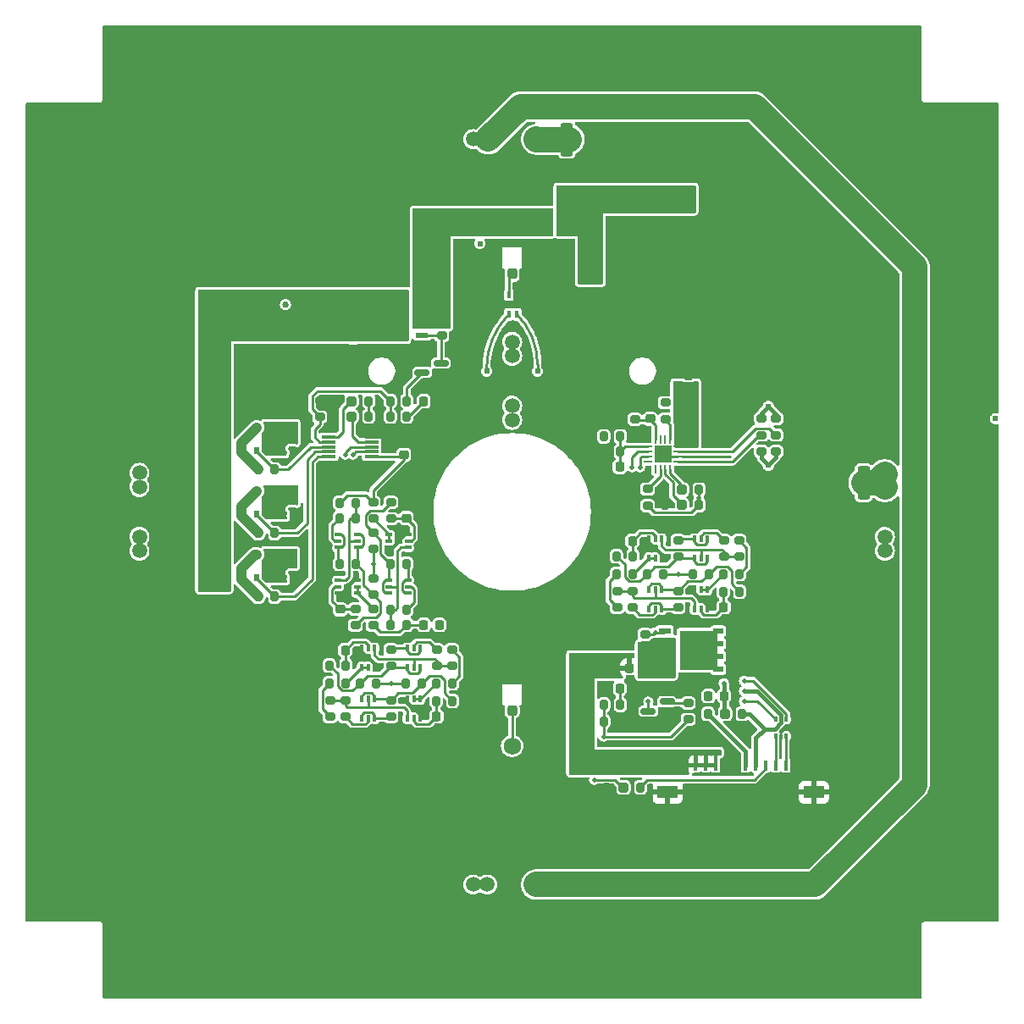
<source format=gbr>
%TF.GenerationSoftware,KiCad,Pcbnew,8.0.5*%
%TF.CreationDate,2025-02-27T20:38:43-05:00*%
%TF.ProjectId,Z-,5a2d2e6b-6963-4616-945f-706362585858,rev?*%
%TF.SameCoordinates,Original*%
%TF.FileFunction,Copper,L4,Bot*%
%TF.FilePolarity,Positive*%
%FSLAX46Y46*%
G04 Gerber Fmt 4.6, Leading zero omitted, Abs format (unit mm)*
G04 Created by KiCad (PCBNEW 8.0.5) date 2025-02-27 20:38:43*
%MOMM*%
%LPD*%
G01*
G04 APERTURE LIST*
G04 Aperture macros list*
%AMRoundRect*
0 Rectangle with rounded corners*
0 $1 Rounding radius*
0 $2 $3 $4 $5 $6 $7 $8 $9 X,Y pos of 4 corners*
0 Add a 4 corners polygon primitive as box body*
4,1,4,$2,$3,$4,$5,$6,$7,$8,$9,$2,$3,0*
0 Add four circle primitives for the rounded corners*
1,1,$1+$1,$2,$3*
1,1,$1+$1,$4,$5*
1,1,$1+$1,$6,$7*
1,1,$1+$1,$8,$9*
0 Add four rect primitives between the rounded corners*
20,1,$1+$1,$2,$3,$4,$5,0*
20,1,$1+$1,$4,$5,$6,$7,0*
20,1,$1+$1,$6,$7,$8,$9,0*
20,1,$1+$1,$8,$9,$2,$3,0*%
G04 Aperture macros list end*
%TA.AperFunction,ComponentPad*%
%ADD10C,0.762000*%
%TD*%
%TA.AperFunction,ComponentPad*%
%ADD11C,3.800000*%
%TD*%
%TA.AperFunction,ConnectorPad*%
%ADD12C,5.600000*%
%TD*%
%TA.AperFunction,ComponentPad*%
%ADD13C,1.727200*%
%TD*%
%TA.AperFunction,ComponentPad*%
%ADD14C,2.000000*%
%TD*%
%TA.AperFunction,ComponentPad*%
%ADD15C,1.500000*%
%TD*%
%TA.AperFunction,SMDPad,CuDef*%
%ADD16R,1.422400X0.304800*%
%TD*%
%TA.AperFunction,SMDPad,CuDef*%
%ADD17R,0.510000X0.700000*%
%TD*%
%TA.AperFunction,SMDPad,CuDef*%
%ADD18RoundRect,0.225000X0.225000X0.250000X-0.225000X0.250000X-0.225000X-0.250000X0.225000X-0.250000X0*%
%TD*%
%TA.AperFunction,SMDPad,CuDef*%
%ADD19RoundRect,0.200000X-0.200000X-0.275000X0.200000X-0.275000X0.200000X0.275000X-0.200000X0.275000X0*%
%TD*%
%TA.AperFunction,SMDPad,CuDef*%
%ADD20RoundRect,0.075000X0.275000X-0.390000X0.275000X0.390000X-0.275000X0.390000X-0.275000X-0.390000X0*%
%TD*%
%TA.AperFunction,SMDPad,CuDef*%
%ADD21RoundRect,0.075000X0.275000X-0.075000X0.275000X0.075000X-0.275000X0.075000X-0.275000X-0.075000X0*%
%TD*%
%TA.AperFunction,SMDPad,CuDef*%
%ADD22RoundRect,0.100000X0.100000X-0.225000X0.100000X0.225000X-0.100000X0.225000X-0.100000X-0.225000X0*%
%TD*%
%TA.AperFunction,SMDPad,CuDef*%
%ADD23RoundRect,0.200000X-0.275000X0.200000X-0.275000X-0.200000X0.275000X-0.200000X0.275000X0.200000X0*%
%TD*%
%TA.AperFunction,SMDPad,CuDef*%
%ADD24R,0.254000X0.812800*%
%TD*%
%TA.AperFunction,SMDPad,CuDef*%
%ADD25R,0.812800X0.254000*%
%TD*%
%TA.AperFunction,SMDPad,CuDef*%
%ADD26R,1.752600X1.752600*%
%TD*%
%TA.AperFunction,SMDPad,CuDef*%
%ADD27RoundRect,0.218750X-0.218750X-0.256250X0.218750X-0.256250X0.218750X0.256250X-0.218750X0.256250X0*%
%TD*%
%TA.AperFunction,SMDPad,CuDef*%
%ADD28RoundRect,0.200000X0.200000X0.275000X-0.200000X0.275000X-0.200000X-0.275000X0.200000X-0.275000X0*%
%TD*%
%TA.AperFunction,SMDPad,CuDef*%
%ADD29RoundRect,0.250000X0.250000X-0.275000X0.250000X0.275000X-0.250000X0.275000X-0.250000X-0.275000X0*%
%TD*%
%TA.AperFunction,SMDPad,CuDef*%
%ADD30RoundRect,0.250000X0.275000X-0.850000X0.275000X0.850000X-0.275000X0.850000X-0.275000X-0.850000X0*%
%TD*%
%TA.AperFunction,SMDPad,CuDef*%
%ADD31RoundRect,0.218750X0.218750X0.256250X-0.218750X0.256250X-0.218750X-0.256250X0.218750X-0.256250X0*%
%TD*%
%TA.AperFunction,SMDPad,CuDef*%
%ADD32RoundRect,0.100000X0.225000X0.100000X-0.225000X0.100000X-0.225000X-0.100000X0.225000X-0.100000X0*%
%TD*%
%TA.AperFunction,SMDPad,CuDef*%
%ADD33R,1.270000X0.610000*%
%TD*%
%TA.AperFunction,SMDPad,CuDef*%
%ADD34R,1.020000X0.610000*%
%TD*%
%TA.AperFunction,SMDPad,CuDef*%
%ADD35R,3.810000X3.910000*%
%TD*%
%TA.AperFunction,SMDPad,CuDef*%
%ADD36RoundRect,0.200000X0.275000X-0.200000X0.275000X0.200000X-0.275000X0.200000X-0.275000X-0.200000X0*%
%TD*%
%TA.AperFunction,SMDPad,CuDef*%
%ADD37RoundRect,0.225000X-0.225000X-0.250000X0.225000X-0.250000X0.225000X0.250000X-0.225000X0.250000X0*%
%TD*%
%TA.AperFunction,SMDPad,CuDef*%
%ADD38RoundRect,0.093750X0.093750X-0.156250X0.093750X0.156250X-0.093750X0.156250X-0.093750X-0.156250X0*%
%TD*%
%TA.AperFunction,SMDPad,CuDef*%
%ADD39RoundRect,0.075000X0.075000X-0.250000X0.075000X0.250000X-0.075000X0.250000X-0.075000X-0.250000X0*%
%TD*%
%TA.AperFunction,SMDPad,CuDef*%
%ADD40RoundRect,0.100000X-0.225000X-0.100000X0.225000X-0.100000X0.225000X0.100000X-0.225000X0.100000X0*%
%TD*%
%TA.AperFunction,SMDPad,CuDef*%
%ADD41RoundRect,0.075000X-0.275000X0.390000X-0.275000X-0.390000X0.275000X-0.390000X0.275000X0.390000X0*%
%TD*%
%TA.AperFunction,SMDPad,CuDef*%
%ADD42RoundRect,0.075000X-0.275000X0.075000X-0.275000X-0.075000X0.275000X-0.075000X0.275000X0.075000X0*%
%TD*%
%TA.AperFunction,SMDPad,CuDef*%
%ADD43RoundRect,0.225000X0.250000X-0.225000X0.250000X0.225000X-0.250000X0.225000X-0.250000X-0.225000X0*%
%TD*%
%TA.AperFunction,SMDPad,CuDef*%
%ADD44RoundRect,0.250000X-1.500000X0.250000X-1.500000X-0.250000X1.500000X-0.250000X1.500000X0.250000X0*%
%TD*%
%TA.AperFunction,SMDPad,CuDef*%
%ADD45RoundRect,0.250001X-1.449999X0.499999X-1.449999X-0.499999X1.449999X-0.499999X1.449999X0.499999X0*%
%TD*%
%TA.AperFunction,SMDPad,CuDef*%
%ADD46RoundRect,0.100000X-0.100000X0.225000X-0.100000X-0.225000X0.100000X-0.225000X0.100000X0.225000X0*%
%TD*%
%TA.AperFunction,SMDPad,CuDef*%
%ADD47RoundRect,0.225000X-0.250000X0.225000X-0.250000X-0.225000X0.250000X-0.225000X0.250000X0.225000X0*%
%TD*%
%TA.AperFunction,SMDPad,CuDef*%
%ADD48RoundRect,0.250000X0.362500X1.425000X-0.362500X1.425000X-0.362500X-1.425000X0.362500X-1.425000X0*%
%TD*%
%TA.AperFunction,SMDPad,CuDef*%
%ADD49RoundRect,0.250000X-0.325000X-0.650000X0.325000X-0.650000X0.325000X0.650000X-0.325000X0.650000X0*%
%TD*%
%TA.AperFunction,SMDPad,CuDef*%
%ADD50RoundRect,0.150000X-0.587500X-0.150000X0.587500X-0.150000X0.587500X0.150000X-0.587500X0.150000X0*%
%TD*%
%TA.AperFunction,SMDPad,CuDef*%
%ADD51R,0.400000X1.000000*%
%TD*%
%TA.AperFunction,SMDPad,CuDef*%
%ADD52R,2.000000X1.300000*%
%TD*%
%TA.AperFunction,SMDPad,CuDef*%
%ADD53RoundRect,0.250000X-0.362500X-1.425000X0.362500X-1.425000X0.362500X1.425000X-0.362500X1.425000X0*%
%TD*%
%TA.AperFunction,SMDPad,CuDef*%
%ADD54RoundRect,0.150000X0.587500X0.150000X-0.587500X0.150000X-0.587500X-0.150000X0.587500X-0.150000X0*%
%TD*%
%TA.AperFunction,SMDPad,CuDef*%
%ADD55R,0.400000X0.750000*%
%TD*%
%TA.AperFunction,ViaPad*%
%ADD56C,0.508000*%
%TD*%
%TA.AperFunction,ViaPad*%
%ADD57C,0.609600*%
%TD*%
%TA.AperFunction,Conductor*%
%ADD58C,0.254000*%
%TD*%
%TA.AperFunction,Conductor*%
%ADD59C,0.381000*%
%TD*%
%TA.AperFunction,Conductor*%
%ADD60C,0.508000*%
%TD*%
%TA.AperFunction,Conductor*%
%ADD61C,2.540000*%
%TD*%
%TA.AperFunction,Conductor*%
%ADD62C,1.016000*%
%TD*%
G04 APERTURE END LIST*
D10*
%TO.P,H2,1,1*%
%TO.N,GND*%
X106520000Y-75860000D03*
X104964250Y-75215750D03*
X108075750Y-75215750D03*
X104320000Y-73660000D03*
D11*
X106520000Y-73660000D03*
D12*
X106520000Y-73660000D03*
D10*
X108720000Y-73660000D03*
X104964250Y-72104250D03*
X108075750Y-72104250D03*
X106520000Y-71460000D03*
%TD*%
D13*
%TO.P,AE3,1,A*%
%TO.N,Net-(AE3-A)*%
X152319600Y-119046599D03*
%TD*%
D14*
%TO.P,H9,1,1*%
%TO.N,VBATT*%
X160147000Y-70787000D03*
%TD*%
%TO.P,H10,1,1*%
%TO.N,GND*%
X160147000Y-75057000D03*
%TD*%
D15*
%TO.P,JP3,1,A*%
%TO.N,/Burn Wires/VBURN3*%
X152319600Y-86450000D03*
X152319600Y-85050000D03*
%TO.P,JP3,2,B*%
%TO.N,Net-(JP3-B)*%
X152319600Y-80050000D03*
X152319600Y-78650000D03*
%TD*%
D10*
%TO.P,H8,1,1*%
%TO.N,GND*%
X130320000Y-143660000D03*
X128764250Y-143015750D03*
X131875750Y-143015750D03*
X128120000Y-141460000D03*
D11*
X130320000Y-141460000D03*
D12*
X130320000Y-141460000D03*
D10*
X132520000Y-141460000D03*
X128764250Y-139904250D03*
X131875750Y-139904250D03*
X130320000Y-139260000D03*
%TD*%
%TO.P,H5,1,1*%
%TO.N,GND*%
X198120000Y-75860000D03*
X196564250Y-75215750D03*
X199675750Y-75215750D03*
X195920000Y-73660000D03*
D11*
X198120000Y-73660000D03*
D12*
X198120000Y-73660000D03*
D10*
X200320000Y-73660000D03*
X196564250Y-72104250D03*
X199675750Y-72104250D03*
X198120000Y-71460000D03*
%TD*%
%TO.P,H7,1,1*%
%TO.N,GND*%
X174320000Y-143660000D03*
X172764250Y-143015750D03*
X175875750Y-143015750D03*
X172120000Y-141460000D03*
D11*
X174320000Y-141460000D03*
D12*
X174320000Y-141460000D03*
D10*
X176520000Y-141460000D03*
X172764250Y-139904250D03*
X175875750Y-139904250D03*
X174320000Y-139260000D03*
%TD*%
D15*
%TO.P,JP1,1,A*%
%TO.N,/Burn Wires/VBURN1*%
X115062880Y-99559140D03*
X115062880Y-98159140D03*
%TO.P,JP1,2,B*%
%TO.N,Net-(JP1-B)*%
X115062880Y-93159140D03*
X115062880Y-91759140D03*
%TD*%
D10*
%TO.P,H4,1,1*%
%TO.N,GND*%
X174320000Y-52060000D03*
X172764250Y-51415750D03*
X175875750Y-51415750D03*
X172120000Y-49860000D03*
D11*
X174320000Y-49860000D03*
D12*
X174320000Y-49860000D03*
D10*
X176520000Y-49860000D03*
X172764250Y-48304250D03*
X175875750Y-48304250D03*
X174320000Y-47660000D03*
%TD*%
%TO.P,H3,1,1*%
%TO.N,GND*%
X130320000Y-52060000D03*
X128764250Y-51415750D03*
X131875750Y-51415750D03*
X128120000Y-49860000D03*
D11*
X130320000Y-49860000D03*
D12*
X130320000Y-49860000D03*
D10*
X132520000Y-49860000D03*
X128764250Y-48304250D03*
X131875750Y-48304250D03*
X130320000Y-47660000D03*
%TD*%
D15*
%TO.P,JP5,1,A*%
%TO.N,Net-(JP2-B)*%
X148419600Y-58402420D03*
X149819600Y-58402420D03*
%TO.P,JP5,2,B*%
%TO.N,Net-(JP5-B)*%
X154819600Y-58402420D03*
X156219600Y-58402420D03*
%TD*%
D10*
%TO.P,H1,1,1*%
%TO.N,GND*%
X106520000Y-119860000D03*
X104964250Y-119215750D03*
X108075750Y-119215750D03*
X104320000Y-117660000D03*
D11*
X106520000Y-117660000D03*
D12*
X106520000Y-117660000D03*
D10*
X108720000Y-117660000D03*
X104964250Y-116104250D03*
X108075750Y-116104250D03*
X106520000Y-115460000D03*
%TD*%
%TO.P,H6,1,1*%
%TO.N,GND*%
X198120000Y-119860000D03*
X196564250Y-119215750D03*
X199675750Y-119215750D03*
X195920000Y-117660000D03*
D11*
X198120000Y-117660000D03*
D12*
X198120000Y-117660000D03*
D10*
X200320000Y-117660000D03*
X196564250Y-116104250D03*
X199675750Y-116104250D03*
X198120000Y-115460000D03*
%TD*%
D16*
%TO.P,U2,1,LED0*%
%TO.N,BURN_EN2*%
X133997700Y-90154001D03*
%TO.P,U2,2,LED1*%
%TO.N,BURN_EN1*%
X133997700Y-89653999D03*
%TO.P,U2,3,LED2*%
%TO.N,BURN_EN3*%
X133997700Y-89154000D03*
%TO.P,U2,4,LED3*%
%TO.N,BURN_RELAY_A*%
X133997700Y-88654001D03*
%TO.P,U2,5,A0*%
%TO.N,/I2C Devices/A0_IO*%
X133997700Y-88153999D03*
%TO.P,U2,6,VSS*%
%TO.N,GND*%
X138290300Y-88153999D03*
%TO.P,U2,7,A1*%
%TO.N,/I2C Devices/A1_IO*%
X138290300Y-88654001D03*
%TO.P,U2,8,SCL*%
%TO.N,SCL_IO*%
X138290300Y-89154000D03*
%TO.P,U2,9,SDA*%
%TO.N,SDA_IO*%
X138290300Y-89653999D03*
%TO.P,U2,10,VDD*%
%TO.N,BW_3V3*%
X138290300Y-90154001D03*
%TD*%
D17*
%TO.P,Q17,1,D*%
%TO.N,/Burn Wires/VBURN2*%
X128712000Y-102239000D03*
%TO.P,Q17,2,D*%
X127762000Y-102239000D03*
%TO.P,Q17,3,G*%
%TO.N,BURN_EN2*%
X126812000Y-102239000D03*
%TO.P,Q17,4,S*%
%TO.N,Net-(Q17-S)*%
X126812000Y-99919000D03*
%TO.P,Q17,5,D*%
%TO.N,/Burn Wires/VBURN2*%
X127762000Y-99919000D03*
%TO.P,Q17,6,D*%
X128712000Y-99919000D03*
%TD*%
D18*
%TO.P,C11,1*%
%TO.N,Net-(Q11B-G1)*%
X164351000Y-98552000D03*
%TO.P,C11,2*%
%TO.N,GND*%
X162801000Y-98552000D03*
%TD*%
D19*
%TO.P,R50,1*%
%TO.N,MAIN_3V3*%
X170371000Y-101854000D03*
%TO.P,R50,2*%
%TO.N,SCL_M*%
X172021000Y-101854000D03*
%TD*%
D20*
%TO.P,D3,1,K*%
%TO.N,/I2C Devices/VM*%
X169926000Y-83181000D03*
D21*
%TO.P,D3,2,A*%
%TO.N,GND*%
X169926000Y-82296000D03*
%TD*%
D22*
%TO.P,Q1,1,S2*%
%TO.N,GND*%
X138572000Y-111186000D03*
%TO.P,Q1,2,G2*%
%TO.N,Net-(Q1A-G2)*%
X137922000Y-111186000D03*
%TO.P,Q1,3,D2*%
X137272000Y-111186000D03*
%TO.P,Q1,4,S1*%
%TO.N,GND*%
X137272000Y-109286000D03*
%TO.P,Q1,5,G1*%
%TO.N,Net-(Q1B-G1)*%
X137922000Y-109286000D03*
%TO.P,Q1,6,D1*%
%TO.N,Net-(Q1A-D1)*%
X138572000Y-109286000D03*
%TD*%
D23*
%TO.P,R63,1*%
%TO.N,MAIN_3V3*%
X167640000Y-84737000D03*
%TO.P,R63,2*%
%TO.N,Net-(U4-NFAULT)*%
X167640000Y-86387000D03*
%TD*%
D24*
%TO.P,U4,1,IPROPI*%
%TO.N,/I2C Devices/IPROPI*%
X166635999Y-88406800D03*
%TO.P,U4,2,RSVD*%
%TO.N,unconnected-(U4-RSVD-Pad2)*%
X167136000Y-88406800D03*
%TO.P,U4,3,RSVD*%
%TO.N,unconnected-(U4-RSVD-Pad3)*%
X167636000Y-88406800D03*
%TO.P,U4,4,NFAULT*%
%TO.N,Net-(U4-NFAULT)*%
X168136001Y-88406800D03*
D25*
%TO.P,U4,5,VM*%
%TO.N,/I2C Devices/VM*%
X168859200Y-89129999D03*
%TO.P,U4,6,OUT1*%
%TO.N,COIL_P*%
X168859200Y-89630000D03*
%TO.P,U4,7,GND*%
%TO.N,GND*%
X168859200Y-90130000D03*
%TO.P,U4,8,OUT2*%
%TO.N,COIL_N*%
X168859200Y-90630001D03*
D24*
%TO.P,U4,9,A1*%
%TO.N,/I2C Devices/A1_COIL*%
X168136001Y-91353200D03*
%TO.P,U4,10,A0*%
%TO.N,/I2C Devices/A0_COIL*%
X167636000Y-91353200D03*
%TO.P,U4,11,NSLEEP*%
%TO.N,Net-(U4-NSLEEP)*%
X167136000Y-91353200D03*
%TO.P,U4,12,PH/IN2*%
%TO.N,unconnected-(U4-PH{slash}IN2-Pad12)*%
X166635999Y-91353200D03*
D25*
%TO.P,U4,13,EN/IN1*%
%TO.N,unconnected-(U4-EN{slash}IN1-Pad13)*%
X165912800Y-90630001D03*
%TO.P,U4,14,SDA*%
%TO.N,SDA_M*%
X165912800Y-90130000D03*
%TO.P,U4,15,SCL*%
%TO.N,SCL_M*%
X165912800Y-89630000D03*
%TO.P,U4,16,VREF*%
%TO.N,/I2C Devices/VREF*%
X165912800Y-89129999D03*
D26*
%TO.P,U4,17,EPAD*%
%TO.N,GND*%
X167386000Y-89880000D03*
%TD*%
D27*
%TO.P,F7,1*%
%TO.N,Net-(Q14-S)*%
X155930500Y-67310000D03*
%TO.P,F7,2*%
%TO.N,VBATT*%
X157505500Y-67310000D03*
%TD*%
D28*
%TO.P,R47,1*%
%TO.N,/COIL_DRIVER_EN_OR_MAIN_3V3*%
X165163000Y-123190000D03*
%TO.P,R47,2*%
%TO.N,COIL_DRIVER_EN*%
X163513000Y-123190000D03*
%TD*%
%TO.P,R43,1*%
%TO.N,BURN_EN1*%
X128587000Y-97777000D03*
%TO.P,R43,2*%
%TO.N,Net-(Q15-S)*%
X126937000Y-97777000D03*
%TD*%
D19*
%TO.P,R14,1*%
%TO.N,Net-(Q6A-B1)*%
X135065000Y-96266000D03*
%TO.P,R14,2*%
%TO.N,Net-(Q5A-D1)*%
X136715000Y-96266000D03*
%TD*%
%TO.P,R13,1*%
%TO.N,/I2C Devices/A1_IO*%
X136335000Y-86106000D03*
%TO.P,R13,2*%
%TO.N,PERI_3V3*%
X137985000Y-86106000D03*
%TD*%
%TO.P,R62,1*%
%TO.N,SDA_M*%
X162751000Y-100076000D03*
%TO.P,R62,2*%
%TO.N,Net-(Q11B-G1)*%
X164401000Y-100076000D03*
%TD*%
D29*
%TO.P,J3,1,In*%
%TO.N,Net-(AE3-A)*%
X152320000Y-115506000D03*
D30*
%TO.P,J3,2,Ext*%
%TO.N,GND*%
X150845000Y-113981000D03*
X153795000Y-113981000D03*
%TD*%
D19*
%TO.P,R56,1*%
%TO.N,MAIN_3V3*%
X162751000Y-101854000D03*
%TO.P,R56,2*%
%TO.N,Net-(Q11A-G2)*%
X164401000Y-101854000D03*
%TD*%
D31*
%TO.P,F4,1*%
%TO.N,Net-(Q19-S)*%
X125247500Y-89408000D03*
%TO.P,F4,2*%
%TO.N,/Burn Wires/VBURN_A_IN*%
X123672500Y-89408000D03*
%TD*%
D19*
%TO.P,R23,1*%
%TO.N,LS_3V3*%
X141669000Y-112776000D03*
%TO.P,R23,2*%
%TO.N,SCL_LS*%
X143319000Y-112776000D03*
%TD*%
D32*
%TO.P,Q5,1,S2*%
%TO.N,GND*%
X136840000Y-102474000D03*
%TO.P,Q5,2,G2*%
%TO.N,Net-(Q5A-G2)*%
X136840000Y-103124000D03*
%TO.P,Q5,3,D2*%
X136840000Y-103774000D03*
%TO.P,Q5,4,S1*%
%TO.N,GND*%
X134940000Y-103774000D03*
%TO.P,Q5,5,G1*%
%TO.N,Net-(Q5B-G1)*%
X134940000Y-103124000D03*
%TO.P,Q5,6,D1*%
%TO.N,Net-(Q5A-D1)*%
X134940000Y-102474000D03*
%TD*%
D19*
%TO.P,R70,1*%
%TO.N,BURN_RELAY_A*%
X140145000Y-84582000D03*
%TO.P,R70,2*%
%TO.N,Net-(Q13-G)*%
X141795000Y-84582000D03*
%TD*%
D28*
%TO.P,R59,1*%
%TO.N,MAIN_3V3*%
X167448999Y-101854000D03*
%TO.P,R59,2*%
%TO.N,SDA_M*%
X165798999Y-101854000D03*
%TD*%
D33*
%TO.P,Q21,1,G*%
%TO.N,Net-(Q20-D)*%
X167582000Y-107569000D03*
D34*
%TO.P,Q21,2,D*%
%TO.N,/I2C Devices/VM*%
X172932000Y-111379000D03*
X172932000Y-110109000D03*
X172932000Y-108839000D03*
X172932000Y-107569000D03*
D35*
X170942000Y-109474000D03*
D33*
%TO.P,Q21,3,S*%
%TO.N,Net-(Q21-S)*%
X167582000Y-111379000D03*
X167582000Y-110109000D03*
X167582000Y-108839000D03*
%TD*%
D23*
%TO.P,R31,1*%
%TO.N,BW_3V3*%
X138430000Y-94679000D03*
%TO.P,R31,2*%
%TO.N,Net-(Q7A-G2)*%
X138430000Y-96329000D03*
%TD*%
D36*
%TO.P,R29,1*%
%TO.N,SCL_IO*%
X136652000Y-106997000D03*
%TO.P,R29,2*%
%TO.N,Net-(Q5B-G1)*%
X136652000Y-105347000D03*
%TD*%
D19*
%TO.P,R12,1*%
%TO.N,GND*%
X134557000Y-84582000D03*
%TO.P,R12,2*%
%TO.N,/I2C Devices/A0_IO*%
X136207000Y-84582000D03*
%TD*%
D28*
%TO.P,R60,1*%
%TO.N,BURN_EN3*%
X128587000Y-91427000D03*
%TO.P,R60,2*%
%TO.N,Net-(Q19-S)*%
X126937000Y-91427000D03*
%TD*%
D31*
%TO.P,F5,1*%
%TO.N,Net-(Q17-S)*%
X125247500Y-102108000D03*
%TO.P,F5,2*%
%TO.N,/Burn Wires/VBURN_A_IN*%
X123672500Y-102108000D03*
%TD*%
D36*
%TO.P,R7,1*%
%TO.N,/coil*%
X178710599Y-89627001D03*
%TO.P,R7,2*%
%TO.N,COIL_P*%
X178710599Y-87977001D03*
%TD*%
D37*
%TO.P,C9,1*%
%TO.N,/I2C Devices/VM*%
X170185000Y-87594000D03*
%TO.P,C9,2*%
%TO.N,GND*%
X171735000Y-87594000D03*
%TD*%
D18*
%TO.P,C7,1*%
%TO.N,/I2C Devices/VREF*%
X163081000Y-91150000D03*
%TO.P,C7,2*%
%TO.N,GND*%
X161531000Y-91150000D03*
%TD*%
D28*
%TO.P,R5,1*%
%TO.N,LS_3V3*%
X138746999Y-112776000D03*
%TO.P,R5,2*%
%TO.N,SDA_LS*%
X137096999Y-112776000D03*
%TD*%
D38*
%TO.P,U5,1,I/O1*%
%TO.N,Net-(J1-Pin_1)*%
X179734500Y-118071000D03*
D39*
%TO.P,U5,2,GND*%
%TO.N,GND*%
X179197000Y-118146000D03*
D38*
%TO.P,U5,3,I/O2*%
%TO.N,Net-(J1-Pin_2)*%
X178659500Y-118071000D03*
%TO.P,U5,4,I/O2*%
%TO.N,SDA*%
X178659500Y-116371000D03*
D39*
%TO.P,U5,5,VBUS*%
%TO.N,MAIN_3V3*%
X179197000Y-116296000D03*
D38*
%TO.P,U5,6,I/O1*%
%TO.N,SCL*%
X179734500Y-116371000D03*
%TD*%
D40*
%TO.P,Q6,1,E1*%
%TO.N,SCL*%
X134940000Y-99202000D03*
%TO.P,Q6,2,B1*%
%TO.N,Net-(Q6A-B1)*%
X134940000Y-98552000D03*
%TO.P,Q6,3,C2*%
%TO.N,SCL*%
X134940000Y-97902000D03*
%TO.P,Q6,4,E2*%
%TO.N,SCL_IO*%
X136840000Y-97902000D03*
%TO.P,Q6,5,B2*%
%TO.N,Net-(Q5A-D1)*%
X136840000Y-98552000D03*
%TO.P,Q6,6,C1*%
%TO.N,SCL_IO*%
X136840000Y-99202000D03*
%TD*%
D19*
%TO.P,R2,1*%
%TO.N,LS_3V3*%
X134049000Y-112776000D03*
%TO.P,R2,2*%
%TO.N,Net-(Q1A-G2)*%
X135699000Y-112776000D03*
%TD*%
D36*
%TO.P,R19,1*%
%TO.N,Net-(Q4A-B1)*%
X135636000Y-116141000D03*
%TO.P,R19,2*%
%TO.N,Net-(Q3A-D1)*%
X135636000Y-114491000D03*
%TD*%
D41*
%TO.P,D4,1,K*%
%TO.N,/Burn Wires/VBURN1*%
X130302000Y-94457000D03*
D42*
%TO.P,D4,2,A*%
%TO.N,GND*%
X130302000Y-95342000D03*
%TD*%
D43*
%TO.P,C8,1*%
%TO.N,/I2C Devices/IPROPI*%
X166116000Y-86337000D03*
%TO.P,C8,2*%
%TO.N,GND*%
X166116000Y-84787000D03*
%TD*%
D15*
%TO.P,JP2,1,A*%
%TO.N,/Burn Wires/VBURN2*%
X149820860Y-132916721D03*
X148420860Y-132916721D03*
%TO.P,JP2,2,B*%
%TO.N,Net-(JP2-B)*%
X156220860Y-132916721D03*
X154820860Y-132916721D03*
%TD*%
D27*
%TO.P,F2,1*%
%TO.N,BW_3V3*%
X143484500Y-106934000D03*
%TO.P,F2,2*%
%TO.N,PERI_3V3*%
X145059500Y-106934000D03*
%TD*%
D19*
%TO.P,R32,1*%
%TO.N,SDA_IO*%
X140145000Y-100838000D03*
%TO.P,R32,2*%
%TO.N,SDA*%
X141795000Y-100838000D03*
%TD*%
D37*
%TO.P,C2,1*%
%TO.N,Net-(Q3B-G1)*%
X144767000Y-116078000D03*
%TO.P,C2,2*%
%TO.N,GND*%
X146317000Y-116078000D03*
%TD*%
D28*
%TO.P,R24,1*%
%TO.N,SCL_LS*%
X146367000Y-114554000D03*
%TO.P,R24,2*%
%TO.N,Net-(Q3B-G1)*%
X144717000Y-114554000D03*
%TD*%
D44*
%TO.P,J5,1,Pin_1*%
%TO.N,VBATT*%
X168520000Y-64688000D03*
%TO.P,J5,2,Pin_2*%
%TO.N,GND*%
X168520000Y-66688000D03*
D45*
%TO.P,J5,MP,MountPin*%
X174270000Y-62338000D03*
X174270000Y-69038000D03*
%TD*%
D36*
%TO.P,R22,1*%
%TO.N,LS_3V3*%
X134112000Y-116141000D03*
%TO.P,R22,2*%
%TO.N,Net-(Q3A-D1)*%
X134112000Y-114491000D03*
%TD*%
%TO.P,R34,1*%
%TO.N,BW_3V3*%
X138430000Y-99376999D03*
%TO.P,R34,2*%
%TO.N,SDA_IO*%
X138430000Y-97726999D03*
%TD*%
D23*
%TO.P,R38,1*%
%TO.N,SDA_IO*%
X140208000Y-94679000D03*
%TO.P,R38,2*%
%TO.N,Net-(Q7B-G1)*%
X140208000Y-96329000D03*
%TD*%
D36*
%TO.P,R73,1*%
%TO.N,Net-(Q13-D)*%
X145288000Y-78041000D03*
%TO.P,R73,2*%
%TO.N,Net-(Q14-S)*%
X145288000Y-76391000D03*
%TD*%
D19*
%TO.P,R80,1*%
%TO.N,/PERI_3V3_OR_GND*%
X171895000Y-115824000D03*
%TO.P,R80,2*%
%TO.N,PERI_3V3*%
X173545000Y-115824000D03*
%TD*%
D28*
%TO.P,R33,1*%
%TO.N,BW_3V3*%
X141795000Y-106934000D03*
%TO.P,R33,2*%
%TO.N,Net-(Q7A-D1)*%
X140145000Y-106934000D03*
%TD*%
D46*
%TO.P,Q3,1,S2*%
%TO.N,GND*%
X141844000Y-114366000D03*
%TO.P,Q3,2,G2*%
%TO.N,Net-(Q3A-G2)*%
X142494000Y-114366000D03*
%TO.P,Q3,3,D2*%
X143144000Y-114366000D03*
%TO.P,Q3,4,S1*%
%TO.N,GND*%
X143144000Y-116266000D03*
%TO.P,Q3,5,G1*%
%TO.N,Net-(Q3B-G1)*%
X142494000Y-116266000D03*
%TO.P,Q3,6,D1*%
%TO.N,Net-(Q3A-D1)*%
X141844000Y-116266000D03*
%TD*%
D19*
%TO.P,R48,1*%
%TO.N,GND*%
X161735000Y-123190000D03*
%TO.P,R48,2*%
%TO.N,COIL_DRIVER_EN*%
X163385000Y-123190000D03*
%TD*%
D23*
%TO.P,R4,1*%
%TO.N,LS_3V3*%
X146304000Y-109411000D03*
%TO.P,R4,2*%
%TO.N,Net-(Q1A-D1)*%
X146304000Y-111061000D03*
%TD*%
D31*
%TO.P,F1,1*%
%TO.N,Net-(Q21-S)*%
X165633500Y-111252000D03*
%TO.P,F1,2*%
%TO.N,VBATT_SENSE*%
X164058500Y-111252000D03*
%TD*%
D47*
%TO.P,C3,1*%
%TO.N,Net-(Q5B-G1)*%
X135128000Y-105397000D03*
%TO.P,C3,2*%
%TO.N,GND*%
X135128000Y-106947000D03*
%TD*%
D22*
%TO.P,Q11,1,S2*%
%TO.N,GND*%
X167274000Y-100264000D03*
%TO.P,Q11,2,G2*%
%TO.N,Net-(Q11A-G2)*%
X166624000Y-100264000D03*
%TO.P,Q11,3,D2*%
X165974000Y-100264000D03*
%TO.P,Q11,4,S1*%
%TO.N,GND*%
X165974000Y-98364000D03*
%TO.P,Q11,5,G1*%
%TO.N,Net-(Q11B-G1)*%
X166624000Y-98364000D03*
%TO.P,Q11,6,D1*%
%TO.N,Net-(Q11A-D1)*%
X167274000Y-98364000D03*
%TD*%
D36*
%TO.P,R17,1*%
%TO.N,BW_3V3*%
X138430000Y-106997000D03*
%TO.P,R17,2*%
%TO.N,Net-(Q5A-G2)*%
X138430000Y-105347000D03*
%TD*%
D28*
%TO.P,R42,1*%
%TO.N,MAIN_3V3*%
X175068999Y-101854000D03*
%TO.P,R42,2*%
%TO.N,Net-(Q9A-G2)*%
X173418999Y-101854000D03*
%TD*%
D23*
%TO.P,R69,1*%
%TO.N,GND*%
X133096000Y-84519000D03*
%TO.P,R69,2*%
%TO.N,BURN_RELAY_A*%
X133096000Y-86169000D03*
%TD*%
D19*
%TO.P,R11,1*%
%TO.N,/I2C Devices/A0_IO*%
X136335000Y-84582000D03*
%TO.P,R11,2*%
%TO.N,PERI_3V3*%
X137985000Y-84582000D03*
%TD*%
D28*
%TO.P,R16,1*%
%TO.N,GND*%
X163131000Y-116586000D03*
%TO.P,R16,2*%
%TO.N,COIL_DRIVER_EN*%
X161481000Y-116586000D03*
%TD*%
D36*
%TO.P,R46,1*%
%TO.N,MAIN_3V3*%
X162813999Y-105219000D03*
%TO.P,R46,2*%
%TO.N,Net-(Q10B-B2)*%
X162813999Y-103569000D03*
%TD*%
D48*
%TO.P,R55,1*%
%TO.N,GND*%
X163712500Y-58420000D03*
%TO.P,R55,2*%
%TO.N,Net-(JP5-B)*%
X157787500Y-58420000D03*
%TD*%
D31*
%TO.P,F6,1*%
%TO.N,Net-(Q15-S)*%
X125247500Y-95758000D03*
%TO.P,F6,2*%
%TO.N,/Burn Wires/VBURN_A_IN*%
X123672500Y-95758000D03*
%TD*%
D32*
%TO.P,Q8,1,E1*%
%TO.N,SDA*%
X141920000Y-102474000D03*
%TO.P,Q8,2,B1*%
%TO.N,Net-(Q8A-B1)*%
X141920000Y-103124000D03*
%TO.P,Q8,3,C2*%
%TO.N,SDA*%
X141920000Y-103774000D03*
%TO.P,Q8,4,E2*%
%TO.N,SDA_IO*%
X140020000Y-103774000D03*
%TO.P,Q8,5,B2*%
%TO.N,Net-(Q7A-D1)*%
X140020000Y-103124000D03*
%TO.P,Q8,6,C1*%
%TO.N,SDA_IO*%
X140020000Y-102474000D03*
%TD*%
D28*
%TO.P,R53,1*%
%TO.N,BURN_EN2*%
X128587000Y-104127000D03*
%TO.P,R53,2*%
%TO.N,Net-(Q17-S)*%
X126937000Y-104127000D03*
%TD*%
D23*
%TO.P,R9,1*%
%TO.N,/coil*%
X177237399Y-86313801D03*
%TO.P,R9,2*%
%TO.N,COIL_N*%
X177237399Y-87963801D03*
%TD*%
D19*
%TO.P,R64,1*%
%TO.N,MAIN_3V3*%
X161481000Y-88102000D03*
%TO.P,R64,2*%
%TO.N,/I2C Devices/VREF*%
X163131000Y-88102000D03*
%TD*%
D49*
%TO.P,C10,1*%
%TO.N,/I2C Devices/VM*%
X169985000Y-85344000D03*
%TO.P,C10,2*%
%TO.N,GND*%
X172935000Y-85344000D03*
%TD*%
D23*
%TO.P,R67,1*%
%TO.N,Net-(U4-NSLEEP)*%
X165862000Y-93373000D03*
%TO.P,R67,2*%
%TO.N,MAIN_3V3*%
X165862000Y-95023000D03*
%TD*%
D22*
%TO.P,Q10,1,E1*%
%TO.N,SCL*%
X167273999Y-105344000D03*
%TO.P,Q10,2,B1*%
%TO.N,Net-(Q10A-B1)*%
X166623999Y-105344000D03*
%TO.P,Q10,3,C2*%
%TO.N,SCL*%
X165973999Y-105344000D03*
%TO.P,Q10,4,E2*%
%TO.N,SCL_M*%
X165973999Y-103444000D03*
%TO.P,Q10,5,B2*%
%TO.N,Net-(Q10B-B2)*%
X166623999Y-103444000D03*
%TO.P,Q10,6,C1*%
%TO.N,SCL_M*%
X167273999Y-103444000D03*
%TD*%
D28*
%TO.P,R18,1*%
%TO.N,SCL_IO*%
X136715000Y-100838000D03*
%TO.P,R18,2*%
%TO.N,SCL*%
X135065000Y-100838000D03*
%TD*%
D50*
%TO.P,Q13,1,G*%
%TO.N,Net-(Q13-G)*%
X143334500Y-81722000D03*
%TO.P,Q13,2,S*%
%TO.N,GND*%
X143334500Y-79822000D03*
%TO.P,Q13,3,D*%
%TO.N,Net-(Q13-D)*%
X145209500Y-80772000D03*
%TD*%
D23*
%TO.P,R8,1*%
%TO.N,COIL_N*%
X177237399Y-87964801D03*
%TO.P,R8,2*%
%TO.N,/coil*%
X177237399Y-89614801D03*
%TD*%
D41*
%TO.P,D5,1,K*%
%TO.N,/Burn Wires/VBURN2*%
X130302000Y-100807000D03*
D42*
%TO.P,D5,2,A*%
%TO.N,GND*%
X130302000Y-101692000D03*
%TD*%
D17*
%TO.P,Q15,1,D*%
%TO.N,/Burn Wires/VBURN1*%
X128712000Y-95885000D03*
%TO.P,Q15,2,D*%
X127762000Y-95885000D03*
%TO.P,Q15,3,G*%
%TO.N,BURN_EN1*%
X126812000Y-95885000D03*
%TO.P,Q15,4,S*%
%TO.N,Net-(Q15-S)*%
X126812000Y-93565000D03*
%TO.P,Q15,5,D*%
%TO.N,/Burn Wires/VBURN1*%
X127762000Y-93565000D03*
%TO.P,Q15,6,D*%
X128712000Y-93565000D03*
%TD*%
D51*
%TO.P,J1,1,Pin_1*%
%TO.N,Net-(J1-Pin_1)*%
X179680000Y-120988200D03*
%TO.P,J1,2,Pin_2*%
%TO.N,Net-(J1-Pin_2)*%
X178680000Y-120988200D03*
%TO.P,J1,3,Pin_3*%
%TO.N,/COIL_DRIVER_EN_OR_MAIN_3V3*%
X177680000Y-120988200D03*
%TO.P,J1,4,Pin_4*%
%TO.N,MAIN_3V3*%
X176680000Y-120988200D03*
%TO.P,J1,5,Pin_5*%
%TO.N,/PERI_3V3_OR_GND*%
X175680000Y-120988200D03*
%TO.P,J1,6,Pin_6*%
%TO.N,GND*%
X174680000Y-120988200D03*
%TO.P,J1,7,Pin_7*%
X173680000Y-120988200D03*
%TO.P,J1,8,Pin_8*%
%TO.N,VBATT_SENSE*%
X172680000Y-120988200D03*
%TO.P,J1,9,Pin_9*%
X171680000Y-120988200D03*
%TO.P,J1,10,Pin_10*%
X170680000Y-120988200D03*
D52*
%TO.P,J1,MP,MountPin*%
%TO.N,GND*%
X182480000Y-123688200D03*
X167880000Y-123688200D03*
%TD*%
D27*
%TO.P,F3,1*%
%TO.N,LS_3V3*%
X171932500Y-114046000D03*
%TO.P,F3,2*%
%TO.N,PERI_3V3*%
X173507500Y-114046000D03*
%TD*%
D28*
%TO.P,R20,1*%
%TO.N,LS_3V3*%
X146367000Y-112776000D03*
%TO.P,R20,2*%
%TO.N,Net-(Q3A-G2)*%
X144717000Y-112776000D03*
%TD*%
D19*
%TO.P,R49,1*%
%TO.N,/I2C Devices/A1_COIL*%
X169355000Y-93436000D03*
%TO.P,R49,2*%
%TO.N,MAIN_3V3*%
X171005000Y-93436000D03*
%TD*%
D53*
%TO.P,R44,1*%
%TO.N,GND*%
X181537500Y-92750000D03*
%TO.P,R44,2*%
%TO.N,Net-(JP4-B)*%
X187462500Y-92750000D03*
%TD*%
D23*
%TO.P,R54,1*%
%TO.N,Net-(Q12A-B1)*%
X173482000Y-98489000D03*
%TO.P,R54,2*%
%TO.N,Net-(Q11A-D1)*%
X173482000Y-100139000D03*
%TD*%
D41*
%TO.P,D6,1,K*%
%TO.N,/Burn Wires/VBURN3*%
X130302000Y-88392000D03*
D42*
%TO.P,D6,2,A*%
%TO.N,GND*%
X130302000Y-89277000D03*
%TD*%
D15*
%TO.P,JP4,1,A*%
%TO.N,Net-(JP1-B)*%
X189577580Y-98160000D03*
X189577580Y-99560000D03*
%TO.P,JP4,2,B*%
%TO.N,Net-(JP4-B)*%
X189577580Y-91760000D03*
X189577580Y-93160000D03*
%TD*%
D36*
%TO.P,R6,1*%
%TO.N,COIL_P*%
X178710599Y-87963801D03*
%TO.P,R6,2*%
%TO.N,/coil*%
X178710599Y-86313801D03*
%TD*%
%TO.P,R57,1*%
%TO.N,SDA_M*%
X168910000Y-100139000D03*
%TO.P,R57,2*%
%TO.N,SDA*%
X168910000Y-98489000D03*
%TD*%
D23*
%TO.P,R45,1*%
%TO.N,SCL_M*%
X168909999Y-103569000D03*
%TO.P,R45,2*%
%TO.N,SCL*%
X168909999Y-105219000D03*
%TD*%
D19*
%TO.P,R41,1*%
%TO.N,GND*%
X167577000Y-94960000D03*
%TO.P,R41,2*%
%TO.N,/I2C Devices/A0_COIL*%
X169227000Y-94960000D03*
%TD*%
D37*
%TO.P,C6,1*%
%TO.N,Net-(Q9B-G1)*%
X173468999Y-105156000D03*
%TO.P,C6,2*%
%TO.N,GND*%
X175018999Y-105156000D03*
%TD*%
D41*
%TO.P,D7,1,K*%
%TO.N,/Burn Wires/VBURN_A_IN*%
X136398000Y-78201000D03*
D42*
%TO.P,D7,2,A*%
%TO.N,GND*%
X136398000Y-79086000D03*
%TD*%
D46*
%TO.P,Q9,1,S2*%
%TO.N,GND*%
X170545999Y-103444000D03*
%TO.P,Q9,2,G2*%
%TO.N,Net-(Q9A-G2)*%
X171195999Y-103444000D03*
%TO.P,Q9,3,D2*%
X171845999Y-103444000D03*
%TO.P,Q9,4,S1*%
%TO.N,GND*%
X171845999Y-105344000D03*
%TO.P,Q9,5,G1*%
%TO.N,Net-(Q9B-G1)*%
X171195999Y-105344000D03*
%TO.P,Q9,6,D1*%
%TO.N,Net-(Q10B-B2)*%
X170545999Y-105344000D03*
%TD*%
D40*
%TO.P,Q7,1,S2*%
%TO.N,GND*%
X140020000Y-99202000D03*
%TO.P,Q7,2,G2*%
%TO.N,Net-(Q7A-G2)*%
X140020000Y-98552000D03*
%TO.P,Q7,3,D2*%
X140020000Y-97902000D03*
%TO.P,Q7,4,S1*%
%TO.N,GND*%
X141920000Y-97902000D03*
%TO.P,Q7,5,G1*%
%TO.N,Net-(Q7B-G1)*%
X141920000Y-98552000D03*
%TO.P,Q7,6,D1*%
%TO.N,Net-(Q7A-D1)*%
X141920000Y-99202000D03*
%TD*%
D36*
%TO.P,R66,1*%
%TO.N,/I2C Devices/IPROPI*%
X164592000Y-86387000D03*
%TO.P,R66,2*%
%TO.N,GND*%
X164592000Y-84737000D03*
%TD*%
D22*
%TO.P,Q4,1,E1*%
%TO.N,SCL*%
X138572000Y-116266000D03*
%TO.P,Q4,2,B1*%
%TO.N,Net-(Q4A-B1)*%
X137922000Y-116266000D03*
%TO.P,Q4,3,C2*%
%TO.N,SCL*%
X137272000Y-116266000D03*
%TO.P,Q4,4,E2*%
%TO.N,SCL_LS*%
X137272000Y-114366000D03*
%TO.P,Q4,5,B2*%
%TO.N,Net-(Q3A-D1)*%
X137922000Y-114366000D03*
%TO.P,Q4,6,C1*%
%TO.N,SCL_LS*%
X138572000Y-114366000D03*
%TD*%
D43*
%TO.P,C13,1*%
%TO.N,BW_3V3*%
X141478000Y-89942000D03*
%TO.P,C13,2*%
%TO.N,GND*%
X141478000Y-88392000D03*
%TD*%
D36*
%TO.P,R3,1*%
%TO.N,SDA_LS*%
X140208000Y-111061000D03*
%TO.P,R3,2*%
%TO.N,SDA*%
X140208000Y-109411000D03*
%TD*%
D43*
%TO.P,C4,1*%
%TO.N,Net-(Q7B-G1)*%
X141732000Y-96279000D03*
%TO.P,C4,2*%
%TO.N,GND*%
X141732000Y-94729000D03*
%TD*%
D23*
%TO.P,R1,1*%
%TO.N,Net-(Q2A-B1)*%
X144780000Y-109411000D03*
%TO.P,R1,2*%
%TO.N,Net-(Q1A-D1)*%
X144780000Y-111061000D03*
%TD*%
D19*
%TO.P,R68,1*%
%TO.N,BURN_RELAY_A*%
X140145000Y-86106000D03*
%TO.P,R68,2*%
%TO.N,Net-(D8-A)*%
X141795000Y-86106000D03*
%TD*%
D31*
%TO.P,D8,1,K*%
%TO.N,GND*%
X145059500Y-84582000D03*
%TO.P,D8,2,A*%
%TO.N,Net-(D8-A)*%
X143484500Y-84582000D03*
%TD*%
D23*
%TO.P,R21,1*%
%TO.N,SCL_LS*%
X140208000Y-114491000D03*
%TO.P,R21,2*%
%TO.N,SCL*%
X140208000Y-116141000D03*
%TD*%
D36*
%TO.P,R40,1*%
%TO.N,Net-(Q10A-B1)*%
X164337999Y-105219000D03*
%TO.P,R40,2*%
%TO.N,Net-(Q10B-B2)*%
X164337999Y-103569000D03*
%TD*%
D19*
%TO.P,R37,1*%
%TO.N,GND*%
X134557000Y-86106000D03*
%TO.P,R37,2*%
%TO.N,/I2C Devices/A1_IO*%
X136207000Y-86106000D03*
%TD*%
D27*
%TO.P,D2,1,K*%
%TO.N,GND*%
X161518500Y-113284000D03*
%TO.P,D2,2,A*%
%TO.N,Net-(D2-A)*%
X163093500Y-113284000D03*
%TD*%
D23*
%TO.P,R58,1*%
%TO.N,MAIN_3V3*%
X175006000Y-98489000D03*
%TO.P,R58,2*%
%TO.N,Net-(Q11A-D1)*%
X175006000Y-100139000D03*
%TD*%
D28*
%TO.P,R81,1*%
%TO.N,MAIN_3V3*%
X175323000Y-115824000D03*
%TO.P,R81,2*%
%TO.N,PERI_3V3*%
X173673000Y-115824000D03*
%TD*%
D29*
%TO.P,J2,1,In*%
%TO.N,Net-(J2-In)*%
X152319600Y-71868800D03*
D30*
%TO.P,J2,2,Ext*%
%TO.N,GND*%
X150844600Y-70343800D03*
X153794600Y-70343800D03*
%TD*%
D28*
%TO.P,R30,1*%
%TO.N,Net-(Q8A-B1)*%
X141795000Y-105410000D03*
%TO.P,R30,2*%
%TO.N,Net-(Q7A-D1)*%
X140145000Y-105410000D03*
%TD*%
D54*
%TO.P,Q20,1,G*%
%TO.N,Net-(Q20-G)*%
X167815500Y-114620000D03*
%TO.P,Q20,2,S*%
%TO.N,GND*%
X167815500Y-116520000D03*
%TO.P,Q20,3,D*%
%TO.N,Net-(Q20-D)*%
X165940500Y-115570000D03*
%TD*%
D36*
%TO.P,R35,1*%
%TO.N,COIL_DRIVER_EN*%
X169926000Y-116395000D03*
%TO.P,R35,2*%
%TO.N,Net-(Q20-G)*%
X169926000Y-114745000D03*
%TD*%
D23*
%TO.P,R36,1*%
%TO.N,Net-(Q20-D)*%
X165608000Y-107887000D03*
%TO.P,R36,2*%
%TO.N,Net-(Q21-S)*%
X165608000Y-109537000D03*
%TD*%
D19*
%TO.P,R15,1*%
%TO.N,COIL_DRIVER_EN*%
X161481000Y-114935000D03*
%TO.P,R15,2*%
%TO.N,Net-(D2-A)*%
X163131000Y-114935000D03*
%TD*%
%TO.P,R27,1*%
%TO.N,BW_3V3*%
X135065000Y-94742000D03*
%TO.P,R27,2*%
%TO.N,Net-(Q5A-D1)*%
X136715000Y-94742000D03*
%TD*%
D28*
%TO.P,R52,1*%
%TO.N,SCL_M*%
X175068999Y-103632000D03*
%TO.P,R52,2*%
%TO.N,Net-(Q9B-G1)*%
X173418999Y-103632000D03*
%TD*%
D17*
%TO.P,Q19,1,D*%
%TO.N,/Burn Wires/VBURN3*%
X128712000Y-89539000D03*
%TO.P,Q19,2,D*%
X127762000Y-89539000D03*
%TO.P,Q19,3,G*%
%TO.N,BURN_EN3*%
X126812000Y-89539000D03*
%TO.P,Q19,4,S*%
%TO.N,Net-(Q19-S)*%
X126812000Y-87219000D03*
%TO.P,Q19,5,D*%
%TO.N,/Burn Wires/VBURN3*%
X127762000Y-87219000D03*
%TO.P,Q19,6,D*%
X128712000Y-87219000D03*
%TD*%
D19*
%TO.P,R51,1*%
%TO.N,GND*%
X167577000Y-93436000D03*
%TO.P,R51,2*%
%TO.N,/I2C Devices/A1_COIL*%
X169227000Y-93436000D03*
%TD*%
D46*
%TO.P,Q2,1,E1*%
%TO.N,SDA*%
X141844000Y-109286000D03*
%TO.P,Q2,2,B1*%
%TO.N,Net-(Q2A-B1)*%
X142494000Y-109286000D03*
%TO.P,Q2,3,C2*%
%TO.N,SDA*%
X143144000Y-109286000D03*
%TO.P,Q2,4,E2*%
%TO.N,SDA_LS*%
X143144000Y-111186000D03*
%TO.P,Q2,5,B2*%
%TO.N,Net-(Q1A-D1)*%
X142494000Y-111186000D03*
%TO.P,Q2,6,C1*%
%TO.N,SDA_LS*%
X141844000Y-111186000D03*
%TD*%
D19*
%TO.P,R10,1*%
%TO.N,SDA_LS*%
X134049000Y-110998000D03*
%TO.P,R10,2*%
%TO.N,Net-(Q1B-G1)*%
X135699000Y-110998000D03*
%TD*%
D46*
%TO.P,Q12,1,E1*%
%TO.N,SDA*%
X170546000Y-98364000D03*
%TO.P,Q12,2,B1*%
%TO.N,Net-(Q12A-B1)*%
X171196000Y-98364000D03*
%TO.P,Q12,3,C2*%
%TO.N,SDA*%
X171846000Y-98364000D03*
%TO.P,Q12,4,E2*%
%TO.N,SDA_M*%
X171846000Y-100264000D03*
%TO.P,Q12,5,B2*%
%TO.N,Net-(Q11A-D1)*%
X171196000Y-100264000D03*
%TO.P,Q12,6,C1*%
%TO.N,SDA_M*%
X170546000Y-100264000D03*
%TD*%
D33*
%TO.P,Q14,1,G*%
%TO.N,Net-(Q13-D)*%
X143328500Y-77978000D03*
D34*
%TO.P,Q14,2,D*%
%TO.N,/Burn Wires/VBURN_A_IN*%
X137978500Y-74168000D03*
X137978500Y-75438000D03*
X137978500Y-76708000D03*
X137978500Y-77978000D03*
D35*
X139968500Y-76073000D03*
D33*
%TO.P,Q14,3,S*%
%TO.N,Net-(Q14-S)*%
X143328500Y-74168000D03*
X143328500Y-75438000D03*
X143328500Y-76708000D03*
%TD*%
D55*
%TO.P,BA1,1*%
%TO.N,Net-(J2-In)*%
X152000000Y-73955000D03*
%TO.P,BA1,2,GND*%
%TO.N,GND*%
X152800000Y-73955000D03*
%TO.P,BA1,3*%
%TO.N,Net-(AE1-Pad1)*%
X152800000Y-75905000D03*
%TO.P,BA1,4*%
%TO.N,Net-(AE2-Pad1)*%
X152000000Y-75905000D03*
%TD*%
D28*
%TO.P,R65,1*%
%TO.N,/I2C Devices/VREF*%
X163131000Y-89626000D03*
%TO.P,R65,2*%
%TO.N,GND*%
X161481000Y-89626000D03*
%TD*%
D23*
%TO.P,R28,1*%
%TO.N,BW_3V3*%
X138430000Y-102299001D03*
%TO.P,R28,2*%
%TO.N,SCL_IO*%
X138430000Y-103949001D03*
%TD*%
D18*
%TO.P,C1,1*%
%TO.N,Net-(Q1B-G1)*%
X135649000Y-109474000D03*
%TO.P,C1,2*%
%TO.N,GND*%
X134099000Y-109474000D03*
%TD*%
D19*
%TO.P,R39,1*%
%TO.N,/I2C Devices/A0_COIL*%
X169355000Y-94960000D03*
%TO.P,R39,2*%
%TO.N,MAIN_3V3*%
X171005000Y-94960000D03*
%TD*%
D56*
%TO.N,GND*%
X172212000Y-118618000D03*
X172720000Y-117856000D03*
X153162000Y-121539000D03*
X176022000Y-91059000D03*
X163322000Y-70739000D03*
X163322000Y-75819000D03*
X148082000Y-83439000D03*
X163322000Y-106299000D03*
X143002000Y-85979000D03*
X132842000Y-103759000D03*
D57*
X156718000Y-69088000D03*
D56*
X155702000Y-70739000D03*
X165862000Y-75819000D03*
D57*
X129667000Y-74930000D03*
D56*
X176022000Y-96139000D03*
X178562000Y-101219000D03*
X148082000Y-80899000D03*
X148082000Y-111379000D03*
X127762000Y-85979000D03*
X155702000Y-113919000D03*
X132842000Y-80899000D03*
X148082000Y-75819000D03*
X155702000Y-103759000D03*
X158242000Y-73279000D03*
X166624000Y-99314000D03*
X155702000Y-85979000D03*
X130302000Y-96012000D03*
X160782000Y-96139000D03*
X168402000Y-75819000D03*
X173482000Y-78359000D03*
X130302000Y-106299000D03*
X165862000Y-83439000D03*
X168402000Y-73279000D03*
X130302000Y-102362000D03*
X148082000Y-118999000D03*
X143002000Y-58039000D03*
X155702000Y-118999000D03*
X158242000Y-80899000D03*
X160782000Y-98679000D03*
X130302000Y-83439000D03*
X167894000Y-90424000D03*
X170942000Y-80899000D03*
X155702000Y-111379000D03*
X160782000Y-85979000D03*
X163322000Y-93599000D03*
X158242000Y-106299000D03*
X143002000Y-121539000D03*
X163322000Y-80899000D03*
X148082000Y-121539000D03*
X150622000Y-121539000D03*
X148082000Y-103759000D03*
X158242000Y-88519000D03*
X160782000Y-103759000D03*
X143002000Y-118999000D03*
X160782000Y-101219000D03*
X158242000Y-108839000D03*
X153162000Y-111379000D03*
X155702000Y-106299000D03*
X173482000Y-75819000D03*
X163322000Y-96139000D03*
X142494000Y-115316000D03*
X168402000Y-80899000D03*
X170942000Y-75819000D03*
X134557000Y-86106000D03*
X158242000Y-78359000D03*
X145542000Y-85979000D03*
X178562000Y-103759000D03*
X132842000Y-106299000D03*
X145542000Y-121539000D03*
X148082000Y-70739000D03*
X163322000Y-83439000D03*
X176022000Y-93599000D03*
X148082000Y-85979000D03*
X135890000Y-103124000D03*
X160782000Y-80899000D03*
X130302000Y-89916000D03*
X165862000Y-78359000D03*
X158242000Y-103759000D03*
X165862000Y-73279000D03*
X148082000Y-73279000D03*
X148082000Y-108839000D03*
X153162000Y-108839000D03*
X158242000Y-83439000D03*
X145542000Y-118999000D03*
X137922000Y-110236000D03*
X173482000Y-80899000D03*
X167894000Y-89408000D03*
X145542000Y-58039000D03*
X160782000Y-106299000D03*
X155702000Y-121539000D03*
X163322000Y-85979000D03*
X176092999Y-103759000D03*
X115062000Y-88519000D03*
X158242000Y-75819000D03*
X170942000Y-78359000D03*
X160782000Y-78359000D03*
X163322000Y-78359000D03*
X170942000Y-73279000D03*
X130302000Y-98679000D03*
X166878000Y-90424000D03*
X166878000Y-89408000D03*
X148082000Y-78359000D03*
X168402000Y-78359000D03*
X158242000Y-70739000D03*
X176022000Y-85979000D03*
X130302000Y-80899000D03*
X140970000Y-98552000D03*
X178562000Y-96139000D03*
X115062000Y-85979000D03*
X137922000Y-118999000D03*
X160782000Y-93599000D03*
X158242000Y-85979000D03*
X150622000Y-108839000D03*
X163322000Y-108839000D03*
X132842000Y-111379000D03*
X132842000Y-108839000D03*
X171195999Y-104394000D03*
X173482000Y-73279000D03*
X160782000Y-108839000D03*
X150622000Y-118999000D03*
X160782000Y-83439000D03*
X178562000Y-98679000D03*
X140462000Y-118999000D03*
X135382000Y-91059000D03*
X150622000Y-111379000D03*
X130302000Y-108839000D03*
X150622000Y-85979000D03*
X145542000Y-101219000D03*
X163322000Y-73279000D03*
X130302000Y-111379000D03*
D57*
%TO.N,/coil*%
X177926599Y-85103001D03*
X177939300Y-90995801D03*
X200637200Y-86334798D03*
%TO.N,Net-(AE1-Pad1)*%
X154859599Y-81585000D03*
%TO.N,Net-(AE2-Pad1)*%
X149779600Y-81585000D03*
D56*
%TO.N,LS_3V3*%
X134049000Y-112776000D03*
D57*
X149098000Y-68834000D03*
D56*
X146367000Y-112776000D03*
X171932500Y-114046000D03*
X140208000Y-112776000D03*
%TO.N,BW_3V3*%
X138430000Y-94679000D03*
X138430000Y-100838000D03*
X138430000Y-106997000D03*
%TO.N,SDA*%
X175514000Y-114554000D03*
X168913999Y-98485000D03*
X141795000Y-100838000D03*
X140208000Y-109411000D03*
%TO.N,SCL*%
X168909999Y-105219000D03*
X135065000Y-100838000D03*
X175514000Y-112522000D03*
X140208000Y-116141000D03*
D57*
%TO.N,/Burn Wires/VBURN1*%
X128778000Y-94742000D03*
X127635000Y-94742000D03*
%TO.N,/Burn Wires/VBURN2*%
X128651000Y-101092000D03*
X127762000Y-101092000D03*
%TO.N,/Burn Wires/VBURN3*%
X128651000Y-88392000D03*
X127762000Y-88392000D03*
D56*
%TO.N,SCL_LS*%
X140208000Y-114491000D03*
%TO.N,SCL_M*%
X164317680Y-91184481D03*
X168909999Y-103569000D03*
%TO.N,SDA_LS*%
X140208000Y-111061000D03*
%TO.N,SDA_M*%
X165100000Y-91186000D03*
X168949499Y-100178500D03*
%TO.N,SCL_IO*%
X136715000Y-100838000D03*
X135636000Y-89916000D03*
%TO.N,PERI_3V3*%
X173482000Y-112776000D03*
X145059500Y-106934000D03*
X137985000Y-86106000D03*
%TO.N,SDA_IO*%
X140145000Y-100838000D03*
X136398000Y-89916000D03*
%TO.N,MAIN_3V3*%
X162751000Y-101854000D03*
X161481000Y-88102000D03*
X171005000Y-94234000D03*
X167640000Y-84737000D03*
X168910000Y-101854000D03*
X175514000Y-113538000D03*
X175068999Y-101854000D03*
%TO.N,/I2C Devices/VM*%
X169926000Y-108458000D03*
X168910000Y-83058000D03*
X168910000Y-86106000D03*
X171958000Y-108458000D03*
X169926000Y-110490000D03*
X171958000Y-110490000D03*
X168910000Y-84582000D03*
%TO.N,COIL_DRIVER_EN*%
X161481000Y-118110000D03*
X160528000Y-122428000D03*
%TO.N,Net-(Q20-D)*%
X165940500Y-114632500D03*
X166624000Y-107696000D03*
%TD*%
D58*
%TO.N,GND*%
X137272000Y-109586000D02*
X137272000Y-109286000D01*
X140970000Y-98552000D02*
X141620000Y-97902000D01*
X161531000Y-91150000D02*
X161531000Y-89676000D01*
X161531000Y-89676000D02*
X161481000Y-89626000D01*
X167636000Y-90130000D02*
X167386000Y-89880000D01*
X142494000Y-115316000D02*
X143144000Y-115966000D01*
X130302000Y-89277000D02*
X130302000Y-89916000D01*
X136840000Y-102474000D02*
X136540000Y-102474000D01*
X165974000Y-98664000D02*
X165974000Y-98364000D01*
X140320000Y-99202000D02*
X140970000Y-98552000D01*
X167577000Y-93436000D02*
X167577000Y-94960000D01*
X134494000Y-84519000D02*
X134557000Y-84582000D01*
X134303000Y-84328000D02*
X134557000Y-86106000D01*
X141478000Y-88392000D02*
X141224000Y-88138000D01*
X133096000Y-84519000D02*
X134494000Y-84519000D01*
X143144000Y-115966000D02*
X143144000Y-116266000D01*
X141844000Y-114666000D02*
X142494000Y-115316000D01*
X136540000Y-102474000D02*
X135890000Y-103124000D01*
X137922000Y-110236000D02*
X137272000Y-109586000D01*
X138572000Y-111186000D02*
X138572000Y-110886000D01*
X164592000Y-84737000D02*
X166066000Y-84737000D01*
X141844000Y-114366000D02*
X141844000Y-114666000D01*
X130302000Y-95342000D02*
X130302000Y-96012000D01*
X138572000Y-110886000D02*
X137922000Y-110236000D01*
X170545999Y-103444000D02*
X170545999Y-103744000D01*
X141224000Y-88138000D02*
X138306299Y-88138000D01*
X140020000Y-99202000D02*
X140320000Y-99202000D01*
X138306299Y-88138000D02*
X138290300Y-88153999D01*
X166066000Y-84737000D02*
X166116000Y-84787000D01*
X167274000Y-99964000D02*
X166624000Y-99314000D01*
X171845999Y-105044000D02*
X171845999Y-105344000D01*
X135890000Y-103124000D02*
X135240000Y-103774000D01*
X168859200Y-90130000D02*
X167636000Y-90130000D01*
X167274000Y-100264000D02*
X167274000Y-99964000D01*
X170545999Y-103744000D02*
X171195999Y-104394000D01*
X141620000Y-97902000D02*
X141920000Y-97902000D01*
X166624000Y-99314000D02*
X165974000Y-98664000D01*
X134557000Y-86106000D02*
X134303000Y-85852000D01*
X171195999Y-104394000D02*
X171845999Y-105044000D01*
X130302000Y-101692000D02*
X130302000Y-102362000D01*
X135240000Y-103774000D02*
X134940000Y-103774000D01*
D59*
%TO.N,/coil*%
X177237399Y-85792201D02*
X177926599Y-85103001D01*
X177237399Y-86313801D02*
X177237399Y-85792201D01*
X178710599Y-90224502D02*
X177939300Y-90995801D01*
X177237399Y-90293900D02*
X177939300Y-90995801D01*
X178710599Y-86313801D02*
X178710599Y-85887001D01*
X177237399Y-89614801D02*
X177237399Y-90293900D01*
X178710599Y-85887001D02*
X177926599Y-85103001D01*
X178710599Y-89627001D02*
X178710599Y-90224502D01*
D58*
%TO.N,Net-(AE1-Pad1)*%
X154859599Y-81585000D02*
X154859599Y-80877311D01*
X154859599Y-80877311D02*
G75*
G03*
X152800003Y-75904997I-7031899J11D01*
G01*
%TO.N,Net-(AE2-Pad1)*%
X149779600Y-81585000D02*
X149779600Y-81265519D01*
X149779600Y-81265519D02*
G75*
G02*
X151999994Y-75904994I7580900J19D01*
G01*
%TO.N,Net-(AE3-A)*%
X152320000Y-119046199D02*
X152319600Y-119046599D01*
X152320000Y-115506000D02*
X152320000Y-119046199D01*
%TO.N,Net-(J2-In)*%
X152000000Y-72188400D02*
X152319600Y-71868800D01*
X152000000Y-73955000D02*
X152000000Y-72188400D01*
%TO.N,Net-(Q1B-G1)*%
X136436320Y-108686680D02*
X135649000Y-109474000D01*
X137922000Y-109286000D02*
X137922000Y-108961001D01*
X137647679Y-108686680D02*
X136436320Y-108686680D01*
X135699000Y-109524000D02*
X135649000Y-109474000D01*
X137922000Y-108961001D02*
X137647679Y-108686680D01*
X135699000Y-110998000D02*
X135699000Y-109524000D01*
%TO.N,Net-(Q5B-G1)*%
X134940000Y-103124000D02*
X134615001Y-103124000D01*
X136652000Y-105347000D02*
X135178000Y-105347000D01*
X134340680Y-104609680D02*
X135128000Y-105397000D01*
X134615001Y-103124000D02*
X134340680Y-103398321D01*
X135178000Y-105347000D02*
X135128000Y-105397000D01*
X134340680Y-103398321D02*
X134340680Y-104609680D01*
%TO.N,LS_3V3*%
X133362680Y-113462320D02*
X134049000Y-112776000D01*
X140208000Y-112776000D02*
X141669000Y-112776000D01*
X147053320Y-110160320D02*
X147053320Y-112089680D01*
X147053320Y-112089680D02*
X146367000Y-112776000D01*
X133362680Y-115391680D02*
X133362680Y-113462320D01*
X146304000Y-109411000D02*
X147053320Y-110160320D01*
X138746999Y-112776000D02*
X140208000Y-112776000D01*
X134112000Y-116141000D02*
X133362680Y-115391680D01*
%TO.N,/I2C Devices/VREF*%
X165912800Y-89129999D02*
X163627001Y-89129999D01*
X163627001Y-89129999D02*
X163131000Y-89626000D01*
X163131000Y-91100000D02*
X163081000Y-91150000D01*
X163131000Y-88102000D02*
X163131000Y-91100000D01*
%TO.N,/I2C Devices/IPROPI*%
X166066000Y-86514000D02*
X166116000Y-86464000D01*
X166635999Y-86983999D02*
X166116000Y-86464000D01*
X164592000Y-86514000D02*
X166066000Y-86514000D01*
X166635999Y-88406800D02*
X166635999Y-86983999D01*
%TO.N,Net-(Q9B-G1)*%
X171470320Y-105943320D02*
X172681679Y-105943320D01*
X173418999Y-105106000D02*
X173468999Y-105156000D01*
X172681679Y-105943320D02*
X173468999Y-105156000D01*
X173418999Y-103632000D02*
X173418999Y-105106000D01*
X171195999Y-105344000D02*
X171195999Y-105668999D01*
X171195999Y-105668999D02*
X171470320Y-105943320D01*
%TO.N,BW_3V3*%
X141478000Y-90424000D02*
X138430000Y-93472000D01*
X141478000Y-89942000D02*
X141478000Y-90424000D01*
X143484500Y-106934000D02*
X141795000Y-106934000D01*
X138430000Y-106997000D02*
X139116320Y-107683320D01*
X135814320Y-93992680D02*
X135065000Y-94742000D01*
X137680680Y-93992680D02*
X135814320Y-93992680D01*
X138290300Y-90154001D02*
X141265999Y-90154001D01*
X138367000Y-94679000D02*
X137680680Y-93992680D01*
X141265999Y-90154001D02*
X141478000Y-89942000D01*
D60*
X141490500Y-89954500D02*
X141478000Y-89942000D01*
D58*
X138430000Y-94679000D02*
X138367000Y-94679000D01*
X139116320Y-107683320D02*
X141045680Y-107683320D01*
X138430000Y-93472000D02*
X138430000Y-94679000D01*
X138430000Y-100838000D02*
X138430000Y-99376999D01*
X138430000Y-102299001D02*
X138430000Y-100838000D01*
X141045680Y-107683320D02*
X141795000Y-106934000D01*
%TO.N,BURN_RELAY_A*%
X132588000Y-87376000D02*
X133096000Y-86868000D01*
X132346680Y-84061320D02*
X132842000Y-83566000D01*
X133032500Y-88654001D02*
X132588000Y-88209501D01*
X139129000Y-83566000D02*
X140145000Y-84582000D01*
X133997700Y-88654001D02*
X133032500Y-88654001D01*
X132346680Y-85419680D02*
X132346680Y-84061320D01*
X133096000Y-86868000D02*
X133096000Y-86169000D01*
X132588000Y-88209501D02*
X132588000Y-87376000D01*
X132842000Y-83566000D02*
X139129000Y-83566000D01*
X133096000Y-86169000D02*
X132346680Y-85419680D01*
X140145000Y-84582000D02*
X140145000Y-86106000D01*
%TO.N,SDA*%
X170546000Y-98688999D02*
X170820321Y-98963320D01*
X168914000Y-98485000D02*
X168913999Y-98485000D01*
X141920000Y-102474000D02*
X141595001Y-102474000D01*
X171571679Y-98963320D02*
X171846000Y-98688999D01*
X140333000Y-109286000D02*
X140208000Y-109411000D01*
X169035000Y-98364000D02*
X168914000Y-98485000D01*
X141844000Y-109286000D02*
X140333000Y-109286000D01*
X141844000Y-109610999D02*
X142118321Y-109885320D01*
X168913999Y-98485001D02*
X168910000Y-98489000D01*
X141595001Y-103774000D02*
X141920000Y-103774000D01*
X168913999Y-98485000D02*
X168913999Y-98485001D01*
X141595001Y-102474000D02*
X141320680Y-102748321D01*
X143144000Y-109610999D02*
X143144000Y-109286000D01*
X178659500Y-116371000D02*
X176842500Y-114554000D01*
X141844000Y-109286000D02*
X141844000Y-109610999D01*
X170820321Y-98963320D02*
X171571679Y-98963320D01*
X141320680Y-102748321D02*
X141320680Y-103499679D01*
X142869679Y-109885320D02*
X143144000Y-109610999D01*
X170546000Y-98364000D02*
X169035000Y-98364000D01*
X141320680Y-103499679D02*
X141595001Y-103774000D01*
X171846000Y-98688999D02*
X171846000Y-98364000D01*
X176842500Y-114554000D02*
X175514000Y-114554000D01*
X141920000Y-100963000D02*
X141795000Y-100838000D01*
X170546000Y-98364000D02*
X170546000Y-98688999D01*
X141920000Y-102474000D02*
X141920000Y-100963000D01*
X142118321Y-109885320D02*
X142869679Y-109885320D01*
%TO.N,SCL*%
X137546321Y-115666680D02*
X137272000Y-115941001D01*
X134940000Y-99202000D02*
X135264999Y-99202000D01*
X167273999Y-105019001D02*
X166999678Y-104744680D01*
X138297679Y-115666680D02*
X137546321Y-115666680D01*
X138572000Y-115941001D02*
X138297679Y-115666680D01*
X167273999Y-105344000D02*
X167273999Y-105019001D01*
X179734500Y-115831146D02*
X176425354Y-112522000D01*
X166248320Y-104744680D02*
X165973999Y-105019001D01*
X137272000Y-115941001D02*
X137272000Y-116266000D01*
X140083000Y-116266000D02*
X140208000Y-116141000D01*
X176425354Y-112522000D02*
X175514000Y-112522000D01*
X166999678Y-104744680D02*
X166248320Y-104744680D01*
X134940000Y-99202000D02*
X134940000Y-100713000D01*
X168784999Y-105344000D02*
X168909999Y-105219000D01*
X135539320Y-98927679D02*
X135539320Y-98176321D01*
X138572000Y-116266000D02*
X140083000Y-116266000D01*
X135539320Y-98176321D02*
X135264999Y-97902000D01*
X135264999Y-97902000D02*
X134940000Y-97902000D01*
X167273999Y-105344000D02*
X168784999Y-105344000D01*
X134940000Y-100713000D02*
X135065000Y-100838000D01*
X138572000Y-116266000D02*
X138572000Y-115941001D01*
X135264999Y-99202000D02*
X135539320Y-98927679D01*
X165973999Y-105019001D02*
X165973999Y-105344000D01*
X179734500Y-116371000D02*
X179734500Y-115831146D01*
D61*
%TO.N,Net-(JP2-B)*%
X182551279Y-132916721D02*
X154733860Y-132916721D01*
X192532000Y-122936000D02*
X182551279Y-132916721D01*
X176530000Y-55118000D02*
X192532000Y-71120000D01*
X153191020Y-55118000D02*
X176530000Y-55118000D01*
X149906600Y-58402420D02*
X153191020Y-55118000D01*
X192532000Y-71120000D02*
X192532000Y-122936000D01*
%TO.N,Net-(JP4-B)*%
X189167580Y-92750000D02*
X189577580Y-93160000D01*
X187462500Y-92750000D02*
X189167580Y-92750000D01*
X187462500Y-92750000D02*
X188737580Y-92750000D01*
X188737580Y-92750000D02*
X189577580Y-91910000D01*
%TO.N,Net-(JP5-B)*%
X158049500Y-58420000D02*
X154750180Y-58420000D01*
X154750180Y-58420000D02*
X154732600Y-58402420D01*
D58*
%TO.N,Net-(Q1A-G2)*%
X137922000Y-111186000D02*
X137272000Y-111186000D01*
X137272000Y-111203000D02*
X135699000Y-112776000D01*
X137272000Y-111186000D02*
X137272000Y-111203000D01*
%TO.N,Net-(Q1A-D1)*%
X144589500Y-110363000D02*
X144780000Y-110553500D01*
X138572000Y-109997000D02*
X138938000Y-110363000D01*
X138572000Y-109286000D02*
X138572000Y-109997000D01*
X138938000Y-110363000D02*
X142494000Y-110363000D01*
X146304000Y-111061000D02*
X144780000Y-111061000D01*
X142494000Y-111186000D02*
X142494000Y-110363000D01*
X142494000Y-110363000D02*
X144589500Y-110363000D01*
X144780000Y-110553500D02*
X144780000Y-111061000D01*
%TO.N,SCL_LS*%
X137272000Y-114041001D02*
X137546321Y-113766680D01*
X140932320Y-113766680D02*
X140208000Y-114491000D01*
X142328320Y-113766680D02*
X140932320Y-113766680D01*
X138297679Y-113766680D02*
X138572000Y-114041001D01*
X144068320Y-112026680D02*
X143319000Y-112776000D01*
X145119012Y-112026680D02*
X144068320Y-112026680D01*
X145542000Y-113729000D02*
X145542000Y-112449668D01*
X145542000Y-112449668D02*
X145119012Y-112026680D01*
X138572000Y-114366000D02*
X140083000Y-114366000D01*
X140083000Y-114366000D02*
X140208000Y-114491000D01*
X138572000Y-114041001D02*
X138572000Y-114366000D01*
X143319000Y-112776000D02*
X142328320Y-113766680D01*
X137546321Y-113766680D02*
X138297679Y-113766680D01*
X137272000Y-114366000D02*
X137272000Y-114041001D01*
X146367000Y-114554000D02*
X145542000Y-113729000D01*
%TO.N,SCL_M*%
X173821011Y-101104680D02*
X172770320Y-101104680D01*
X166248320Y-102844680D02*
X166999678Y-102844680D01*
X164317680Y-90190320D02*
X164878000Y-89630000D01*
X165973999Y-103119001D02*
X166248320Y-102844680D01*
X165973999Y-103444000D02*
X165973999Y-103119001D01*
X168784999Y-103444000D02*
X168909999Y-103569000D01*
X172021000Y-101854000D02*
X171271680Y-102603320D01*
X175068999Y-103632000D02*
X174243999Y-102807000D01*
X166999678Y-102844680D02*
X167273999Y-103119001D01*
X167273999Y-103444000D02*
X168784999Y-103444000D01*
X169875679Y-102603320D02*
X168909999Y-103569000D01*
X164878000Y-89630000D02*
X165912800Y-89630000D01*
X174243999Y-102807000D02*
X174243999Y-101527668D01*
X174243999Y-101527668D02*
X173821011Y-101104680D01*
X167273999Y-103119001D02*
X167273999Y-103444000D01*
X172770320Y-101104680D02*
X172021000Y-101854000D01*
X171271680Y-102603320D02*
X169875679Y-102603320D01*
X164317680Y-91184481D02*
X164317680Y-90190320D01*
%TO.N,Net-(Q4A-B1)*%
X137647679Y-116865320D02*
X136360320Y-116865320D01*
X137922000Y-116590999D02*
X137647679Y-116865320D01*
X136360320Y-116865320D02*
X135636000Y-116141000D01*
X137922000Y-116266000D02*
X137922000Y-116590999D01*
%TO.N,Net-(Q5A-G2)*%
X136840000Y-103774000D02*
X136857000Y-103774000D01*
X136840000Y-103124000D02*
X136840000Y-103774000D01*
X136857000Y-103774000D02*
X138430000Y-105347000D01*
%TO.N,Net-(Q5A-D1)*%
X136715000Y-94742000D02*
X136715000Y-96266000D01*
X134940000Y-102474000D02*
X135651000Y-102474000D01*
X135651000Y-102474000D02*
X136017000Y-102108000D01*
X136017000Y-98552000D02*
X136017000Y-96456500D01*
X136207500Y-96266000D02*
X136715000Y-96266000D01*
X136840000Y-98552000D02*
X136017000Y-98552000D01*
X136017000Y-102108000D02*
X136017000Y-98552000D01*
X136017000Y-96456500D02*
X136207500Y-96266000D01*
%TO.N,SDA_LS*%
X134049000Y-110998000D02*
X134874000Y-111823000D01*
X141844000Y-111510999D02*
X141844000Y-111186000D01*
X135296988Y-113525320D02*
X136347679Y-113525320D01*
X139242320Y-112026680D02*
X140208000Y-111061000D01*
X142118321Y-111785320D02*
X141844000Y-111510999D01*
X140333000Y-111186000D02*
X140208000Y-111061000D01*
X137096999Y-112776000D02*
X137846319Y-112026680D01*
X142869679Y-111785320D02*
X142118321Y-111785320D01*
X134874000Y-111823000D02*
X134874000Y-113102332D01*
X143144000Y-111510999D02*
X142869679Y-111785320D01*
X136347679Y-113525320D02*
X137096999Y-112776000D01*
X141844000Y-111186000D02*
X140333000Y-111186000D01*
X134874000Y-113102332D02*
X135296988Y-113525320D01*
X143144000Y-111186000D02*
X143144000Y-111510999D01*
X137846319Y-112026680D02*
X139242320Y-112026680D01*
%TO.N,SDA_M*%
X163576000Y-102180332D02*
X163998988Y-102603320D01*
X170546000Y-100588999D02*
X170546000Y-100264000D01*
X169035000Y-100264000D02*
X168949500Y-100178500D01*
X165049679Y-102603320D02*
X165798999Y-101854000D01*
X163576000Y-100901000D02*
X163576000Y-102180332D01*
X171846000Y-100264000D02*
X171846000Y-100588999D01*
X170546000Y-100264000D02*
X169035000Y-100264000D01*
X168949499Y-100178499D02*
X168910000Y-100139000D01*
X166611320Y-101104680D02*
X167944320Y-101104680D01*
X165912800Y-90130000D02*
X165252400Y-90130000D01*
X165862000Y-101854000D02*
X166611320Y-101104680D01*
X167944320Y-101104680D02*
X168910000Y-100139000D01*
X165100000Y-90282400D02*
X165100000Y-91186000D01*
X163998988Y-102603320D02*
X165049679Y-102603320D01*
X171846000Y-100588999D02*
X171571679Y-100863320D01*
X165252400Y-90130000D02*
X165100000Y-90282400D01*
X168949499Y-100178500D02*
X168949499Y-100178499D01*
X171571679Y-100863320D02*
X170820321Y-100863320D01*
X170820321Y-100863320D02*
X170546000Y-100588999D01*
X168949500Y-100178500D02*
X168949499Y-100178500D01*
X162751000Y-100076000D02*
X163576000Y-100901000D01*
X165798999Y-101854000D02*
X165862000Y-101854000D01*
%TO.N,Net-(Q8A-B1)*%
X142519320Y-103398321D02*
X142519320Y-104685680D01*
X142244999Y-103124000D02*
X142519320Y-103398321D01*
X141920000Y-103124000D02*
X142244999Y-103124000D01*
X142519320Y-104685680D02*
X141795000Y-105410000D01*
%TO.N,Net-(Q9A-G2)*%
X171845999Y-103427000D02*
X173418999Y-101854000D01*
X171195999Y-103444000D02*
X171845999Y-103444000D01*
X171845999Y-103444000D02*
X171845999Y-103427000D01*
%TO.N,SCL_IO*%
X137164999Y-99202000D02*
X136840000Y-99202000D01*
X136144000Y-89154000D02*
X135890000Y-89408000D01*
X135890000Y-89408000D02*
X135636000Y-89662000D01*
X139179320Y-104698321D02*
X138430000Y-103949001D01*
X137439320Y-98176321D02*
X137439320Y-98927679D01*
X135636000Y-89662000D02*
X135636000Y-89916000D01*
X137439320Y-102958321D02*
X138430000Y-103949001D01*
X136840000Y-100713000D02*
X136715000Y-100838000D01*
X137439320Y-98927679D02*
X137164999Y-99202000D01*
X137477000Y-106172000D02*
X138756332Y-106172000D01*
X138756332Y-106172000D02*
X139179320Y-105749012D01*
X136652000Y-106997000D02*
X137477000Y-106172000D01*
X137164999Y-97902000D02*
X137439320Y-98176321D01*
X136715000Y-100838000D02*
X137439320Y-101562320D01*
X136840000Y-99202000D02*
X136840000Y-100713000D01*
X139179320Y-105749012D02*
X139179320Y-104698321D01*
X137439320Y-101562320D02*
X137439320Y-102958321D01*
X138290300Y-89154000D02*
X136144000Y-89154000D01*
X136840000Y-97902000D02*
X137164999Y-97902000D01*
%TO.N,Net-(Q12A-B1)*%
X171470321Y-97764680D02*
X172757680Y-97764680D01*
X172757680Y-97764680D02*
X173482000Y-98489000D01*
X171196000Y-98364000D02*
X171196000Y-98039001D01*
X171196000Y-98039001D02*
X171470321Y-97764680D01*
%TO.N,PERI_3V3*%
X137985000Y-84582000D02*
X137985000Y-86106000D01*
D59*
X173482000Y-112776000D02*
X173545000Y-112839000D01*
X173545000Y-112839000D02*
X173545000Y-115824000D01*
D58*
%TO.N,BURN_EN1*%
X132596001Y-89653999D02*
X131826000Y-90424000D01*
X131826000Y-90424000D02*
X131826000Y-96774000D01*
X126812000Y-96002000D02*
X126812000Y-95889000D01*
X131826000Y-96774000D02*
X130823000Y-97777000D01*
X133997700Y-89653999D02*
X132596001Y-89653999D01*
X130823000Y-97777000D02*
X128587000Y-97777000D01*
X128587000Y-97777000D02*
X126812000Y-96002000D01*
%TO.N,Net-(J1-Pin_1)*%
X179680000Y-120988200D02*
X179680000Y-118125500D01*
X179680000Y-118125500D02*
X179734500Y-118071000D01*
%TO.N,BURN_EN2*%
X126812000Y-102352000D02*
X128587000Y-104127000D01*
X130569000Y-104127000D02*
X128587000Y-104127000D01*
X132857999Y-90154001D02*
X132334000Y-90678000D01*
X133997700Y-90154001D02*
X132857999Y-90154001D01*
X132334000Y-90678000D02*
X132334000Y-102362000D01*
X126812000Y-102239000D02*
X126812000Y-102352000D01*
X132334000Y-102362000D02*
X130569000Y-104127000D01*
%TO.N,SDA_IO*%
X140020000Y-102474000D02*
X140020000Y-100963000D01*
X138290300Y-89653999D02*
X136660001Y-89653999D01*
X140020000Y-103774000D02*
X139695001Y-103774000D01*
X139695001Y-102474000D02*
X140020000Y-102474000D01*
X139179320Y-99872320D02*
X140145000Y-100838000D01*
X138103668Y-95504000D02*
X137680680Y-95926988D01*
X139695001Y-103774000D02*
X139420680Y-103499679D01*
X140208000Y-94679000D02*
X139383000Y-95504000D01*
X140020000Y-100963000D02*
X140145000Y-100838000D01*
X139179320Y-98476319D02*
X139179320Y-99872320D01*
X136660001Y-89653999D02*
X136398000Y-89916000D01*
X139420680Y-103499679D02*
X139420680Y-102748321D01*
X138430000Y-97726999D02*
X139179320Y-98476319D01*
X139383000Y-95504000D02*
X138103668Y-95504000D01*
X137680680Y-96977679D02*
X138430000Y-97726999D01*
X139420680Y-102748321D02*
X139695001Y-102474000D01*
X137680680Y-95926988D02*
X137680680Y-96977679D01*
%TO.N,BURN_EN3*%
X132207000Y-89154000D02*
X129934000Y-91427000D01*
X133997700Y-89154000D02*
X132207000Y-89154000D01*
X129934000Y-91427000D02*
X128587000Y-91427000D01*
X126812000Y-89652000D02*
X128587000Y-91427000D01*
X126812000Y-89539000D02*
X126812000Y-89652000D01*
%TO.N,Net-(J1-Pin_2)*%
X178680000Y-120988200D02*
X178680000Y-120904000D01*
X178680000Y-120739560D02*
X178680000Y-120988200D01*
X178659500Y-120883500D02*
X178659500Y-118071000D01*
X178680000Y-120904000D02*
X178659500Y-120883500D01*
%TO.N,COIL_P*%
X168859200Y-89630000D02*
X168863200Y-89626000D01*
X174352000Y-89630000D02*
X176692519Y-87289481D01*
X168859200Y-89630000D02*
X174352000Y-89630000D01*
X176692519Y-87289481D02*
X178036279Y-87289481D01*
X178036279Y-87289481D02*
X178710599Y-87963801D01*
%TO.N,COIL_N*%
X168859200Y-90630001D02*
X168871199Y-90642000D01*
X168871199Y-90642000D02*
X173304000Y-90642000D01*
X177033199Y-87964801D02*
X177237399Y-87964801D01*
X174356000Y-90642000D02*
X177033199Y-87964801D01*
X173304000Y-90642000D02*
X174356000Y-90642000D01*
%TO.N,/I2C Devices/A0_IO*%
X135382000Y-87630000D02*
X135382000Y-85407000D01*
X133997700Y-88153999D02*
X134013699Y-88138000D01*
X135382000Y-85407000D02*
X136207000Y-84582000D01*
X134013699Y-88138000D02*
X134874000Y-88138000D01*
X134874000Y-88138000D02*
X135382000Y-87630000D01*
%TO.N,/I2C Devices/A1_IO*%
X138290300Y-88654001D02*
X136914001Y-88654001D01*
X136914001Y-88654001D02*
X136335000Y-88075000D01*
X136335000Y-88075000D02*
X136335000Y-86106000D01*
%TO.N,/I2C Devices/A0_COIL*%
X168402000Y-92674000D02*
X167636000Y-91908000D01*
X167636000Y-91908000D02*
X167636000Y-91353200D01*
X169355000Y-94960000D02*
X168402000Y-94007000D01*
X168402000Y-94007000D02*
X168402000Y-92674000D01*
%TO.N,/I2C Devices/A1_COIL*%
X168136001Y-91840449D02*
X169227000Y-92931448D01*
X169227000Y-92931448D02*
X169227000Y-93436000D01*
X168136001Y-91353200D02*
X168136001Y-91840449D01*
%TO.N,Net-(U4-NFAULT)*%
X168136001Y-87008001D02*
X168136001Y-88406800D01*
X167640000Y-86512000D02*
X168136001Y-87008001D01*
%TO.N,Net-(U4-NSLEEP)*%
X165862000Y-93373000D02*
X167136000Y-92099000D01*
X167136000Y-92099000D02*
X167136000Y-91353200D01*
%TO.N,MAIN_3V3*%
X162064679Y-104469680D02*
X162064679Y-102540321D01*
D59*
X179197000Y-116713000D02*
X179197000Y-116296000D01*
D58*
X175755320Y-99238320D02*
X175755320Y-101167679D01*
X171005000Y-94960000D02*
X171005000Y-94234000D01*
X162064679Y-102540321D02*
X162751000Y-101854000D01*
X168910000Y-101854000D02*
X170371000Y-101854000D01*
X171005000Y-94234000D02*
X171005000Y-93436000D01*
X170255680Y-95709320D02*
X171005000Y-94960000D01*
D59*
X176022000Y-115824000D02*
X175323000Y-115824000D01*
D58*
X162813999Y-105219000D02*
X162064679Y-104469680D01*
X167448999Y-101854000D02*
X168910000Y-101854000D01*
X175755320Y-101167679D02*
X175068999Y-101854000D01*
D59*
X176784000Y-113538000D02*
X175514000Y-113538000D01*
D58*
X166548320Y-95709320D02*
X170255680Y-95709320D01*
X175006000Y-98489000D02*
X175755320Y-99238320D01*
D59*
X179197000Y-115951000D02*
X176784000Y-113538000D01*
X178562000Y-117348000D02*
X179197000Y-116713000D01*
X176680000Y-120988200D02*
X176680000Y-118214000D01*
X177546000Y-117348000D02*
X176022000Y-115824000D01*
X179197000Y-116296000D02*
X179197000Y-115951000D01*
X176680000Y-118214000D02*
X177546000Y-117348000D01*
X177546000Y-117348000D02*
X178562000Y-117348000D01*
D58*
X165862000Y-95023000D02*
X166548320Y-95709320D01*
%TO.N,Net-(Q3B-G1)*%
X142494000Y-116266000D02*
X142494000Y-116590999D01*
X143979680Y-116865320D02*
X144767000Y-116078000D01*
X144717000Y-116028000D02*
X144767000Y-116078000D01*
X142494000Y-116590999D02*
X142768321Y-116865320D01*
X144717000Y-114554000D02*
X144717000Y-116028000D01*
X142768321Y-116865320D02*
X143979680Y-116865320D01*
%TO.N,Net-(Q7B-G1)*%
X141682000Y-96329000D02*
X141732000Y-96279000D01*
X142244999Y-98552000D02*
X142519320Y-98277679D01*
X140208000Y-96329000D02*
X141682000Y-96329000D01*
X141920000Y-98552000D02*
X142244999Y-98552000D01*
X142519320Y-98277679D02*
X142519320Y-97066320D01*
X142519320Y-97066320D02*
X141732000Y-96279000D01*
%TO.N,Net-(Q11B-G1)*%
X166624000Y-98039001D02*
X166349679Y-97764680D01*
X164401000Y-100076000D02*
X164401000Y-98602000D01*
X166349679Y-97764680D02*
X165138320Y-97764680D01*
X165138320Y-97764680D02*
X164351000Y-98552000D01*
X166624000Y-98364000D02*
X166624000Y-98039001D01*
X164401000Y-98602000D02*
X164351000Y-98552000D01*
%TO.N,/COIL_DRIVER_EN_OR_MAIN_3V3*%
X177680000Y-120988200D02*
X177680000Y-121288200D01*
X176540200Y-122428000D02*
X165799000Y-122428000D01*
X177680000Y-121288200D02*
X176540200Y-122428000D01*
X165799000Y-122428000D02*
X165100000Y-123127000D01*
%TO.N,Net-(Q2A-B1)*%
X144055680Y-108686680D02*
X144780000Y-109411000D01*
X142768321Y-108686680D02*
X144055680Y-108686680D01*
X142494000Y-108961001D02*
X142768321Y-108686680D01*
X142494000Y-109286000D02*
X142494000Y-108961001D01*
%TO.N,Net-(Q3A-G2)*%
X143144000Y-114366000D02*
X143144000Y-114349000D01*
X142494000Y-114366000D02*
X143144000Y-114366000D01*
X143144000Y-114349000D02*
X144717000Y-112776000D01*
%TO.N,Net-(Q3A-D1)*%
X134112000Y-114491000D02*
X135636000Y-114491000D01*
X135636000Y-114998500D02*
X135636000Y-114491000D01*
X137922000Y-114366000D02*
X137922000Y-115189000D01*
X141478000Y-115189000D02*
X137922000Y-115189000D01*
X137922000Y-115189000D02*
X135826500Y-115189000D01*
X141844000Y-115555000D02*
X141478000Y-115189000D01*
X141844000Y-116266000D02*
X141844000Y-115555000D01*
X135826500Y-115189000D02*
X135636000Y-114998500D01*
%TO.N,Net-(Q6A-B1)*%
X134340680Y-98277679D02*
X134340680Y-96990320D01*
X134340680Y-96990320D02*
X135065000Y-96266000D01*
X134615001Y-98552000D02*
X134340680Y-98277679D01*
X134940000Y-98552000D02*
X134615001Y-98552000D01*
%TO.N,Net-(Q7A-G2)*%
X140003000Y-97902000D02*
X138430000Y-96329000D01*
X140020000Y-97902000D02*
X140003000Y-97902000D01*
X140020000Y-98552000D02*
X140020000Y-97902000D01*
%TO.N,Net-(Q7A-D1)*%
X140843000Y-103124000D02*
X140843000Y-105219500D01*
X140652500Y-105410000D02*
X140145000Y-105410000D01*
X141209000Y-99202000D02*
X140843000Y-99568000D01*
X141920000Y-99202000D02*
X141209000Y-99202000D01*
X140843000Y-105219500D02*
X140652500Y-105410000D01*
X140145000Y-106934000D02*
X140145000Y-105410000D01*
X140843000Y-99568000D02*
X140843000Y-103124000D01*
X140020000Y-103124000D02*
X140843000Y-103124000D01*
%TO.N,Net-(Q10B-B2)*%
X166623999Y-104267000D02*
X164528499Y-104267000D01*
X162813999Y-103569000D02*
X164337999Y-103569000D01*
X170545999Y-105344000D02*
X170545999Y-104633000D01*
X170545999Y-104633000D02*
X170179999Y-104267000D01*
X164337999Y-104076500D02*
X164337999Y-103569000D01*
X166623999Y-103444000D02*
X166623999Y-104267000D01*
X170179999Y-104267000D02*
X166623999Y-104267000D01*
X164528499Y-104267000D02*
X164337999Y-104076500D01*
%TO.N,Net-(Q10A-B1)*%
X165062319Y-105943320D02*
X164337999Y-105219000D01*
X166623999Y-105344000D02*
X166623999Y-105668999D01*
X166349678Y-105943320D02*
X165062319Y-105943320D01*
X166623999Y-105668999D02*
X166349678Y-105943320D01*
%TO.N,Net-(Q11A-G2)*%
X165974000Y-100281000D02*
X164401000Y-101854000D01*
X165974000Y-100264000D02*
X165974000Y-100281000D01*
X166624000Y-100264000D02*
X165974000Y-100264000D01*
%TO.N,Net-(Q11A-D1)*%
X173482000Y-99631500D02*
X173482000Y-100139000D01*
X167274000Y-99075000D02*
X167640000Y-99441000D01*
X171196000Y-99441000D02*
X173291500Y-99441000D01*
X167274000Y-98364000D02*
X167274000Y-99075000D01*
X173291500Y-99441000D02*
X173482000Y-99631500D01*
X171196000Y-100264000D02*
X171196000Y-99441000D01*
X175006000Y-100139000D02*
X173482000Y-100139000D01*
X167640000Y-99441000D02*
X171196000Y-99441000D01*
D59*
%TO.N,/PERI_3V3_OR_GND*%
X175680000Y-120988200D02*
X175680000Y-119609000D01*
X175680000Y-119609000D02*
X171895000Y-115824000D01*
D62*
%TO.N,Net-(Q19-S)*%
X125247500Y-89408000D02*
X125247500Y-88783500D01*
X125247500Y-88783500D02*
X126812000Y-87219000D01*
X125247500Y-89408000D02*
X125247500Y-89737500D01*
X125247500Y-89737500D02*
X126937000Y-91427000D01*
%TO.N,Net-(Q17-S)*%
X126812000Y-99919000D02*
X126649000Y-99919000D01*
X125247500Y-101320500D02*
X125247500Y-102108000D01*
X125247500Y-102437500D02*
X125247500Y-102108000D01*
X126937000Y-104127000D02*
X125247500Y-102437500D01*
X126649000Y-99919000D02*
X125247500Y-101320500D01*
D58*
%TO.N,Net-(D2-A)*%
X163093500Y-114897500D02*
X163131000Y-114935000D01*
X163093500Y-113284000D02*
X163093500Y-114897500D01*
%TO.N,COIL_DRIVER_EN*%
X162635680Y-122440680D02*
X160540680Y-122440680D01*
X160528000Y-122428000D02*
X160540680Y-122440680D01*
X161481000Y-118110000D02*
X168211000Y-118110000D01*
X168211000Y-118110000D02*
X169926000Y-116395000D01*
X161481000Y-114935000D02*
X161481000Y-118110000D01*
X163385000Y-123190000D02*
X162635680Y-122440680D01*
%TO.N,Net-(Q20-G)*%
X167940500Y-114745000D02*
X167815500Y-114620000D01*
X169926000Y-114745000D02*
X167940500Y-114745000D01*
%TO.N,Net-(Q20-D)*%
X165940500Y-114632500D02*
X165940500Y-115570000D01*
X165608000Y-107887000D02*
X166433000Y-107887000D01*
X166433000Y-107887000D02*
X166624000Y-107696000D01*
X167455000Y-107696000D02*
X167582000Y-107569000D01*
X166624000Y-107696000D02*
X167455000Y-107696000D01*
D62*
%TO.N,Net-(Q15-S)*%
X125247500Y-96087500D02*
X126937000Y-97777000D01*
X125247500Y-95758000D02*
X125247500Y-95129500D01*
X125247500Y-95758000D02*
X125247500Y-96087500D01*
X125247500Y-95129500D02*
X126812000Y-93565000D01*
D58*
%TO.N,Net-(D8-A)*%
X141960500Y-86106000D02*
X143484500Y-84582000D01*
X141795000Y-86106000D02*
X141960500Y-86106000D01*
%TO.N,Net-(Q13-G)*%
X141795000Y-84582000D02*
X141795000Y-83261500D01*
X141795000Y-83261500D02*
X143334500Y-81722000D01*
%TO.N,Net-(Q13-D)*%
X143328500Y-77978000D02*
X145225000Y-77978000D01*
X145225000Y-77978000D02*
X145288000Y-78041000D01*
X145209500Y-80772000D02*
X145209500Y-78119500D01*
X145209500Y-78119500D02*
X145288000Y-78041000D01*
%TD*%
%TA.AperFunction,Conductor*%
%TO.N,GND*%
G36*
X179244261Y-118338311D02*
G01*
X179288611Y-118392300D01*
X179298500Y-118440826D01*
X179298500Y-120247669D01*
X179278815Y-120314708D01*
X179226011Y-120360463D01*
X179156853Y-120370407D01*
X179093297Y-120341382D01*
X179071397Y-120316559D01*
X179070160Y-120314708D01*
X179063484Y-120304716D01*
X179063483Y-120304715D01*
X179061897Y-120302341D01*
X179041020Y-120235663D01*
X179041000Y-120233451D01*
X179041000Y-118460258D01*
X179053600Y-118405797D01*
X179063101Y-118386362D01*
X179110229Y-118334783D01*
X179177763Y-118316869D01*
X179244261Y-118338311D01*
G37*
%TD.AperFunction*%
%TA.AperFunction,Conductor*%
G36*
X141982539Y-114167865D02*
G01*
X142028294Y-114220669D01*
X142039500Y-114272180D01*
X142039500Y-114624646D01*
X142049539Y-114693550D01*
X142049539Y-114693551D01*
X142049540Y-114693553D01*
X142101499Y-114799839D01*
X142185160Y-114883500D01*
X142253816Y-114917063D01*
X142291450Y-114935461D01*
X142360354Y-114945500D01*
X142360360Y-114945500D01*
X142627640Y-114945500D01*
X142627646Y-114945500D01*
X142696550Y-114935461D01*
X142764539Y-114902222D01*
X142833412Y-114890463D01*
X142873459Y-114902222D01*
X142880722Y-114905773D01*
X142941447Y-114935460D01*
X142941448Y-114935460D01*
X142941450Y-114935461D01*
X143010354Y-114945500D01*
X143010360Y-114945500D01*
X143277640Y-114945500D01*
X143277646Y-114945500D01*
X143346550Y-114935461D01*
X143411220Y-114903846D01*
X143452839Y-114883500D01*
X143536500Y-114799839D01*
X143578015Y-114714918D01*
X143588461Y-114693550D01*
X143598500Y-114624646D01*
X143598500Y-114485384D01*
X143618185Y-114418345D01*
X143634815Y-114397707D01*
X143850820Y-114181702D01*
X143912142Y-114148218D01*
X143981834Y-114153202D01*
X144037767Y-114195074D01*
X144062184Y-114260538D01*
X144062500Y-114269384D01*
X144062500Y-114883742D01*
X144062501Y-114883748D01*
X144065379Y-114914451D01*
X144065379Y-114914453D01*
X144065380Y-114914455D01*
X144110630Y-115043771D01*
X144110631Y-115043773D01*
X144117988Y-115053741D01*
X144191989Y-115154010D01*
X144253886Y-115199691D01*
X144277148Y-115216860D01*
X144284475Y-115222267D01*
X144326725Y-115277914D01*
X144332184Y-115347570D01*
X144299117Y-115409120D01*
X144285152Y-115421303D01*
X144199458Y-115485454D01*
X144199457Y-115485455D01*
X144199456Y-115485456D01*
X144171810Y-115522385D01*
X144116824Y-115595837D01*
X144116823Y-115595839D01*
X144068641Y-115725021D01*
X144068640Y-115725025D01*
X144068640Y-115725027D01*
X144062500Y-115782136D01*
X144062500Y-115782144D01*
X144062500Y-116191615D01*
X144042815Y-116258654D01*
X144026181Y-116279296D01*
X143857976Y-116447501D01*
X143796653Y-116480986D01*
X143770295Y-116483820D01*
X143072500Y-116483820D01*
X143005461Y-116464135D01*
X142959706Y-116411331D01*
X142948500Y-116359820D01*
X142948500Y-116007359D01*
X142948500Y-116007354D01*
X142938461Y-115938450D01*
X142914454Y-115889342D01*
X142886500Y-115832160D01*
X142802839Y-115748499D01*
X142696553Y-115696540D01*
X142696551Y-115696539D01*
X142696550Y-115696539D01*
X142627646Y-115686500D01*
X142360354Y-115686500D01*
X142360347Y-115686500D01*
X142358455Y-115686637D01*
X142357823Y-115686500D01*
X142355867Y-115686500D01*
X142355867Y-115686076D01*
X142290169Y-115671845D01*
X142240720Y-115622483D01*
X142225500Y-115562961D01*
X142225500Y-115504777D01*
X142225500Y-115504775D01*
X142199501Y-115407746D01*
X142149276Y-115320753D01*
X142078247Y-115249724D01*
X141712247Y-114883724D01*
X141669901Y-114859276D01*
X141669901Y-114859274D01*
X141669898Y-114859274D01*
X141625259Y-114833501D01*
X141625258Y-114833500D01*
X141617301Y-114831368D01*
X141528225Y-114807500D01*
X141528222Y-114807500D01*
X141061500Y-114807500D01*
X140994461Y-114787815D01*
X140948706Y-114735011D01*
X140937500Y-114683500D01*
X140937499Y-114352386D01*
X140957183Y-114285347D01*
X140973818Y-114264704D01*
X141054025Y-114184498D01*
X141115349Y-114151014D01*
X141141706Y-114148180D01*
X141915500Y-114148180D01*
X141982539Y-114167865D01*
G37*
%TD.AperFunction*%
%TA.AperFunction,Conductor*%
G36*
X137410539Y-109087865D02*
G01*
X137456294Y-109140669D01*
X137467500Y-109192180D01*
X137467500Y-109544646D01*
X137477539Y-109613550D01*
X137477539Y-109613551D01*
X137477540Y-109613553D01*
X137529499Y-109719839D01*
X137613160Y-109803500D01*
X137681816Y-109837063D01*
X137719450Y-109855461D01*
X137788354Y-109865500D01*
X137788360Y-109865500D01*
X138055638Y-109865500D01*
X138055646Y-109865500D01*
X138055653Y-109865498D01*
X138057526Y-109865363D01*
X138058159Y-109865500D01*
X138060133Y-109865500D01*
X138060133Y-109865927D01*
X138125814Y-109880144D01*
X138175271Y-109929499D01*
X138190500Y-109989038D01*
X138190500Y-110047225D01*
X138205128Y-110101818D01*
X138216499Y-110144255D01*
X138216500Y-110144256D01*
X138254772Y-110210545D01*
X138266724Y-110231247D01*
X138632724Y-110597247D01*
X138703753Y-110668276D01*
X138790746Y-110718501D01*
X138887775Y-110744500D01*
X139354500Y-110744500D01*
X139421539Y-110764185D01*
X139467294Y-110816989D01*
X139478500Y-110868500D01*
X139478500Y-111199614D01*
X139458815Y-111266653D01*
X139442181Y-111287295D01*
X139120616Y-111608861D01*
X139059293Y-111642346D01*
X139032935Y-111645180D01*
X138490658Y-111645180D01*
X138423619Y-111625495D01*
X138377864Y-111572691D01*
X138367920Y-111503533D01*
X138367954Y-111503302D01*
X138368187Y-111501705D01*
X138376500Y-111444646D01*
X138376500Y-110927354D01*
X138366461Y-110858450D01*
X138346192Y-110816989D01*
X138314500Y-110752160D01*
X138230839Y-110668499D01*
X138124553Y-110616540D01*
X138124551Y-110616539D01*
X138124550Y-110616539D01*
X138055646Y-110606500D01*
X137788354Y-110606500D01*
X137736676Y-110614029D01*
X137719448Y-110616539D01*
X137651460Y-110649777D01*
X137582587Y-110661535D01*
X137542540Y-110649777D01*
X137474551Y-110616539D01*
X137464706Y-110615104D01*
X137405646Y-110606500D01*
X137138354Y-110606500D01*
X137069450Y-110616539D01*
X137069448Y-110616539D01*
X137069446Y-110616540D01*
X136963160Y-110668499D01*
X136879499Y-110752160D01*
X136827540Y-110858446D01*
X136827539Y-110858448D01*
X136827539Y-110858450D01*
X136817500Y-110927354D01*
X136817500Y-110927359D01*
X136817500Y-111066614D01*
X136797815Y-111133653D01*
X136781181Y-111154295D01*
X136565180Y-111370295D01*
X136503857Y-111403780D01*
X136434165Y-111398796D01*
X136378232Y-111356924D01*
X136353815Y-111291460D01*
X136353499Y-111282640D01*
X136353499Y-110668252D01*
X136350621Y-110637549D01*
X136305369Y-110508227D01*
X136254329Y-110439071D01*
X136224010Y-110397989D01*
X136131524Y-110329732D01*
X136089274Y-110274085D01*
X136083815Y-110204428D01*
X136116883Y-110142879D01*
X136130841Y-110130701D01*
X136216544Y-110066544D01*
X136299175Y-109956163D01*
X136347360Y-109826973D01*
X136353500Y-109769864D01*
X136353500Y-109360385D01*
X136373185Y-109293346D01*
X136389819Y-109272704D01*
X136558024Y-109104499D01*
X136619347Y-109071014D01*
X136645705Y-109068180D01*
X137343500Y-109068180D01*
X137410539Y-109087865D01*
G37*
%TD.AperFunction*%
%TA.AperFunction,Conductor*%
G36*
X136920653Y-101587184D02*
G01*
X136941295Y-101603818D01*
X137021501Y-101684024D01*
X137054986Y-101745347D01*
X137057820Y-101771705D01*
X137057820Y-102545500D01*
X137038135Y-102612539D01*
X136985331Y-102658294D01*
X136933820Y-102669500D01*
X136581354Y-102669500D01*
X136512450Y-102679539D01*
X136512448Y-102679539D01*
X136512446Y-102679540D01*
X136406160Y-102731499D01*
X136322499Y-102815160D01*
X136270540Y-102921446D01*
X136270539Y-102921448D01*
X136270539Y-102921450D01*
X136260500Y-102990354D01*
X136260500Y-103257646D01*
X136264274Y-103283549D01*
X136270539Y-103326551D01*
X136303777Y-103394540D01*
X136315535Y-103463413D01*
X136303777Y-103503460D01*
X136270539Y-103571448D01*
X136268928Y-103582505D01*
X136260500Y-103640354D01*
X136260500Y-103907646D01*
X136270539Y-103976550D01*
X136270539Y-103976551D01*
X136270540Y-103976553D01*
X136322499Y-104082839D01*
X136406160Y-104166500D01*
X136482086Y-104203617D01*
X136512450Y-104218461D01*
X136581354Y-104228500D01*
X136720615Y-104228500D01*
X136787654Y-104248185D01*
X136808296Y-104264819D01*
X137024296Y-104480819D01*
X137057781Y-104542142D01*
X137052797Y-104611834D01*
X137010925Y-104667767D01*
X136945461Y-104692184D01*
X136936615Y-104692500D01*
X136322257Y-104692500D01*
X136306900Y-104693940D01*
X136291549Y-104695379D01*
X136291546Y-104695379D01*
X136291544Y-104695380D01*
X136162228Y-104740630D01*
X136051989Y-104821989D01*
X135983732Y-104914475D01*
X135928084Y-104956726D01*
X135858428Y-104962184D01*
X135796879Y-104929116D01*
X135784701Y-104915158D01*
X135720544Y-104829456D01*
X135610163Y-104746825D01*
X135610162Y-104746824D01*
X135610160Y-104746823D01*
X135480977Y-104698641D01*
X135480978Y-104698641D01*
X135480974Y-104698640D01*
X135480973Y-104698640D01*
X135423864Y-104692500D01*
X135423855Y-104692500D01*
X135014385Y-104692500D01*
X134947346Y-104672815D01*
X134926704Y-104656181D01*
X134758499Y-104487976D01*
X134725014Y-104426653D01*
X134722180Y-104400295D01*
X134722180Y-103702500D01*
X134741865Y-103635461D01*
X134794669Y-103589706D01*
X134846180Y-103578500D01*
X135198640Y-103578500D01*
X135198646Y-103578500D01*
X135267550Y-103568461D01*
X135322820Y-103541441D01*
X135373839Y-103516500D01*
X135457500Y-103432839D01*
X135498927Y-103348098D01*
X135509461Y-103326550D01*
X135519500Y-103257646D01*
X135519500Y-102990354D01*
X135519498Y-102990346D01*
X135519363Y-102988474D01*
X135519500Y-102987841D01*
X135519500Y-102985867D01*
X135519927Y-102985867D01*
X135534144Y-102920186D01*
X135583499Y-102870729D01*
X135643038Y-102855500D01*
X135701222Y-102855500D01*
X135701225Y-102855500D01*
X135798254Y-102829501D01*
X135885247Y-102779276D01*
X135956276Y-102708247D01*
X136322276Y-102342247D01*
X136351790Y-102291126D01*
X136372501Y-102255254D01*
X136398500Y-102158225D01*
X136398500Y-101691499D01*
X136418185Y-101624460D01*
X136470989Y-101578705D01*
X136522496Y-101567499D01*
X136853614Y-101567499D01*
X136920653Y-101587184D01*
G37*
%TD.AperFunction*%
%TA.AperFunction,Conductor*%
G36*
X124670703Y-96589487D02*
G01*
X124677181Y-96595519D01*
X126301034Y-98219372D01*
X126325815Y-98258809D01*
X126326289Y-98258559D01*
X126329630Y-98264881D01*
X126330393Y-98266095D01*
X126330629Y-98266772D01*
X126411989Y-98377010D01*
X126467108Y-98417689D01*
X126522227Y-98458369D01*
X126545027Y-98466347D01*
X126651541Y-98503619D01*
X126651545Y-98503619D01*
X126651549Y-98503621D01*
X126682251Y-98506500D01*
X126683985Y-98506499D01*
X126684773Y-98506617D01*
X126685149Y-98506635D01*
X126685147Y-98506673D01*
X126708386Y-98510136D01*
X126708611Y-98509008D01*
X126714585Y-98510196D01*
X126714587Y-98510197D01*
X126771187Y-98521455D01*
X126861898Y-98539500D01*
X126861900Y-98539500D01*
X127012102Y-98539500D01*
X127165388Y-98509009D01*
X127165607Y-98510114D01*
X127188849Y-98506669D01*
X127188848Y-98506635D01*
X127189189Y-98506619D01*
X127189999Y-98506499D01*
X127191742Y-98506499D01*
X127191748Y-98506499D01*
X127222451Y-98503621D01*
X127351773Y-98458369D01*
X127462010Y-98377010D01*
X127543369Y-98266773D01*
X127556394Y-98229549D01*
X127570331Y-98201614D01*
X127612718Y-98138179D01*
X127670197Y-97999413D01*
X127686883Y-97915527D01*
X127719267Y-97853617D01*
X127779983Y-97819043D01*
X127849753Y-97822782D01*
X127906425Y-97863648D01*
X127932006Y-97928666D01*
X127932500Y-97939718D01*
X127932500Y-98106742D01*
X127932501Y-98106748D01*
X127935379Y-98137451D01*
X127935379Y-98137453D01*
X127935380Y-98137455D01*
X127980630Y-98266770D01*
X127980631Y-98266773D01*
X128004433Y-98299023D01*
X128061989Y-98377010D01*
X128117108Y-98417689D01*
X128172227Y-98458369D01*
X128195027Y-98466347D01*
X128301541Y-98503619D01*
X128301545Y-98503619D01*
X128301549Y-98503621D01*
X128332251Y-98506500D01*
X128841748Y-98506499D01*
X128872451Y-98503621D01*
X129001773Y-98458369D01*
X129112010Y-98377010D01*
X129193369Y-98266773D01*
X129201632Y-98243160D01*
X129202197Y-98241545D01*
X129242919Y-98184769D01*
X129307872Y-98159022D01*
X129319238Y-98158500D01*
X130873222Y-98158500D01*
X130873225Y-98158500D01*
X130970254Y-98132501D01*
X131057247Y-98082276D01*
X131128276Y-98011247D01*
X131740819Y-97398704D01*
X131802142Y-97365219D01*
X131871834Y-97370203D01*
X131927767Y-97412075D01*
X131952184Y-97477539D01*
X131952500Y-97486385D01*
X131952500Y-102152615D01*
X131932815Y-102219654D01*
X131916181Y-102240296D01*
X130447296Y-103709181D01*
X130385973Y-103742666D01*
X130359615Y-103745500D01*
X129319238Y-103745500D01*
X129252199Y-103725815D01*
X129206444Y-103673011D01*
X129202197Y-103662455D01*
X129199067Y-103653511D01*
X129193369Y-103637227D01*
X129123108Y-103542027D01*
X129112010Y-103526989D01*
X129028234Y-103465160D01*
X129001773Y-103445631D01*
X129001771Y-103445630D01*
X128872458Y-103400380D01*
X128872446Y-103400378D01*
X128841753Y-103397500D01*
X128841749Y-103397500D01*
X128448385Y-103397500D01*
X128381346Y-103377815D01*
X128360704Y-103361181D01*
X128213704Y-103214181D01*
X128180219Y-103152858D01*
X128185203Y-103083166D01*
X128227075Y-103027233D01*
X128292539Y-103002816D01*
X128301385Y-103002500D01*
X129724031Y-103002500D01*
X129724032Y-103002500D01*
X129760963Y-102999859D01*
X129795898Y-102994836D01*
X129805041Y-102993354D01*
X129899262Y-102956283D01*
X129930317Y-102936324D01*
X129958030Y-102918516D01*
X129958034Y-102918513D01*
X129958035Y-102918512D01*
X129958040Y-102918509D01*
X129994573Y-102890130D01*
X130053795Y-102808003D01*
X130082820Y-102744447D01*
X130098210Y-102700821D01*
X130103628Y-102599715D01*
X130093684Y-102530556D01*
X130093683Y-102530552D01*
X130072878Y-102459694D01*
X130072876Y-102459688D01*
X130070283Y-102454010D01*
X130068036Y-102449091D01*
X130058092Y-102415226D01*
X130052976Y-102379643D01*
X130052976Y-102344352D01*
X130058091Y-102308771D01*
X130068036Y-102274906D01*
X130072758Y-102264568D01*
X130076451Y-102256084D01*
X130079838Y-102247908D01*
X130098934Y-102167103D01*
X130103918Y-102097411D01*
X130103619Y-102080693D01*
X130103092Y-102051158D01*
X130077497Y-101969419D01*
X130072837Y-101954535D01*
X130039352Y-101893212D01*
X130039350Y-101893208D01*
X129995096Y-101834093D01*
X129995091Y-101834088D01*
X129995088Y-101834083D01*
X129995084Y-101834079D01*
X129995078Y-101834072D01*
X129993319Y-101832313D01*
X129992918Y-101831579D01*
X129992185Y-101830733D01*
X129992369Y-101830573D01*
X129959834Y-101770990D01*
X129957000Y-101744632D01*
X129957000Y-101671000D01*
X129976685Y-101603961D01*
X130029489Y-101558206D01*
X130081000Y-101547000D01*
X130585910Y-101547000D01*
X130621323Y-101552164D01*
X130625258Y-101553337D01*
X130635179Y-101556080D01*
X130736286Y-101561498D01*
X130805444Y-101551554D01*
X130805452Y-101551552D01*
X130805453Y-101551552D01*
X130829886Y-101545778D01*
X130850461Y-101540916D01*
X130938448Y-101490813D01*
X130991252Y-101445058D01*
X131023371Y-101411771D01*
X131070303Y-101322053D01*
X131089988Y-101255014D01*
X131100500Y-101181902D01*
X131100500Y-99438000D01*
X131094569Y-99382837D01*
X131083363Y-99331326D01*
X131076014Y-99304539D01*
X131076013Y-99304538D01*
X131076013Y-99304536D01*
X131037410Y-99236746D01*
X131025911Y-99216552D01*
X130988810Y-99173735D01*
X130980159Y-99163751D01*
X130958368Y-99142725D01*
X130946869Y-99131629D01*
X130857151Y-99084697D01*
X130857150Y-99084696D01*
X130857147Y-99084695D01*
X130790117Y-99065013D01*
X130790105Y-99065010D01*
X130717001Y-99054500D01*
X130717000Y-99054500D01*
X127556790Y-99054500D01*
X127556787Y-99054500D01*
X127499368Y-99060932D01*
X127499365Y-99060933D01*
X127445869Y-99073072D01*
X127445839Y-99073079D01*
X127416940Y-99081424D01*
X127329860Y-99133093D01*
X127277882Y-99179783D01*
X127264740Y-99193899D01*
X127204650Y-99229549D01*
X127134825Y-99227053D01*
X127126536Y-99223961D01*
X127034417Y-99185804D01*
X127034407Y-99185801D01*
X126887102Y-99156500D01*
X126887100Y-99156500D01*
X126573900Y-99156500D01*
X126573898Y-99156500D01*
X126426592Y-99185801D01*
X126426586Y-99185803D01*
X126287823Y-99243280D01*
X126287814Y-99243285D01*
X126162935Y-99326727D01*
X126162931Y-99326730D01*
X124677181Y-100812480D01*
X124615858Y-100845965D01*
X124546166Y-100840981D01*
X124490233Y-100799109D01*
X124465816Y-100733645D01*
X124465500Y-100724799D01*
X124465500Y-96683200D01*
X124485185Y-96616161D01*
X124537989Y-96570406D01*
X124607147Y-96560462D01*
X124670703Y-96589487D01*
G37*
%TD.AperFunction*%
%TA.AperFunction,Conductor*%
G36*
X141063119Y-96746882D02*
G01*
X141075299Y-96760842D01*
X141139456Y-96846544D01*
X141249837Y-96929175D01*
X141249839Y-96929176D01*
X141379022Y-96977358D01*
X141379021Y-96977358D01*
X141379027Y-96977360D01*
X141436136Y-96983500D01*
X141845615Y-96983500D01*
X141912654Y-97003185D01*
X141933296Y-97019819D01*
X142101501Y-97188024D01*
X142134986Y-97249347D01*
X142137820Y-97275705D01*
X142137820Y-97973500D01*
X142118135Y-98040539D01*
X142065331Y-98086294D01*
X142013820Y-98097500D01*
X141661354Y-98097500D01*
X141592450Y-98107539D01*
X141592448Y-98107539D01*
X141592446Y-98107540D01*
X141486160Y-98159499D01*
X141402499Y-98243160D01*
X141350540Y-98349446D01*
X141350540Y-98349447D01*
X141350539Y-98349450D01*
X141340500Y-98418354D01*
X141340500Y-98685646D01*
X141340501Y-98685654D01*
X141340637Y-98687526D01*
X141340500Y-98688158D01*
X141340500Y-98690133D01*
X141340073Y-98690133D01*
X141325856Y-98755814D01*
X141276501Y-98805271D01*
X141216962Y-98820500D01*
X141158775Y-98820500D01*
X141100557Y-98836099D01*
X141061744Y-98846499D01*
X141061739Y-98846502D01*
X140995675Y-98884644D01*
X140995675Y-98884645D01*
X140974754Y-98896723D01*
X140974751Y-98896725D01*
X140537725Y-99333751D01*
X140537723Y-99333754D01*
X140487499Y-99420745D01*
X140487499Y-99420746D01*
X140461500Y-99517775D01*
X140461500Y-99517777D01*
X140461500Y-99984500D01*
X140441815Y-100051539D01*
X140389011Y-100097294D01*
X140337500Y-100108500D01*
X140006385Y-100108500D01*
X139939346Y-100088815D01*
X139918704Y-100072181D01*
X139597139Y-99750616D01*
X139563654Y-99689293D01*
X139560820Y-99662935D01*
X139560820Y-99120658D01*
X139580505Y-99053619D01*
X139633309Y-99007864D01*
X139702465Y-98997920D01*
X139761354Y-99006500D01*
X140278640Y-99006500D01*
X140278646Y-99006500D01*
X140347550Y-98996461D01*
X140401828Y-98969925D01*
X140453839Y-98944500D01*
X140537500Y-98860839D01*
X140573966Y-98786245D01*
X140589461Y-98754550D01*
X140599500Y-98685646D01*
X140599500Y-98418354D01*
X140589461Y-98349450D01*
X140589459Y-98349446D01*
X140556223Y-98281461D01*
X140544463Y-98212588D01*
X140556223Y-98172539D01*
X140556955Y-98171043D01*
X140589461Y-98104550D01*
X140599500Y-98035646D01*
X140599500Y-97768354D01*
X140589461Y-97699450D01*
X140571164Y-97662023D01*
X140537500Y-97593160D01*
X140453839Y-97509499D01*
X140347553Y-97457540D01*
X140347551Y-97457539D01*
X140347550Y-97457539D01*
X140278646Y-97447500D01*
X140278640Y-97447500D01*
X140139385Y-97447500D01*
X140072346Y-97427815D01*
X140051704Y-97411181D01*
X139835703Y-97195180D01*
X139802218Y-97133857D01*
X139807202Y-97064165D01*
X139849074Y-97008232D01*
X139914538Y-96983815D01*
X139923357Y-96983499D01*
X140537748Y-96983499D01*
X140568451Y-96980621D01*
X140697773Y-96935369D01*
X140808010Y-96854010D01*
X140876269Y-96761522D01*
X140931914Y-96719274D01*
X141001570Y-96713815D01*
X141063119Y-96746882D01*
G37*
%TD.AperFunction*%
%TA.AperFunction,Conductor*%
G36*
X131408182Y-94793416D02*
G01*
X131441667Y-94854739D01*
X131444500Y-94881096D01*
X131444500Y-96564615D01*
X131424815Y-96631654D01*
X131408181Y-96652296D01*
X130701296Y-97359181D01*
X130639973Y-97392666D01*
X130613615Y-97395500D01*
X129319238Y-97395500D01*
X129252199Y-97375815D01*
X129206444Y-97323011D01*
X129202197Y-97312455D01*
X129193369Y-97287228D01*
X129193369Y-97287227D01*
X129112011Y-97176991D01*
X129112010Y-97176989D01*
X129030110Y-97116545D01*
X129001773Y-97095631D01*
X129001771Y-97095630D01*
X128872458Y-97050380D01*
X128872446Y-97050378D01*
X128841753Y-97047500D01*
X128841749Y-97047500D01*
X128448385Y-97047500D01*
X128381346Y-97027815D01*
X128360704Y-97011181D01*
X128213704Y-96864181D01*
X128180219Y-96802858D01*
X128185203Y-96733166D01*
X128227075Y-96677233D01*
X128292539Y-96652816D01*
X128301385Y-96652500D01*
X129724031Y-96652500D01*
X129724032Y-96652500D01*
X129760963Y-96649859D01*
X129795898Y-96644836D01*
X129805041Y-96643354D01*
X129899262Y-96606283D01*
X129930317Y-96586324D01*
X129958030Y-96568516D01*
X129958034Y-96568513D01*
X129958035Y-96568512D01*
X129958040Y-96568509D01*
X129994573Y-96540130D01*
X130053795Y-96458003D01*
X130082820Y-96394447D01*
X130098210Y-96350821D01*
X130103628Y-96249715D01*
X130093684Y-96180556D01*
X130088412Y-96162600D01*
X130072878Y-96109694D01*
X130072876Y-96109688D01*
X130072349Y-96108534D01*
X130068036Y-96099091D01*
X130058092Y-96065226D01*
X130052976Y-96029643D01*
X130052976Y-95994352D01*
X130058091Y-95958771D01*
X130068036Y-95924906D01*
X130072758Y-95914568D01*
X130076451Y-95906084D01*
X130079838Y-95897908D01*
X130098934Y-95817103D01*
X130103918Y-95747411D01*
X130103754Y-95738247D01*
X130103092Y-95701158D01*
X130080613Y-95629369D01*
X130072837Y-95604535D01*
X130055611Y-95572988D01*
X130039350Y-95543208D01*
X129995096Y-95484093D01*
X129995091Y-95484088D01*
X129995088Y-95484083D01*
X129995084Y-95484079D01*
X129995078Y-95484072D01*
X129993319Y-95482313D01*
X129992918Y-95481579D01*
X129992185Y-95480733D01*
X129992369Y-95480573D01*
X129959834Y-95420990D01*
X129957000Y-95394632D01*
X129957000Y-95321000D01*
X129976685Y-95253961D01*
X130029489Y-95208206D01*
X130081000Y-95197000D01*
X130565027Y-95197000D01*
X130617429Y-95208616D01*
X130650928Y-95224237D01*
X130686496Y-95237745D01*
X130721253Y-95248101D01*
X130731179Y-95250845D01*
X130832286Y-95256263D01*
X130901444Y-95246319D01*
X130901452Y-95246317D01*
X130901453Y-95246317D01*
X130926800Y-95240327D01*
X130946461Y-95235681D01*
X131034448Y-95185578D01*
X131087252Y-95139823D01*
X131119371Y-95106536D01*
X131166303Y-95016818D01*
X131185988Y-94949779D01*
X131196500Y-94876667D01*
X131196500Y-94876654D01*
X131196816Y-94872248D01*
X131221234Y-94806784D01*
X131277168Y-94764914D01*
X131346860Y-94759930D01*
X131408182Y-94793416D01*
G37*
%TD.AperFunction*%
%TA.AperFunction,Conductor*%
G36*
X135543551Y-83967185D02*
G01*
X135589306Y-84019989D01*
X135599250Y-84089147D01*
X135593554Y-84112451D01*
X135578722Y-84154838D01*
X135555380Y-84221544D01*
X135555378Y-84221553D01*
X135552500Y-84252246D01*
X135552500Y-84645614D01*
X135532815Y-84712653D01*
X135516181Y-84733295D01*
X135147753Y-85101724D01*
X135076725Y-85172751D01*
X135076723Y-85172754D01*
X135026499Y-85259745D01*
X135026499Y-85259746D01*
X135000500Y-85356775D01*
X135000500Y-85356777D01*
X135000500Y-87420615D01*
X134980815Y-87487654D01*
X134964181Y-87508296D01*
X134761696Y-87710780D01*
X134700373Y-87744265D01*
X134674015Y-87747099D01*
X133261436Y-87747099D01*
X133187198Y-87761865D01*
X133162390Y-87778442D01*
X133095712Y-87799319D01*
X133028332Y-87780834D01*
X132981642Y-87728854D01*
X132969500Y-87675339D01*
X132969500Y-87585383D01*
X132989185Y-87518344D01*
X133005815Y-87497706D01*
X133320037Y-87183483D01*
X133320042Y-87183480D01*
X133330245Y-87173276D01*
X133330247Y-87173276D01*
X133401276Y-87102247D01*
X133451501Y-87015254D01*
X133477500Y-86918225D01*
X133477500Y-86901238D01*
X133497185Y-86834199D01*
X133549989Y-86788444D01*
X133560547Y-86784196D01*
X133585770Y-86775370D01*
X133585769Y-86775370D01*
X133585773Y-86775369D01*
X133696010Y-86694010D01*
X133777369Y-86583773D01*
X133804923Y-86505026D01*
X133822619Y-86454458D01*
X133822619Y-86454455D01*
X133822621Y-86454451D01*
X133825500Y-86423749D01*
X133825499Y-85914252D01*
X133822621Y-85883549D01*
X133777369Y-85754227D01*
X133734017Y-85695488D01*
X133696010Y-85643989D01*
X133591611Y-85566940D01*
X133585773Y-85562631D01*
X133585771Y-85562630D01*
X133456458Y-85517380D01*
X133456446Y-85517378D01*
X133425753Y-85514500D01*
X133425749Y-85514500D01*
X133032385Y-85514500D01*
X132965346Y-85494815D01*
X132944704Y-85478181D01*
X132764499Y-85297976D01*
X132731014Y-85236653D01*
X132728180Y-85210295D01*
X132728180Y-84270704D01*
X132747865Y-84203665D01*
X132764499Y-84183023D01*
X132963703Y-83983819D01*
X133025026Y-83950334D01*
X133051384Y-83947500D01*
X135476512Y-83947500D01*
X135543551Y-83967185D01*
G37*
%TD.AperFunction*%
%TA.AperFunction,Conductor*%
G36*
X129729078Y-74635784D02*
G01*
X129760337Y-74644159D01*
X129803112Y-74661877D01*
X129831134Y-74678055D01*
X129867873Y-74706246D01*
X129890755Y-74729129D01*
X129918937Y-74765856D01*
X129918939Y-74765859D01*
X129935122Y-74793890D01*
X129952834Y-74836649D01*
X129961213Y-74867916D01*
X129967256Y-74913811D01*
X129967256Y-74946185D01*
X129961213Y-74992081D01*
X129952835Y-75023347D01*
X129935123Y-75066107D01*
X129918939Y-75094139D01*
X129890758Y-75130866D01*
X129867867Y-75153757D01*
X129831143Y-75181936D01*
X129803111Y-75198120D01*
X129760345Y-75215835D01*
X129729074Y-75224214D01*
X129683182Y-75230255D01*
X129650816Y-75230255D01*
X129604925Y-75224214D01*
X129573655Y-75215836D01*
X129530888Y-75198121D01*
X129502855Y-75181936D01*
X129466131Y-75153757D01*
X129443243Y-75130869D01*
X129415060Y-75094140D01*
X129398877Y-75066111D01*
X129381160Y-75023338D01*
X129372784Y-74992076D01*
X129366742Y-74946178D01*
X129366742Y-74913819D01*
X129372785Y-74867916D01*
X129381161Y-74836656D01*
X129398876Y-74793890D01*
X129398877Y-74793885D01*
X129415057Y-74765862D01*
X129443246Y-74729125D01*
X129466125Y-74706246D01*
X129502862Y-74678057D01*
X129530885Y-74661877D01*
X129573659Y-74644160D01*
X129604919Y-74635784D01*
X129650819Y-74629742D01*
X129683179Y-74629742D01*
X129729078Y-74635784D01*
G37*
%TD.AperFunction*%
%TA.AperFunction,Conductor*%
G36*
X170694380Y-103004505D02*
G01*
X170740135Y-103057309D01*
X170750078Y-103126465D01*
X170741499Y-103185354D01*
X170741499Y-103702646D01*
X170751538Y-103771550D01*
X170751538Y-103771551D01*
X170751539Y-103771553D01*
X170803498Y-103877839D01*
X170887159Y-103961500D01*
X170985766Y-104009705D01*
X170993449Y-104013461D01*
X171062353Y-104023500D01*
X171062359Y-104023500D01*
X171329639Y-104023500D01*
X171329645Y-104023500D01*
X171398549Y-104013461D01*
X171466538Y-103980222D01*
X171535411Y-103968463D01*
X171575460Y-103980223D01*
X171643446Y-104013460D01*
X171643447Y-104013460D01*
X171643449Y-104013461D01*
X171712353Y-104023500D01*
X171712359Y-104023500D01*
X171979639Y-104023500D01*
X171979645Y-104023500D01*
X172048549Y-104013461D01*
X172109277Y-103983773D01*
X172154838Y-103961500D01*
X172238499Y-103877839D01*
X172270294Y-103812800D01*
X172290460Y-103771550D01*
X172300499Y-103702646D01*
X172300499Y-103563384D01*
X172320184Y-103496345D01*
X172336814Y-103475707D01*
X172552819Y-103259702D01*
X172614141Y-103226218D01*
X172683833Y-103231202D01*
X172739766Y-103273074D01*
X172764183Y-103338538D01*
X172764499Y-103347384D01*
X172764499Y-103961742D01*
X172764500Y-103961748D01*
X172767378Y-103992451D01*
X172767378Y-103992453D01*
X172767379Y-103992455D01*
X172802915Y-104094010D01*
X172812630Y-104121773D01*
X172838869Y-104157326D01*
X172893988Y-104232010D01*
X172986474Y-104300267D01*
X173028724Y-104355914D01*
X173034183Y-104425570D01*
X173001116Y-104487120D01*
X172987151Y-104499303D01*
X172901457Y-104563454D01*
X172901456Y-104563455D01*
X172901455Y-104563456D01*
X172882045Y-104589385D01*
X172818823Y-104673837D01*
X172818822Y-104673839D01*
X172770640Y-104803021D01*
X172770639Y-104803025D01*
X172770639Y-104803027D01*
X172764499Y-104860136D01*
X172764499Y-104860144D01*
X172764499Y-105269615D01*
X172744814Y-105336654D01*
X172728180Y-105357296D01*
X172559975Y-105525501D01*
X172498652Y-105558986D01*
X172472294Y-105561820D01*
X171774499Y-105561820D01*
X171707460Y-105542135D01*
X171661705Y-105489331D01*
X171650499Y-105437820D01*
X171650499Y-105085359D01*
X171650499Y-105085354D01*
X171640460Y-105016450D01*
X171628851Y-104992703D01*
X171588499Y-104910160D01*
X171504838Y-104826499D01*
X171398552Y-104774540D01*
X171398550Y-104774539D01*
X171398549Y-104774539D01*
X171329645Y-104764500D01*
X171062353Y-104764500D01*
X171062346Y-104764500D01*
X171060454Y-104764637D01*
X171059822Y-104764500D01*
X171057866Y-104764500D01*
X171057866Y-104764076D01*
X170992168Y-104749845D01*
X170942719Y-104700483D01*
X170927499Y-104640961D01*
X170927499Y-104582777D01*
X170927499Y-104582775D01*
X170901500Y-104485746D01*
X170851275Y-104398753D01*
X170780246Y-104327724D01*
X170414246Y-103961724D01*
X170371900Y-103937276D01*
X170371900Y-103937274D01*
X170371897Y-103937274D01*
X170327258Y-103911501D01*
X170327257Y-103911500D01*
X170301457Y-103904587D01*
X170230224Y-103885500D01*
X170230221Y-103885500D01*
X169763499Y-103885500D01*
X169696460Y-103865815D01*
X169650705Y-103813011D01*
X169639499Y-103761500D01*
X169639498Y-103430384D01*
X169659182Y-103363345D01*
X169675808Y-103342712D01*
X169997384Y-103021136D01*
X170058706Y-102987654D01*
X170085064Y-102984820D01*
X170627341Y-102984820D01*
X170694380Y-103004505D01*
G37*
%TD.AperFunction*%
%TA.AperFunction,Conductor*%
G36*
X166112539Y-98165865D02*
G01*
X166158294Y-98218669D01*
X166169500Y-98270180D01*
X166169500Y-98622646D01*
X166179539Y-98691550D01*
X166179539Y-98691551D01*
X166179540Y-98691553D01*
X166231499Y-98797839D01*
X166315160Y-98881500D01*
X166400555Y-98923246D01*
X166421450Y-98933461D01*
X166490354Y-98943500D01*
X166490360Y-98943500D01*
X166757638Y-98943500D01*
X166757646Y-98943500D01*
X166757653Y-98943498D01*
X166759526Y-98943363D01*
X166760159Y-98943500D01*
X166762133Y-98943500D01*
X166762133Y-98943927D01*
X166827814Y-98958144D01*
X166877271Y-99007499D01*
X166892500Y-99067038D01*
X166892500Y-99125225D01*
X166908732Y-99185803D01*
X166918499Y-99222255D01*
X166918500Y-99222256D01*
X166921270Y-99227053D01*
X166956772Y-99288545D01*
X166968724Y-99309247D01*
X167334724Y-99675247D01*
X167405753Y-99746276D01*
X167492746Y-99796501D01*
X167589775Y-99822500D01*
X168056500Y-99822500D01*
X168123539Y-99842185D01*
X168169294Y-99894989D01*
X168180500Y-99946500D01*
X168180500Y-100277614D01*
X168160815Y-100344653D01*
X168144181Y-100365295D01*
X167822616Y-100686861D01*
X167761293Y-100720346D01*
X167734935Y-100723180D01*
X167192658Y-100723180D01*
X167125619Y-100703495D01*
X167079864Y-100650691D01*
X167069920Y-100581533D01*
X167069954Y-100581302D01*
X167071819Y-100568499D01*
X167078500Y-100522646D01*
X167078500Y-100005354D01*
X167068461Y-99936450D01*
X167048192Y-99894989D01*
X167016500Y-99830160D01*
X166932839Y-99746499D01*
X166826553Y-99694540D01*
X166826551Y-99694539D01*
X166826550Y-99694539D01*
X166757646Y-99684500D01*
X166490354Y-99684500D01*
X166438676Y-99692029D01*
X166421448Y-99694539D01*
X166353460Y-99727777D01*
X166284587Y-99739535D01*
X166244540Y-99727777D01*
X166176551Y-99694539D01*
X166166706Y-99693104D01*
X166107646Y-99684500D01*
X165840354Y-99684500D01*
X165771450Y-99694539D01*
X165771448Y-99694539D01*
X165771446Y-99694540D01*
X165665160Y-99746499D01*
X165581499Y-99830160D01*
X165529540Y-99936446D01*
X165529539Y-99936448D01*
X165529539Y-99936450D01*
X165519500Y-100005354D01*
X165519500Y-100005359D01*
X165519500Y-100144614D01*
X165499815Y-100211653D01*
X165483181Y-100232295D01*
X165267180Y-100448295D01*
X165205857Y-100481780D01*
X165136165Y-100476796D01*
X165080232Y-100434924D01*
X165055815Y-100369460D01*
X165055499Y-100360640D01*
X165055499Y-99746252D01*
X165052621Y-99715549D01*
X165007369Y-99586227D01*
X164958139Y-99519523D01*
X164926010Y-99475989D01*
X164833524Y-99407732D01*
X164791274Y-99352085D01*
X164785815Y-99282428D01*
X164818883Y-99220879D01*
X164832841Y-99208701D01*
X164918544Y-99144544D01*
X165001175Y-99034163D01*
X165049360Y-98904973D01*
X165055500Y-98847864D01*
X165055500Y-98438385D01*
X165075185Y-98371346D01*
X165091819Y-98350704D01*
X165260024Y-98182499D01*
X165321347Y-98149014D01*
X165347705Y-98146180D01*
X166045500Y-98146180D01*
X166112539Y-98165865D01*
G37*
%TD.AperFunction*%
%TA.AperFunction,Conductor*%
G36*
X167910190Y-89053032D02*
G01*
X167952181Y-89061383D01*
X167983934Y-89067700D01*
X168074300Y-89067699D01*
X168141338Y-89087383D01*
X168187094Y-89140186D01*
X168198300Y-89191698D01*
X168198300Y-89282063D01*
X168198301Y-89282065D01*
X168212968Y-89355810D01*
X168212968Y-89404188D01*
X168202269Y-89457981D01*
X168198579Y-89476533D01*
X168198300Y-89477934D01*
X168198300Y-89782063D01*
X168213066Y-89856301D01*
X168269315Y-89940484D01*
X168296123Y-89958396D01*
X168353499Y-89996734D01*
X168353502Y-89996734D01*
X168353503Y-89996735D01*
X168412065Y-90008384D01*
X168473976Y-90040768D01*
X168508550Y-90101484D01*
X168504811Y-90171253D01*
X168463945Y-90227926D01*
X168412065Y-90251618D01*
X168384420Y-90257117D01*
X168353498Y-90263267D01*
X168269315Y-90319516D01*
X168213066Y-90403700D01*
X168213064Y-90403704D01*
X168198300Y-90477929D01*
X168198300Y-90568300D01*
X168178615Y-90635339D01*
X168125811Y-90681094D01*
X168074301Y-90692300D01*
X167983936Y-90692300D01*
X167983933Y-90692301D01*
X167910189Y-90706968D01*
X167861811Y-90706968D01*
X167814209Y-90697500D01*
X167788067Y-90692300D01*
X167788065Y-90692300D01*
X167483934Y-90692300D01*
X167483932Y-90692301D01*
X167410188Y-90706968D01*
X167361810Y-90706968D01*
X167314209Y-90697500D01*
X167288067Y-90692300D01*
X167288065Y-90692300D01*
X166983934Y-90692300D01*
X166983932Y-90692301D01*
X166910188Y-90706968D01*
X166861810Y-90706968D01*
X166808097Y-90696284D01*
X166788066Y-90692300D01*
X166788065Y-90692300D01*
X166697699Y-90692300D01*
X166630660Y-90672615D01*
X166584905Y-90619811D01*
X166573699Y-90568300D01*
X166573699Y-90477937D01*
X166573699Y-90477935D01*
X166559031Y-90404187D01*
X166559032Y-90355810D01*
X166569287Y-90304251D01*
X166573700Y-90282067D01*
X166573699Y-89977934D01*
X166559031Y-89904186D01*
X166559032Y-89855808D01*
X166565523Y-89823174D01*
X166573700Y-89782067D01*
X166573699Y-89477934D01*
X166559031Y-89404186D01*
X166559032Y-89355809D01*
X166573699Y-89282069D01*
X166573700Y-89282067D01*
X166573700Y-89191699D01*
X166593385Y-89124660D01*
X166646189Y-89078905D01*
X166697700Y-89067699D01*
X166788063Y-89067699D01*
X166788065Y-89067699D01*
X166861812Y-89053031D01*
X166910189Y-89053032D01*
X166952180Y-89061383D01*
X166983933Y-89067700D01*
X167288066Y-89067699D01*
X167361813Y-89053031D01*
X167410190Y-89053032D01*
X167440039Y-89058969D01*
X167483933Y-89067700D01*
X167788066Y-89067699D01*
X167861813Y-89053031D01*
X167910190Y-89053032D01*
G37*
%TD.AperFunction*%
%TA.AperFunction,Conductor*%
G36*
X174214654Y-90031185D02*
G01*
X174260409Y-90083989D01*
X174270353Y-90153147D01*
X174241328Y-90216703D01*
X174235296Y-90223181D01*
X174234296Y-90224181D01*
X174172973Y-90257666D01*
X174146615Y-90260500D01*
X169363201Y-90260500D01*
X169339011Y-90258117D01*
X169333980Y-90257116D01*
X169272071Y-90224731D01*
X169237497Y-90164015D01*
X169241238Y-90094246D01*
X169282105Y-90037574D01*
X169347123Y-90011993D01*
X169358174Y-90011500D01*
X174147615Y-90011500D01*
X174214654Y-90031185D01*
G37*
%TD.AperFunction*%
%TA.AperFunction,Conductor*%
G36*
X193186619Y-47056105D02*
G01*
X193232374Y-47108909D01*
X193243580Y-47160420D01*
X193243580Y-54310443D01*
X193243580Y-54409557D01*
X193260682Y-54473381D01*
X193269233Y-54505294D01*
X193269236Y-54505299D01*
X193318784Y-54591120D01*
X193318788Y-54591125D01*
X193318789Y-54591127D01*
X193388873Y-54661211D01*
X193388875Y-54661212D01*
X193388879Y-54661215D01*
X193474700Y-54710763D01*
X193474707Y-54710767D01*
X193570443Y-54736420D01*
X200819580Y-54736420D01*
X200886619Y-54756105D01*
X200932374Y-54808909D01*
X200943580Y-54860420D01*
X200943580Y-85671266D01*
X200923895Y-85738305D01*
X200871091Y-85784060D01*
X200801933Y-85794004D01*
X200787488Y-85791041D01*
X200783208Y-85789894D01*
X200637201Y-85770672D01*
X200637199Y-85770672D01*
X200491194Y-85789893D01*
X200491192Y-85789894D01*
X200355140Y-85846249D01*
X200355137Y-85846250D01*
X200355137Y-85846251D01*
X200238303Y-85935901D01*
X200167365Y-86028350D01*
X200148651Y-86052738D01*
X200092296Y-86188790D01*
X200092295Y-86188792D01*
X200073074Y-86334796D01*
X200073074Y-86334799D01*
X200092295Y-86480803D01*
X200092296Y-86480805D01*
X200143547Y-86604536D01*
X200148653Y-86616861D01*
X200238303Y-86733695D01*
X200355137Y-86823345D01*
X200491193Y-86879702D01*
X200564196Y-86889313D01*
X200637199Y-86898924D01*
X200637200Y-86898924D01*
X200637201Y-86898924D01*
X200655450Y-86896521D01*
X200783207Y-86879702D01*
X200783219Y-86879696D01*
X200787479Y-86878556D01*
X200791233Y-86878645D01*
X200791265Y-86878641D01*
X200791265Y-86878645D01*
X200857329Y-86880215D01*
X200915194Y-86919374D01*
X200942702Y-86983600D01*
X200943580Y-86998329D01*
X200943580Y-136459580D01*
X200923895Y-136526619D01*
X200871091Y-136572374D01*
X200819580Y-136583580D01*
X193669557Y-136583580D01*
X193570443Y-136583580D01*
X193522575Y-136596406D01*
X193474705Y-136609233D01*
X193474700Y-136609236D01*
X193388879Y-136658784D01*
X193388871Y-136658790D01*
X193318790Y-136728871D01*
X193318784Y-136728879D01*
X193269236Y-136814700D01*
X193269233Y-136814705D01*
X193243580Y-136910444D01*
X193243580Y-144159580D01*
X193223895Y-144226619D01*
X193171091Y-144272374D01*
X193119580Y-144283580D01*
X111520420Y-144283580D01*
X111453381Y-144263895D01*
X111407626Y-144211091D01*
X111396420Y-144159580D01*
X111396420Y-136910444D01*
X111370766Y-136814705D01*
X111370763Y-136814700D01*
X111321215Y-136728879D01*
X111321209Y-136728871D01*
X111251128Y-136658790D01*
X111251120Y-136658784D01*
X111165299Y-136609236D01*
X111165294Y-136609233D01*
X111133381Y-136600682D01*
X111069557Y-136583580D01*
X111069555Y-136583580D01*
X103820420Y-136583580D01*
X103753381Y-136563895D01*
X103707626Y-136511091D01*
X103696420Y-136459580D01*
X103696420Y-132916721D01*
X147411500Y-132916721D01*
X147430894Y-133113635D01*
X147488334Y-133302990D01*
X147581604Y-133477485D01*
X147581608Y-133477492D01*
X147707134Y-133630446D01*
X147860088Y-133755972D01*
X147860095Y-133755976D01*
X148034590Y-133849246D01*
X148034592Y-133849246D01*
X148034595Y-133849248D01*
X148223944Y-133906686D01*
X148223943Y-133906686D01*
X148241599Y-133908424D01*
X148420860Y-133926081D01*
X148617776Y-133906686D01*
X148807125Y-133849248D01*
X148981630Y-133755973D01*
X149042196Y-133706266D01*
X149106504Y-133678955D01*
X149175372Y-133690746D01*
X149199520Y-133706264D01*
X149260090Y-133755973D01*
X149260094Y-133755975D01*
X149260095Y-133755976D01*
X149434590Y-133849246D01*
X149434592Y-133849246D01*
X149434595Y-133849248D01*
X149623944Y-133906686D01*
X149623943Y-133906686D01*
X149641599Y-133908424D01*
X149820860Y-133926081D01*
X150017776Y-133906686D01*
X150207125Y-133849248D01*
X150381630Y-133755973D01*
X150534585Y-133630446D01*
X150660112Y-133477491D01*
X150753387Y-133302986D01*
X150810825Y-133113637D01*
X150830220Y-132916721D01*
X150810825Y-132719805D01*
X150753387Y-132530456D01*
X150753385Y-132530453D01*
X150753385Y-132530451D01*
X150660115Y-132355956D01*
X150660111Y-132355949D01*
X150534585Y-132202995D01*
X150381631Y-132077469D01*
X150381624Y-132077465D01*
X150207129Y-131984195D01*
X150112450Y-131955475D01*
X150017776Y-131926756D01*
X150017774Y-131926755D01*
X150017776Y-131926755D01*
X149820860Y-131907361D01*
X149623945Y-131926755D01*
X149434590Y-131984195D01*
X149260095Y-132077465D01*
X149260088Y-132077469D01*
X149199525Y-132127173D01*
X149135215Y-132154486D01*
X149066347Y-132142695D01*
X149042195Y-132127173D01*
X148981631Y-132077469D01*
X148981624Y-132077465D01*
X148807129Y-131984195D01*
X148712450Y-131955475D01*
X148617776Y-131926756D01*
X148617774Y-131926755D01*
X148617776Y-131926755D01*
X148420860Y-131907361D01*
X148223945Y-131926755D01*
X148034590Y-131984195D01*
X147860095Y-132077465D01*
X147860088Y-132077469D01*
X147707134Y-132202995D01*
X147581608Y-132355949D01*
X147581604Y-132355956D01*
X147488334Y-132530451D01*
X147430894Y-132719806D01*
X147411500Y-132916721D01*
X103696420Y-132916721D01*
X103696420Y-124386044D01*
X166380000Y-124386044D01*
X166386401Y-124445572D01*
X166386403Y-124445579D01*
X166436645Y-124580286D01*
X166436649Y-124580293D01*
X166522809Y-124695387D01*
X166522812Y-124695390D01*
X166637906Y-124781550D01*
X166637913Y-124781554D01*
X166772620Y-124831796D01*
X166772627Y-124831798D01*
X166832155Y-124838199D01*
X166832172Y-124838200D01*
X167630000Y-124838200D01*
X168130000Y-124838200D01*
X168927828Y-124838200D01*
X168927844Y-124838199D01*
X168987372Y-124831798D01*
X168987379Y-124831796D01*
X169122086Y-124781554D01*
X169122093Y-124781550D01*
X169237187Y-124695390D01*
X169237190Y-124695387D01*
X169323350Y-124580293D01*
X169323354Y-124580286D01*
X169373596Y-124445579D01*
X169373598Y-124445572D01*
X169379999Y-124386044D01*
X180980000Y-124386044D01*
X180986401Y-124445572D01*
X180986403Y-124445579D01*
X181036645Y-124580286D01*
X181036649Y-124580293D01*
X181122809Y-124695387D01*
X181122812Y-124695390D01*
X181237906Y-124781550D01*
X181237913Y-124781554D01*
X181372620Y-124831796D01*
X181372627Y-124831798D01*
X181432155Y-124838199D01*
X181432172Y-124838200D01*
X182230000Y-124838200D01*
X182730000Y-124838200D01*
X183527828Y-124838200D01*
X183527844Y-124838199D01*
X183587372Y-124831798D01*
X183587379Y-124831796D01*
X183722086Y-124781554D01*
X183722093Y-124781550D01*
X183837187Y-124695390D01*
X183837190Y-124695387D01*
X183923350Y-124580293D01*
X183923354Y-124580286D01*
X183973596Y-124445579D01*
X183973598Y-124445572D01*
X183979999Y-124386044D01*
X183980000Y-124386027D01*
X183980000Y-123938200D01*
X182730000Y-123938200D01*
X182730000Y-124838200D01*
X182230000Y-124838200D01*
X182230000Y-123938200D01*
X180980000Y-123938200D01*
X180980000Y-124386044D01*
X169379999Y-124386044D01*
X169380000Y-124386027D01*
X169380000Y-123938200D01*
X168130000Y-123938200D01*
X168130000Y-124838200D01*
X167630000Y-124838200D01*
X167630000Y-123938200D01*
X166380000Y-123938200D01*
X166380000Y-124386044D01*
X103696420Y-124386044D01*
X103696420Y-119046598D01*
X151196710Y-119046598D01*
X151196710Y-119046599D01*
X151215828Y-119252928D01*
X151215829Y-119252930D01*
X151272534Y-119452229D01*
X151272535Y-119452231D01*
X151272536Y-119452234D01*
X151298308Y-119503991D01*
X151364896Y-119637718D01*
X151364905Y-119637732D01*
X151489771Y-119803082D01*
X151489773Y-119803085D01*
X151642907Y-119942684D01*
X151642909Y-119942686D01*
X151701344Y-119978867D01*
X151819085Y-120051769D01*
X152012307Y-120126623D01*
X152215993Y-120164699D01*
X152215995Y-120164699D01*
X152423205Y-120164699D01*
X152423207Y-120164699D01*
X152626893Y-120126623D01*
X152820115Y-120051769D01*
X152996292Y-119942685D01*
X153149426Y-119803085D01*
X153274300Y-119637724D01*
X153366664Y-119452234D01*
X153423371Y-119252929D01*
X153442490Y-119046599D01*
X153423371Y-118840269D01*
X153366664Y-118640964D01*
X153289749Y-118486499D01*
X153274303Y-118455479D01*
X153274294Y-118455465D01*
X153149428Y-118290115D01*
X153149426Y-118290112D01*
X152996292Y-118150513D01*
X152996290Y-118150511D01*
X152820118Y-118041430D01*
X152820112Y-118041428D01*
X152780705Y-118026161D01*
X152725305Y-117983589D01*
X152701714Y-117917822D01*
X152701500Y-117910535D01*
X152701500Y-116356497D01*
X152721185Y-116289458D01*
X152773989Y-116243703D01*
X152782167Y-116240315D01*
X152814264Y-116228343D01*
X152814263Y-116228343D01*
X152814267Y-116228342D01*
X152930404Y-116141404D01*
X153017342Y-116025267D01*
X153068040Y-115889342D01*
X153071674Y-115855544D01*
X153074499Y-115829271D01*
X153074499Y-115829264D01*
X153074500Y-115829255D01*
X153074499Y-115182746D01*
X153068040Y-115122658D01*
X153067211Y-115114945D01*
X153068710Y-115114783D01*
X153071985Y-115053741D01*
X153112855Y-114997071D01*
X153177874Y-114971493D01*
X153188920Y-114971000D01*
X153270000Y-114971000D01*
X153270000Y-112881000D01*
X151370000Y-112881000D01*
X151370000Y-114971000D01*
X151451081Y-114971000D01*
X151518120Y-114990685D01*
X151563875Y-115043489D01*
X151573819Y-115112647D01*
X151572011Y-115122175D01*
X151565500Y-115182728D01*
X151565500Y-115829251D01*
X151565501Y-115829257D01*
X151571960Y-115889344D01*
X151622655Y-116025261D01*
X151622656Y-116025264D01*
X151622658Y-116025267D01*
X151642162Y-116051321D01*
X151709595Y-116141404D01*
X151825733Y-116228342D01*
X151825735Y-116228343D01*
X151857833Y-116240315D01*
X151913767Y-116282186D01*
X151938184Y-116347651D01*
X151938500Y-116356497D01*
X151938500Y-117910225D01*
X151918815Y-117977264D01*
X151866011Y-118023019D01*
X151859299Y-118025849D01*
X151854183Y-118027831D01*
X151819087Y-118041427D01*
X151819081Y-118041430D01*
X151642909Y-118150511D01*
X151642907Y-118150513D01*
X151489773Y-118290112D01*
X151489771Y-118290115D01*
X151364905Y-118455465D01*
X151364896Y-118455479D01*
X151272537Y-118640962D01*
X151272534Y-118640968D01*
X151215829Y-118840267D01*
X151215828Y-118840269D01*
X151196710Y-119046598D01*
X103696420Y-119046598D01*
X103696420Y-113412095D01*
X132981180Y-113412095D01*
X132981180Y-115441905D01*
X132995208Y-115494257D01*
X133007179Y-115538935D01*
X133007180Y-115538936D01*
X133025404Y-115570501D01*
X133057404Y-115625927D01*
X133214435Y-115782958D01*
X133346181Y-115914703D01*
X133379666Y-115976026D01*
X133382500Y-116002384D01*
X133382500Y-116395742D01*
X133382501Y-116395748D01*
X133385379Y-116426451D01*
X133385379Y-116426453D01*
X133385380Y-116426455D01*
X133429946Y-116553815D01*
X133430631Y-116555773D01*
X133443480Y-116573183D01*
X133511989Y-116666010D01*
X133531566Y-116680458D01*
X133622227Y-116747369D01*
X133661600Y-116761146D01*
X133751541Y-116792619D01*
X133751545Y-116792619D01*
X133751549Y-116792621D01*
X133782251Y-116795500D01*
X134441748Y-116795499D01*
X134472451Y-116792621D01*
X134601773Y-116747369D01*
X134712010Y-116666010D01*
X134774230Y-116581704D01*
X134829877Y-116539455D01*
X134899533Y-116533996D01*
X134961083Y-116567063D01*
X134973768Y-116581703D01*
X134982512Y-116593550D01*
X135035989Y-116666010D01*
X135055566Y-116680458D01*
X135146227Y-116747369D01*
X135185600Y-116761146D01*
X135275541Y-116792619D01*
X135275545Y-116792619D01*
X135275549Y-116792621D01*
X135306251Y-116795500D01*
X135699614Y-116795499D01*
X135766653Y-116815183D01*
X135787295Y-116831818D01*
X136055043Y-117099566D01*
X136055044Y-117099567D01*
X136126073Y-117170596D01*
X136213066Y-117220821D01*
X136310095Y-117246820D01*
X136310098Y-117246820D01*
X137697901Y-117246820D01*
X137697904Y-117246820D01*
X137794933Y-117220821D01*
X137881926Y-117170596D01*
X137952955Y-117099567D01*
X137952955Y-117099566D01*
X138156245Y-116896276D01*
X138156247Y-116896275D01*
X138204495Y-116848026D01*
X138265816Y-116814542D01*
X138335508Y-116819526D01*
X138346636Y-116824308D01*
X138369447Y-116835460D01*
X138369448Y-116835460D01*
X138369450Y-116835461D01*
X138438354Y-116845500D01*
X138438360Y-116845500D01*
X138705640Y-116845500D01*
X138705646Y-116845500D01*
X138774550Y-116835461D01*
X138862185Y-116792619D01*
X138880839Y-116783500D01*
X138964496Y-116699843D01*
X138964499Y-116699840D01*
X138964500Y-116699836D01*
X138964776Y-116699452D01*
X138965295Y-116699044D01*
X138971765Y-116692575D01*
X138972546Y-116693356D01*
X139019749Y-116656327D01*
X139065697Y-116647500D01*
X139542106Y-116647500D01*
X139609145Y-116667185D01*
X139615740Y-116671730D01*
X139718227Y-116747369D01*
X139757600Y-116761146D01*
X139847541Y-116792619D01*
X139847545Y-116792619D01*
X139847549Y-116792621D01*
X139878251Y-116795500D01*
X140537748Y-116795499D01*
X140568451Y-116792621D01*
X140697773Y-116747369D01*
X140808010Y-116666010D01*
X140889369Y-116555773D01*
X140921435Y-116464135D01*
X140934619Y-116426458D01*
X140934619Y-116426455D01*
X140934621Y-116426451D01*
X140937500Y-116395749D01*
X140937499Y-115886252D01*
X140934621Y-115855549D01*
X140892597Y-115735454D01*
X140889035Y-115665676D01*
X140923764Y-115605049D01*
X140985757Y-115572821D01*
X141009639Y-115570500D01*
X141268615Y-115570500D01*
X141335654Y-115590185D01*
X141356296Y-115606819D01*
X141426181Y-115676704D01*
X141459666Y-115738027D01*
X141462500Y-115764385D01*
X141462500Y-115780973D01*
X141449901Y-115835433D01*
X141399539Y-115938448D01*
X141399539Y-115938450D01*
X141389500Y-116007354D01*
X141389500Y-116524646D01*
X141399539Y-116593550D01*
X141399539Y-116593551D01*
X141399540Y-116593553D01*
X141451499Y-116699839D01*
X141535160Y-116783500D01*
X141608854Y-116819526D01*
X141641450Y-116835461D01*
X141710354Y-116845500D01*
X141710360Y-116845500D01*
X141977640Y-116845500D01*
X141977646Y-116845500D01*
X142046550Y-116835461D01*
X142069363Y-116824308D01*
X142138232Y-116812548D01*
X142202530Y-116839889D01*
X142211504Y-116848027D01*
X142349710Y-116986232D01*
X142463043Y-117099565D01*
X142463045Y-117099567D01*
X142534074Y-117170596D01*
X142621067Y-117220821D01*
X142718096Y-117246820D01*
X142718099Y-117246820D01*
X144029902Y-117246820D01*
X144029905Y-117246820D01*
X144126934Y-117220821D01*
X144213927Y-117170596D01*
X144284956Y-117099567D01*
X144284957Y-117099566D01*
X144540704Y-116843819D01*
X144602027Y-116810334D01*
X144628385Y-116807500D01*
X145037854Y-116807500D01*
X145037864Y-116807500D01*
X145094973Y-116801360D01*
X145224163Y-116753175D01*
X145334544Y-116670544D01*
X145417175Y-116560163D01*
X145465360Y-116430973D01*
X145471500Y-116373864D01*
X145471500Y-115782136D01*
X145465360Y-115725027D01*
X145458545Y-115706754D01*
X145417176Y-115595839D01*
X145417175Y-115595837D01*
X145398209Y-115570502D01*
X145334544Y-115485456D01*
X145224163Y-115402825D01*
X145224161Y-115402824D01*
X145216383Y-115398577D01*
X145217343Y-115396818D01*
X145170631Y-115361848D01*
X145146216Y-115296383D01*
X145161069Y-115228110D01*
X145196264Y-115187771D01*
X145242010Y-115154010D01*
X145323369Y-115043773D01*
X145350923Y-114965026D01*
X145368619Y-114914458D01*
X145368619Y-114914455D01*
X145368621Y-114914451D01*
X145371500Y-114883749D01*
X145371499Y-114397383D01*
X145391183Y-114330345D01*
X145443987Y-114284590D01*
X145513146Y-114274646D01*
X145576702Y-114303671D01*
X145583180Y-114309703D01*
X145676181Y-114402704D01*
X145709666Y-114464027D01*
X145712500Y-114490385D01*
X145712500Y-114883742D01*
X145712501Y-114883748D01*
X145715379Y-114914451D01*
X145715379Y-114914453D01*
X145715380Y-114914455D01*
X145760630Y-115043771D01*
X145760631Y-115043773D01*
X145767988Y-115053741D01*
X145841989Y-115154010D01*
X145897108Y-115194689D01*
X145952227Y-115235369D01*
X145985498Y-115247011D01*
X146081541Y-115280619D01*
X146081545Y-115280619D01*
X146081549Y-115280621D01*
X146112251Y-115283500D01*
X146621748Y-115283499D01*
X146652451Y-115280621D01*
X146781773Y-115235369D01*
X146892010Y-115154010D01*
X146973369Y-115043773D01*
X147000923Y-114965026D01*
X147018619Y-114914458D01*
X147018619Y-114914455D01*
X147018621Y-114914451D01*
X147021500Y-114883749D01*
X147021499Y-114224252D01*
X147018621Y-114193549D01*
X146973369Y-114064227D01*
X146914528Y-113984500D01*
X146892010Y-113953989D01*
X146798031Y-113884630D01*
X146781773Y-113872631D01*
X146781771Y-113872630D01*
X146652458Y-113827380D01*
X146652446Y-113827378D01*
X146621753Y-113824500D01*
X146621749Y-113824500D01*
X146228385Y-113824500D01*
X146161346Y-113804815D01*
X146140704Y-113788181D01*
X146069703Y-113717180D01*
X146036218Y-113655857D01*
X146041202Y-113586165D01*
X146083074Y-113530232D01*
X146148538Y-113505815D01*
X146157358Y-113505499D01*
X146621748Y-113505499D01*
X146652451Y-113502621D01*
X146781773Y-113457369D01*
X146892010Y-113376010D01*
X146973369Y-113265773D01*
X147002064Y-113183769D01*
X147018619Y-113136458D01*
X147018619Y-113136455D01*
X147018621Y-113136451D01*
X147021500Y-113105749D01*
X147021499Y-112712383D01*
X147041183Y-112645345D01*
X147057809Y-112624712D01*
X147358596Y-112323927D01*
X147408821Y-112236934D01*
X147434820Y-112139905D01*
X147434820Y-110220547D01*
X147434821Y-110220534D01*
X147434821Y-110110097D01*
X147434821Y-110110095D01*
X147408822Y-110013067D01*
X147375968Y-109956163D01*
X147360574Y-109929499D01*
X147358597Y-109926074D01*
X147284521Y-109851998D01*
X157728500Y-109851998D01*
X157728500Y-121796008D01*
X157734430Y-121851161D01*
X157745639Y-121902683D01*
X157752986Y-121929463D01*
X157770940Y-121960991D01*
X157803089Y-122017448D01*
X157811206Y-122026815D01*
X157848840Y-122070248D01*
X157848843Y-122070251D01*
X157848844Y-122070252D01*
X157882131Y-122102371D01*
X157971849Y-122149303D01*
X158038888Y-122168988D01*
X158038892Y-122168988D01*
X158038894Y-122168989D01*
X158050707Y-122170687D01*
X158112000Y-122179500D01*
X159906896Y-122179500D01*
X159973935Y-122199185D01*
X160019690Y-122251989D01*
X160029634Y-122321147D01*
X160014271Y-122427999D01*
X160035080Y-122572734D01*
X160075960Y-122662247D01*
X160095824Y-122705743D01*
X160191579Y-122816250D01*
X160191581Y-122816251D01*
X160191580Y-122816251D01*
X160260047Y-122860252D01*
X160314589Y-122895304D01*
X160425727Y-122927937D01*
X160454888Y-122936500D01*
X160454889Y-122936500D01*
X160601112Y-122936500D01*
X160625254Y-122929410D01*
X160741411Y-122895304D01*
X160768341Y-122877997D01*
X160824565Y-122841865D01*
X160891604Y-122822180D01*
X162426295Y-122822180D01*
X162493334Y-122841865D01*
X162513976Y-122858499D01*
X162694181Y-123038703D01*
X162727666Y-123100026D01*
X162730500Y-123126384D01*
X162730500Y-123519742D01*
X162731685Y-123532389D01*
X162733379Y-123550451D01*
X162733379Y-123550453D01*
X162733380Y-123550455D01*
X162778630Y-123679771D01*
X162859989Y-123790010D01*
X162915108Y-123830689D01*
X162970227Y-123871369D01*
X163009600Y-123885146D01*
X163099541Y-123916619D01*
X163099545Y-123916619D01*
X163099549Y-123916621D01*
X163130251Y-123919500D01*
X163258248Y-123919499D01*
X163258251Y-123919500D01*
X163767748Y-123919499D01*
X163798451Y-123916621D01*
X163927773Y-123871369D01*
X164038010Y-123790010D01*
X164119369Y-123679773D01*
X164164621Y-123550451D01*
X164167500Y-123519749D01*
X164167499Y-122860252D01*
X164164621Y-122829549D01*
X164119369Y-122700227D01*
X164078689Y-122645108D01*
X164038010Y-122589989D01*
X163963326Y-122534870D01*
X163927773Y-122508631D01*
X163927771Y-122508630D01*
X163798458Y-122463380D01*
X163798446Y-122463378D01*
X163767753Y-122460500D01*
X163767749Y-122460500D01*
X163639751Y-122460500D01*
X163639749Y-122460500D01*
X163246385Y-122460500D01*
X163179346Y-122440815D01*
X163158704Y-122424181D01*
X163125704Y-122391181D01*
X163092219Y-122329858D01*
X163097203Y-122260166D01*
X163139075Y-122204233D01*
X163204539Y-122179816D01*
X163213385Y-122179500D01*
X165208615Y-122179500D01*
X165275654Y-122199185D01*
X165321409Y-122251989D01*
X165331353Y-122321147D01*
X165302328Y-122384703D01*
X165296308Y-122391168D01*
X165263296Y-122424181D01*
X165263294Y-122424183D01*
X165201970Y-122457667D01*
X165175614Y-122460500D01*
X164908257Y-122460500D01*
X164892900Y-122461940D01*
X164877549Y-122463379D01*
X164877546Y-122463379D01*
X164877544Y-122463380D01*
X164748228Y-122508630D01*
X164637989Y-122589989D01*
X164556630Y-122700228D01*
X164511380Y-122829541D01*
X164511378Y-122829553D01*
X164508500Y-122860246D01*
X164508500Y-123519742D01*
X164509685Y-123532389D01*
X164511379Y-123550451D01*
X164511379Y-123550453D01*
X164511380Y-123550455D01*
X164556630Y-123679771D01*
X164637989Y-123790010D01*
X164693108Y-123830689D01*
X164748227Y-123871369D01*
X164787600Y-123885146D01*
X164877541Y-123916619D01*
X164877545Y-123916619D01*
X164877549Y-123916621D01*
X164908251Y-123919500D01*
X165417748Y-123919499D01*
X165448451Y-123916621D01*
X165577773Y-123871369D01*
X165688010Y-123790010D01*
X165769369Y-123679773D01*
X165814621Y-123550451D01*
X165817500Y-123519749D01*
X165817499Y-123000383D01*
X165837183Y-122933345D01*
X165853809Y-122912712D01*
X165920705Y-122845816D01*
X165982027Y-122812334D01*
X166008384Y-122809500D01*
X166261400Y-122809500D01*
X166328439Y-122829185D01*
X166374194Y-122881989D01*
X166384689Y-122946757D01*
X166380000Y-122990358D01*
X166380000Y-123438200D01*
X169380000Y-123438200D01*
X169380000Y-122990372D01*
X169379999Y-122990358D01*
X169379999Y-122990355D01*
X180980000Y-122990355D01*
X180980000Y-123438200D01*
X182230000Y-123438200D01*
X182730000Y-123438200D01*
X183980000Y-123438200D01*
X183980000Y-122990372D01*
X183979999Y-122990355D01*
X183973598Y-122930827D01*
X183973596Y-122930820D01*
X183923354Y-122796113D01*
X183923350Y-122796106D01*
X183837190Y-122681012D01*
X183837187Y-122681009D01*
X183722093Y-122594849D01*
X183722086Y-122594845D01*
X183587379Y-122544603D01*
X183587372Y-122544601D01*
X183527844Y-122538200D01*
X182730000Y-122538200D01*
X182730000Y-123438200D01*
X182230000Y-123438200D01*
X182230000Y-122538200D01*
X181432155Y-122538200D01*
X181372627Y-122544601D01*
X181372620Y-122544603D01*
X181237913Y-122594845D01*
X181237906Y-122594849D01*
X181122812Y-122681009D01*
X181122809Y-122681012D01*
X181036649Y-122796106D01*
X181036645Y-122796113D01*
X180986403Y-122930820D01*
X180986401Y-122930827D01*
X180980000Y-122990355D01*
X169379999Y-122990355D01*
X169375311Y-122946757D01*
X169387715Y-122877997D01*
X169435325Y-122826859D01*
X169498600Y-122809500D01*
X176590422Y-122809500D01*
X176590425Y-122809500D01*
X176687454Y-122783501D01*
X176774447Y-122733276D01*
X176845476Y-122662247D01*
X177728704Y-121779017D01*
X177790027Y-121745533D01*
X177816385Y-121742699D01*
X177905064Y-121742699D01*
X177905066Y-121742699D01*
X177979301Y-121727934D01*
X178063484Y-121671684D01*
X178076898Y-121651609D01*
X178130510Y-121606804D01*
X178199835Y-121598097D01*
X178262862Y-121628251D01*
X178283102Y-121651609D01*
X178296515Y-121671684D01*
X178330234Y-121694214D01*
X178380699Y-121727934D01*
X178380702Y-121727934D01*
X178380703Y-121727935D01*
X178405666Y-121732900D01*
X178454933Y-121742700D01*
X178905066Y-121742699D01*
X178979301Y-121727934D01*
X179063484Y-121671684D01*
X179076898Y-121651609D01*
X179130510Y-121606804D01*
X179199835Y-121598097D01*
X179262862Y-121628251D01*
X179283102Y-121651609D01*
X179296515Y-121671684D01*
X179330234Y-121694214D01*
X179380699Y-121727934D01*
X179380702Y-121727934D01*
X179380703Y-121727935D01*
X179405666Y-121732900D01*
X179454933Y-121742700D01*
X179905066Y-121742699D01*
X179979301Y-121727934D01*
X180063484Y-121671684D01*
X180119734Y-121587501D01*
X180134500Y-121513267D01*
X180134499Y-120463134D01*
X180119734Y-120388899D01*
X180082398Y-120333022D01*
X180061520Y-120266344D01*
X180061500Y-120264131D01*
X180061500Y-118537861D01*
X180081185Y-118470822D01*
X180097821Y-118450178D01*
X180115592Y-118432407D01*
X180166636Y-118327994D01*
X180166637Y-118327991D01*
X180166809Y-118326814D01*
X180176500Y-118260298D01*
X180176500Y-117881702D01*
X180166637Y-117814008D01*
X180166636Y-117814005D01*
X180115592Y-117709592D01*
X180033407Y-117627407D01*
X179928994Y-117576363D01*
X179928991Y-117576362D01*
X179861299Y-117566500D01*
X179861298Y-117566500D01*
X179607702Y-117566500D01*
X179607701Y-117566500D01*
X179540008Y-117576362D01*
X179540005Y-117576363D01*
X179435592Y-117627407D01*
X179353409Y-117709590D01*
X179308400Y-117801658D01*
X179261272Y-117853240D01*
X179193738Y-117871154D01*
X179127240Y-117849713D01*
X179085600Y-117801658D01*
X179040590Y-117709590D01*
X179022843Y-117691843D01*
X178989358Y-117630520D01*
X178994342Y-117560828D01*
X179022843Y-117516481D01*
X179232035Y-117307289D01*
X179553089Y-116986236D01*
X179581227Y-116937499D01*
X179631794Y-116889284D01*
X179688614Y-116875500D01*
X179861299Y-116875500D01*
X179895145Y-116870568D01*
X179928992Y-116865637D01*
X179970183Y-116845500D01*
X180033407Y-116814592D01*
X180115592Y-116732407D01*
X180166636Y-116627994D01*
X180166637Y-116627991D01*
X180176500Y-116560298D01*
X180176500Y-116181701D01*
X180166637Y-116114009D01*
X180164454Y-116109544D01*
X180135993Y-116051324D01*
X180128599Y-116036199D01*
X180116000Y-115981739D01*
X180116000Y-115780923D01*
X180116000Y-115780921D01*
X180090001Y-115683892D01*
X180039776Y-115596899D01*
X179968747Y-115525870D01*
X176659601Y-112216724D01*
X176659600Y-112216723D01*
X176659597Y-112216721D01*
X176629183Y-112199162D01*
X176629182Y-112199162D01*
X176629180Y-112199161D01*
X176572610Y-112166500D01*
X176572609Y-112166499D01*
X176548350Y-112159999D01*
X176475579Y-112140500D01*
X176475576Y-112140500D01*
X175897334Y-112140500D01*
X175830295Y-112120815D01*
X175830294Y-112120815D01*
X175727413Y-112054697D01*
X175727412Y-112054696D01*
X175727411Y-112054696D01*
X175615266Y-112021767D01*
X175587112Y-112013500D01*
X175587111Y-112013500D01*
X175440889Y-112013500D01*
X175440888Y-112013500D01*
X175412734Y-112021767D01*
X175313211Y-112050990D01*
X175300586Y-112054697D01*
X175177580Y-112133748D01*
X175081824Y-112244257D01*
X175081823Y-112244258D01*
X175021080Y-112377265D01*
X175000271Y-112522000D01*
X175021080Y-112666734D01*
X175070981Y-112776000D01*
X175081824Y-112799743D01*
X175152234Y-112881000D01*
X175177579Y-112910250D01*
X175201596Y-112925685D01*
X175247350Y-112978490D01*
X175257293Y-113047649D01*
X175228267Y-113111204D01*
X175201596Y-113134315D01*
X175177579Y-113149749D01*
X175081824Y-113260257D01*
X175081823Y-113260258D01*
X175021080Y-113393265D01*
X175000271Y-113538000D01*
X175021080Y-113682734D01*
X175068469Y-113786500D01*
X175081824Y-113815743D01*
X175141515Y-113884630D01*
X175177579Y-113926250D01*
X175201596Y-113941685D01*
X175247350Y-113994490D01*
X175257293Y-114063649D01*
X175228267Y-114127204D01*
X175201596Y-114150315D01*
X175177579Y-114165749D01*
X175081824Y-114276257D01*
X175081823Y-114276258D01*
X175021080Y-114409265D01*
X175000271Y-114554000D01*
X175021080Y-114698734D01*
X175073806Y-114814186D01*
X175081824Y-114831743D01*
X175133534Y-114891419D01*
X175162559Y-114954975D01*
X175152615Y-115024133D01*
X175106861Y-115076937D01*
X175051399Y-115096080D01*
X175037549Y-115097378D01*
X175037545Y-115097379D01*
X174908228Y-115142630D01*
X174797989Y-115223989D01*
X174716630Y-115334228D01*
X174671380Y-115463541D01*
X174671378Y-115463553D01*
X174668500Y-115494246D01*
X174668500Y-116153742D01*
X174668501Y-116153748D01*
X174671379Y-116184451D01*
X174671379Y-116184453D01*
X174671380Y-116184455D01*
X174713901Y-116305972D01*
X174716631Y-116313773D01*
X174736555Y-116340769D01*
X174797989Y-116424010D01*
X174829819Y-116447501D01*
X174908227Y-116505369D01*
X174947600Y-116519146D01*
X175037541Y-116550619D01*
X175037545Y-116550619D01*
X175037549Y-116550621D01*
X175068251Y-116553500D01*
X175577748Y-116553499D01*
X175608451Y-116550621D01*
X175737773Y-116505369D01*
X175845393Y-116425941D01*
X175911019Y-116401971D01*
X175979190Y-116417286D01*
X176006706Y-116438031D01*
X176828994Y-117260319D01*
X176862479Y-117321642D01*
X176857495Y-117391334D01*
X176828994Y-117435681D01*
X176323913Y-117940761D01*
X176323909Y-117940767D01*
X176265327Y-118042233D01*
X176265326Y-118042236D01*
X176235000Y-118155415D01*
X176235000Y-119235313D01*
X176215315Y-119302352D01*
X176162511Y-119348107D01*
X176093353Y-119358051D01*
X176029797Y-119329026D01*
X176023319Y-119322994D01*
X173465505Y-116765180D01*
X173432020Y-116703857D01*
X173437004Y-116634165D01*
X173478876Y-116578232D01*
X173544340Y-116553815D01*
X173553165Y-116553499D01*
X173927748Y-116553499D01*
X173958451Y-116550621D01*
X174087773Y-116505369D01*
X174198010Y-116424010D01*
X174279369Y-116313773D01*
X174319991Y-116197684D01*
X174324619Y-116184458D01*
X174324619Y-116184455D01*
X174324621Y-116184451D01*
X174327500Y-116153749D01*
X174327499Y-115494252D01*
X174324621Y-115463549D01*
X174279369Y-115334227D01*
X174237808Y-115277914D01*
X174198010Y-115223989D01*
X174087772Y-115142630D01*
X174073044Y-115137477D01*
X174016268Y-115096755D01*
X173990522Y-115031802D01*
X173990000Y-115020436D01*
X173990000Y-114758042D01*
X174009685Y-114691003D01*
X174039690Y-114658774D01*
X174064330Y-114640330D01*
X174145883Y-114531387D01*
X174193441Y-114403881D01*
X174196268Y-114377585D01*
X174199499Y-114347538D01*
X174199500Y-114347521D01*
X174199500Y-113744478D01*
X174199499Y-113744461D01*
X174193441Y-113688122D01*
X174193441Y-113688119D01*
X174145883Y-113560613D01*
X174080715Y-113473558D01*
X174064331Y-113451671D01*
X174064329Y-113451669D01*
X174039688Y-113433223D01*
X173997818Y-113377289D01*
X173990000Y-113333957D01*
X173990000Y-112824715D01*
X173991262Y-112807068D01*
X173992315Y-112799741D01*
X173995729Y-112776000D01*
X173974919Y-112631266D01*
X173971921Y-112624702D01*
X173939861Y-112554500D01*
X173914176Y-112498257D01*
X173818421Y-112387750D01*
X173818418Y-112387748D01*
X173818419Y-112387748D01*
X173695413Y-112308697D01*
X173695412Y-112308696D01*
X173695411Y-112308696D01*
X173589035Y-112277461D01*
X173555112Y-112267500D01*
X173555111Y-112267500D01*
X173408889Y-112267500D01*
X173408888Y-112267500D01*
X173309076Y-112296807D01*
X173286323Y-112303489D01*
X173268586Y-112308697D01*
X173145580Y-112387748D01*
X173049824Y-112498257D01*
X173049823Y-112498258D01*
X172989080Y-112631265D01*
X172968271Y-112776000D01*
X172989080Y-112920734D01*
X173034549Y-113020296D01*
X173049824Y-113053743D01*
X173069712Y-113076695D01*
X173098738Y-113140249D01*
X173100000Y-113157898D01*
X173100000Y-113277813D01*
X173080315Y-113344852D01*
X173050310Y-113377080D01*
X172950671Y-113451667D01*
X172869117Y-113560613D01*
X172836180Y-113648918D01*
X172794310Y-113704850D01*
X172728845Y-113729266D01*
X172660573Y-113714414D01*
X172611167Y-113665008D01*
X172603822Y-113648925D01*
X172570883Y-113560613D01*
X172489330Y-113451670D01*
X172380387Y-113370117D01*
X172252881Y-113322559D01*
X172252879Y-113322558D01*
X172252877Y-113322558D01*
X172196538Y-113316500D01*
X172196522Y-113316500D01*
X171668478Y-113316500D01*
X171668461Y-113316500D01*
X171612122Y-113322558D01*
X171484613Y-113370117D01*
X171375670Y-113451670D01*
X171294117Y-113560613D01*
X171246558Y-113688122D01*
X171240500Y-113744461D01*
X171240500Y-114347538D01*
X171246558Y-114403877D01*
X171246558Y-114403879D01*
X171246559Y-114403881D01*
X171294117Y-114531387D01*
X171375670Y-114640330D01*
X171484613Y-114721883D01*
X171612119Y-114769441D01*
X171627920Y-114771139D01*
X171668461Y-114775499D01*
X171668478Y-114775500D01*
X172196522Y-114775500D01*
X172196538Y-114775499D01*
X172231812Y-114771706D01*
X172252881Y-114769441D01*
X172380387Y-114721883D01*
X172489330Y-114640330D01*
X172570883Y-114531387D01*
X172603820Y-114443079D01*
X172645690Y-114387150D01*
X172711154Y-114362733D01*
X172779427Y-114377585D01*
X172828832Y-114426990D01*
X172836175Y-114443068D01*
X172869117Y-114531387D01*
X172950670Y-114640330D01*
X172950671Y-114640331D01*
X173050309Y-114714918D01*
X173092181Y-114770851D01*
X173100000Y-114814186D01*
X173100000Y-115102341D01*
X173080315Y-115169380D01*
X173049634Y-115202111D01*
X173019993Y-115223987D01*
X173019990Y-115223990D01*
X172938630Y-115334228D01*
X172893380Y-115463541D01*
X172893378Y-115463553D01*
X172890500Y-115494246D01*
X172890500Y-115890813D01*
X172870815Y-115957852D01*
X172818011Y-116003607D01*
X172748853Y-116013551D01*
X172685297Y-115984526D01*
X172678819Y-115978494D01*
X172585818Y-115885493D01*
X172552333Y-115824170D01*
X172549499Y-115797812D01*
X172549499Y-115494257D01*
X172549499Y-115494252D01*
X172546621Y-115463549D01*
X172501369Y-115334227D01*
X172459808Y-115277914D01*
X172420010Y-115223989D01*
X172332627Y-115159498D01*
X172309773Y-115142631D01*
X172309771Y-115142630D01*
X172180458Y-115097380D01*
X172180446Y-115097378D01*
X172149753Y-115094500D01*
X171640257Y-115094500D01*
X171624900Y-115095940D01*
X171609549Y-115097379D01*
X171609546Y-115097379D01*
X171609544Y-115097380D01*
X171480228Y-115142630D01*
X171369989Y-115223989D01*
X171288630Y-115334228D01*
X171243380Y-115463541D01*
X171243378Y-115463553D01*
X171240500Y-115494246D01*
X171240500Y-116153742D01*
X171240501Y-116153748D01*
X171243379Y-116184451D01*
X171243379Y-116184453D01*
X171243380Y-116184455D01*
X171285901Y-116305972D01*
X171288631Y-116313773D01*
X171308555Y-116340769D01*
X171369989Y-116424010D01*
X171401819Y-116447501D01*
X171480227Y-116505369D01*
X171519600Y-116519146D01*
X171609541Y-116550619D01*
X171609545Y-116550619D01*
X171609549Y-116550621D01*
X171640251Y-116553500D01*
X171943812Y-116553499D01*
X172010851Y-116573183D01*
X172031493Y-116589818D01*
X175198681Y-119757006D01*
X175232166Y-119818329D01*
X175235000Y-119844687D01*
X175235000Y-120403161D01*
X175232617Y-120427353D01*
X175225500Y-120463131D01*
X175225500Y-121513263D01*
X175240266Y-121587501D01*
X175296515Y-121671684D01*
X175330234Y-121694214D01*
X175380699Y-121727934D01*
X175380702Y-121727934D01*
X175380703Y-121727935D01*
X175405666Y-121732900D01*
X175454933Y-121742700D01*
X175905066Y-121742699D01*
X175979301Y-121727934D01*
X176063484Y-121671684D01*
X176076898Y-121651609D01*
X176130510Y-121606804D01*
X176199835Y-121598097D01*
X176262862Y-121628251D01*
X176283102Y-121651609D01*
X176296515Y-121671684D01*
X176330234Y-121694214D01*
X176380699Y-121727934D01*
X176420114Y-121735774D01*
X176482023Y-121768158D01*
X176516598Y-121828873D01*
X176512859Y-121898642D01*
X176483605Y-121945071D01*
X176459317Y-121969359D01*
X176418495Y-122010181D01*
X176357175Y-122043666D01*
X176330815Y-122046500D01*
X170419251Y-122046500D01*
X170352212Y-122026815D01*
X170306457Y-121974011D01*
X170296513Y-121904853D01*
X170299667Y-121889704D01*
X170310308Y-121850915D01*
X170310307Y-121850902D01*
X170310495Y-121849420D01*
X170311097Y-121848035D01*
X170312654Y-121842362D01*
X170313469Y-121842585D01*
X170338380Y-121785356D01*
X170396474Y-121746537D01*
X170448707Y-121743743D01*
X170448869Y-121742103D01*
X170454925Y-121742698D01*
X170454933Y-121742700D01*
X170905066Y-121742699D01*
X170979301Y-121727934D01*
X171063484Y-121671684D01*
X171076898Y-121651609D01*
X171130510Y-121606804D01*
X171199835Y-121598097D01*
X171262862Y-121628251D01*
X171283102Y-121651609D01*
X171296515Y-121671684D01*
X171330234Y-121694214D01*
X171380699Y-121727934D01*
X171380702Y-121727934D01*
X171380703Y-121727935D01*
X171405666Y-121732900D01*
X171454933Y-121742700D01*
X171905066Y-121742699D01*
X171979301Y-121727934D01*
X172063484Y-121671684D01*
X172076898Y-121651609D01*
X172130510Y-121606804D01*
X172199835Y-121598097D01*
X172262862Y-121628251D01*
X172283102Y-121651609D01*
X172296515Y-121671684D01*
X172330234Y-121694214D01*
X172380699Y-121727934D01*
X172380702Y-121727934D01*
X172380703Y-121727935D01*
X172405666Y-121732900D01*
X172454933Y-121742700D01*
X172905066Y-121742699D01*
X172979301Y-121727934D01*
X173063484Y-121671684D01*
X173119734Y-121587501D01*
X173134500Y-121513267D01*
X173134499Y-121107849D01*
X173135761Y-121090202D01*
X173139500Y-121064198D01*
X173139500Y-120386031D01*
X173159185Y-120318992D01*
X173211989Y-120273237D01*
X173234985Y-120265354D01*
X173237461Y-120264769D01*
X173325448Y-120214666D01*
X173378252Y-120168911D01*
X173410371Y-120135624D01*
X173457303Y-120045906D01*
X173476988Y-119978867D01*
X173487500Y-119905755D01*
X173487500Y-119504000D01*
X173481569Y-119448837D01*
X173470363Y-119397326D01*
X173463014Y-119370539D01*
X173463013Y-119370538D01*
X173463013Y-119370536D01*
X173424186Y-119302352D01*
X173412911Y-119282552D01*
X173367156Y-119229748D01*
X173333869Y-119197629D01*
X173244151Y-119150697D01*
X173244150Y-119150696D01*
X173244147Y-119150695D01*
X173177117Y-119131013D01*
X173177105Y-119131010D01*
X173104001Y-119120500D01*
X173104000Y-119120500D01*
X160911500Y-119120500D01*
X160844461Y-119100815D01*
X160798706Y-119048011D01*
X160787500Y-118996500D01*
X160787500Y-118385542D01*
X160807185Y-118318503D01*
X160859989Y-118272748D01*
X160929147Y-118262804D01*
X160992703Y-118291829D01*
X161024294Y-118334031D01*
X161048821Y-118387739D01*
X161048823Y-118387741D01*
X161048824Y-118387743D01*
X161144579Y-118498250D01*
X161144581Y-118498251D01*
X161144580Y-118498251D01*
X161246955Y-118564043D01*
X161267589Y-118577304D01*
X161378727Y-118609937D01*
X161407888Y-118618500D01*
X161407889Y-118618500D01*
X161554112Y-118618500D01*
X161578254Y-118611410D01*
X161694411Y-118577304D01*
X161797294Y-118511185D01*
X161864334Y-118491500D01*
X168261222Y-118491500D01*
X168261225Y-118491500D01*
X168358254Y-118465501D01*
X168445247Y-118415276D01*
X168516276Y-118344247D01*
X168516276Y-118344246D01*
X169774703Y-117085817D01*
X169836026Y-117052333D01*
X169862384Y-117049499D01*
X170255742Y-117049499D01*
X170255748Y-117049499D01*
X170286451Y-117046621D01*
X170415773Y-117001369D01*
X170526010Y-116920010D01*
X170607369Y-116809773D01*
X170644431Y-116703857D01*
X170652619Y-116680458D01*
X170652619Y-116680455D01*
X170652621Y-116680451D01*
X170655500Y-116649749D01*
X170655499Y-116140252D01*
X170652621Y-116109549D01*
X170607369Y-115980227D01*
X170559010Y-115914703D01*
X170526010Y-115869989D01*
X170433150Y-115801456D01*
X170415773Y-115788631D01*
X170415771Y-115788630D01*
X170286458Y-115743380D01*
X170286446Y-115743378D01*
X170255753Y-115740500D01*
X169596257Y-115740500D01*
X169580900Y-115741940D01*
X169565549Y-115743379D01*
X169565546Y-115743379D01*
X169565544Y-115743380D01*
X169436228Y-115788630D01*
X169325989Y-115869989D01*
X169244630Y-115980228D01*
X169199380Y-116109541D01*
X169199378Y-116109553D01*
X169196500Y-116140246D01*
X169196500Y-116533614D01*
X169176815Y-116600653D01*
X169160181Y-116621295D01*
X168089296Y-117692181D01*
X168027973Y-117725666D01*
X168001615Y-117728500D01*
X161986500Y-117728500D01*
X161919461Y-117708815D01*
X161873706Y-117656011D01*
X161862500Y-117604500D01*
X161862500Y-117354523D01*
X161882185Y-117287484D01*
X161912867Y-117254753D01*
X162006009Y-117186011D01*
X162017386Y-117170596D01*
X162087369Y-117075773D01*
X162132621Y-116946451D01*
X162135500Y-116915749D01*
X162135499Y-116256252D01*
X162132621Y-116225549D01*
X162087369Y-116096227D01*
X162043066Y-116036199D01*
X162006010Y-115985989D01*
X161912866Y-115917246D01*
X161870615Y-115861598D01*
X161862500Y-115817476D01*
X161862500Y-115703523D01*
X161882185Y-115636484D01*
X161912867Y-115603753D01*
X162006009Y-115535011D01*
X162006010Y-115535010D01*
X162087369Y-115424773D01*
X162123767Y-115320754D01*
X162132619Y-115295458D01*
X162132619Y-115295455D01*
X162132621Y-115295451D01*
X162135500Y-115264749D01*
X162135499Y-114605252D01*
X162132621Y-114574549D01*
X162087369Y-114445227D01*
X162037447Y-114377585D01*
X162006010Y-114334989D01*
X161906016Y-114261191D01*
X161895773Y-114253631D01*
X161895771Y-114253630D01*
X161766458Y-114208380D01*
X161766446Y-114208378D01*
X161735753Y-114205500D01*
X161226257Y-114205500D01*
X161210900Y-114206940D01*
X161195549Y-114208379D01*
X161195546Y-114208379D01*
X161195544Y-114208380D01*
X161066226Y-114253631D01*
X161066225Y-114253631D01*
X160985133Y-114313480D01*
X160919504Y-114337451D01*
X160851334Y-114322135D01*
X160802266Y-114272395D01*
X160787500Y-114213710D01*
X160787500Y-112651500D01*
X160807185Y-112584461D01*
X160859989Y-112538706D01*
X160911500Y-112527500D01*
X162410349Y-112527500D01*
X162477388Y-112547185D01*
X162523143Y-112599989D01*
X162533087Y-112669147D01*
X162509616Y-112725810D01*
X162455119Y-112798609D01*
X162455118Y-112798611D01*
X162455117Y-112798613D01*
X162424388Y-112881000D01*
X162407558Y-112926122D01*
X162401500Y-112982461D01*
X162401500Y-113585538D01*
X162407558Y-113641877D01*
X162407558Y-113641879D01*
X162407559Y-113641881D01*
X162455117Y-113769387D01*
X162536670Y-113878330D01*
X162645613Y-113959883D01*
X162645618Y-113959885D01*
X162647424Y-113960871D01*
X162648883Y-113962329D01*
X162652713Y-113965197D01*
X162652300Y-113965747D01*
X162696830Y-114010275D01*
X162712000Y-114069705D01*
X162712000Y-114194152D01*
X162692315Y-114261191D01*
X162661634Y-114293922D01*
X162605993Y-114334987D01*
X162605990Y-114334990D01*
X162524630Y-114445228D01*
X162479380Y-114574541D01*
X162479378Y-114574553D01*
X162476500Y-114605246D01*
X162476500Y-115264742D01*
X162476501Y-115264748D01*
X162479379Y-115295451D01*
X162479379Y-115295453D01*
X162479380Y-115295455D01*
X162524630Y-115424771D01*
X162605989Y-115535010D01*
X162643862Y-115562961D01*
X162716227Y-115616369D01*
X162743542Y-115625927D01*
X162845541Y-115661619D01*
X162845545Y-115661619D01*
X162845549Y-115661621D01*
X162876251Y-115664500D01*
X163385748Y-115664499D01*
X163416451Y-115661621D01*
X163545773Y-115616369D01*
X163656010Y-115535010D01*
X163737369Y-115424773D01*
X163750181Y-115388160D01*
X164948500Y-115388160D01*
X164948500Y-115751839D01*
X164963500Y-115846552D01*
X164969451Y-115858231D01*
X165021674Y-115960723D01*
X165021676Y-115960725D01*
X165021678Y-115960728D01*
X165112271Y-116051321D01*
X165112273Y-116051322D01*
X165112277Y-116051326D01*
X165226445Y-116109498D01*
X165226446Y-116109498D01*
X165226448Y-116109499D01*
X165226447Y-116109499D01*
X165321161Y-116124500D01*
X165321166Y-116124500D01*
X166559839Y-116124500D01*
X166654552Y-116109499D01*
X166654553Y-116109498D01*
X166654555Y-116109498D01*
X166768723Y-116051326D01*
X166859326Y-115960723D01*
X166917498Y-115846555D01*
X166917498Y-115846553D01*
X166917499Y-115846552D01*
X166932500Y-115751839D01*
X166932500Y-115388161D01*
X166916343Y-115286154D01*
X166925297Y-115216860D01*
X166970293Y-115163408D01*
X167037045Y-115142768D01*
X167095110Y-115156270D01*
X167101445Y-115159498D01*
X167101446Y-115159498D01*
X167101448Y-115159499D01*
X167101447Y-115159499D01*
X167196161Y-115174500D01*
X167196166Y-115174500D01*
X168434839Y-115174500D01*
X168529549Y-115159499D01*
X168529549Y-115159498D01*
X168529555Y-115159498D01*
X168567792Y-115140014D01*
X168624087Y-115126500D01*
X169157476Y-115126500D01*
X169224515Y-115146185D01*
X169257246Y-115176866D01*
X169325989Y-115270010D01*
X169361011Y-115295857D01*
X169436227Y-115351369D01*
X169466174Y-115361848D01*
X169565541Y-115396619D01*
X169565545Y-115396619D01*
X169565549Y-115396621D01*
X169596251Y-115399500D01*
X170255748Y-115399499D01*
X170286451Y-115396621D01*
X170415773Y-115351369D01*
X170526010Y-115270010D01*
X170607369Y-115159773D01*
X170643772Y-115055740D01*
X170652619Y-115030458D01*
X170652619Y-115030455D01*
X170652621Y-115030451D01*
X170655500Y-114999749D01*
X170655499Y-114490252D01*
X170652621Y-114459549D01*
X170607369Y-114330227D01*
X170553140Y-114256750D01*
X170526010Y-114219989D01*
X170431604Y-114150315D01*
X170415773Y-114138631D01*
X170415771Y-114138630D01*
X170286458Y-114093380D01*
X170286446Y-114093378D01*
X170255753Y-114090500D01*
X169596257Y-114090500D01*
X169580900Y-114091940D01*
X169565549Y-114093379D01*
X169565546Y-114093379D01*
X169565544Y-114093380D01*
X169436228Y-114138630D01*
X169325989Y-114219989D01*
X169257246Y-114313134D01*
X169201598Y-114355385D01*
X169157476Y-114363500D01*
X168878703Y-114363500D01*
X168811664Y-114343815D01*
X168768220Y-114295797D01*
X168734326Y-114229277D01*
X168734322Y-114229273D01*
X168734321Y-114229271D01*
X168643728Y-114138678D01*
X168643725Y-114138676D01*
X168643723Y-114138674D01*
X168529555Y-114080502D01*
X168529554Y-114080501D01*
X168529551Y-114080500D01*
X168529552Y-114080500D01*
X168434839Y-114065500D01*
X168434834Y-114065500D01*
X167196166Y-114065500D01*
X167196161Y-114065500D01*
X167101447Y-114080500D01*
X167025333Y-114119283D01*
X166987277Y-114138674D01*
X166987276Y-114138675D01*
X166987271Y-114138678D01*
X166896678Y-114229271D01*
X166896675Y-114229276D01*
X166896674Y-114229277D01*
X166884265Y-114253631D01*
X166838500Y-114343447D01*
X166823500Y-114438160D01*
X166823500Y-114801839D01*
X166839656Y-114903846D01*
X166830701Y-114973140D01*
X166785705Y-115026592D01*
X166718953Y-115047231D01*
X166660889Y-115033729D01*
X166654555Y-115030501D01*
X166654552Y-115030500D01*
X166559839Y-115015500D01*
X166559834Y-115015500D01*
X166517555Y-115015500D01*
X166450516Y-114995815D01*
X166404761Y-114943011D01*
X166394817Y-114873853D01*
X166404760Y-114839989D01*
X166422182Y-114801839D01*
X166433419Y-114777234D01*
X166454229Y-114632500D01*
X166433777Y-114490257D01*
X166433419Y-114487765D01*
X166395108Y-114403877D01*
X166372676Y-114354757D01*
X166276921Y-114244250D01*
X166276918Y-114244248D01*
X166276919Y-114244248D01*
X166153913Y-114165197D01*
X166153912Y-114165196D01*
X166153911Y-114165196D01*
X166071932Y-114141124D01*
X166013612Y-114124000D01*
X166013611Y-114124000D01*
X165867389Y-114124000D01*
X165867388Y-114124000D01*
X165727086Y-114165197D01*
X165604080Y-114244248D01*
X165508324Y-114354757D01*
X165508323Y-114354758D01*
X165447580Y-114487765D01*
X165426771Y-114632500D01*
X165447580Y-114777233D01*
X165476240Y-114839989D01*
X165486183Y-114909148D01*
X165457158Y-114972703D01*
X165398379Y-115010477D01*
X165363445Y-115015500D01*
X165321161Y-115015500D01*
X165226447Y-115030500D01*
X165163646Y-115062500D01*
X165112277Y-115088674D01*
X165112276Y-115088675D01*
X165112271Y-115088678D01*
X165021678Y-115179271D01*
X165021675Y-115179276D01*
X165021674Y-115179277D01*
X165002524Y-115216860D01*
X164963500Y-115293447D01*
X164948500Y-115388160D01*
X163750181Y-115388160D01*
X163773767Y-115320754D01*
X163782619Y-115295458D01*
X163782619Y-115295455D01*
X163782621Y-115295451D01*
X163785500Y-115264749D01*
X163785499Y-114605252D01*
X163782621Y-114574549D01*
X163737369Y-114445227D01*
X163687447Y-114377585D01*
X163656010Y-114334989D01*
X163545769Y-114253628D01*
X163541057Y-114251138D01*
X163490985Y-114202409D01*
X163475000Y-114141509D01*
X163475000Y-114069705D01*
X163494685Y-114002666D01*
X163534550Y-113965549D01*
X163534287Y-113965197D01*
X163537565Y-113962742D01*
X163539576Y-113960871D01*
X163541378Y-113959886D01*
X163541387Y-113959883D01*
X163650330Y-113878330D01*
X163731883Y-113769387D01*
X163779441Y-113641881D01*
X163781706Y-113620812D01*
X163785499Y-113585538D01*
X163785500Y-113585521D01*
X163785500Y-112982478D01*
X163785499Y-112982461D01*
X163780139Y-112932614D01*
X163779441Y-112926119D01*
X163731883Y-112798613D01*
X163650330Y-112689670D01*
X163650328Y-112689669D01*
X163650328Y-112689668D01*
X163563542Y-112624702D01*
X163548503Y-112613444D01*
X163506632Y-112557512D01*
X163501647Y-112487820D01*
X163535131Y-112426497D01*
X163539926Y-112421950D01*
X163565721Y-112398782D01*
X163607593Y-112342849D01*
X163631906Y-112303489D01*
X163658693Y-112205845D01*
X163659877Y-112189297D01*
X163663676Y-112136165D01*
X163663677Y-112136144D01*
X163663165Y-112107503D01*
X163681647Y-112040122D01*
X163733625Y-111993430D01*
X163791157Y-111981984D01*
X163791157Y-111981500D01*
X163793595Y-111981500D01*
X163793781Y-111981463D01*
X163794471Y-111981500D01*
X163794478Y-111981500D01*
X164322522Y-111981500D01*
X164322538Y-111981499D01*
X164365924Y-111976833D01*
X164378881Y-111975441D01*
X164419167Y-111960414D01*
X164488857Y-111955429D01*
X164550180Y-111988914D01*
X164583666Y-112050236D01*
X164586500Y-112076596D01*
X164586500Y-112144008D01*
X164592430Y-112199161D01*
X164603639Y-112250683D01*
X164610986Y-112277463D01*
X164637445Y-112323927D01*
X164661089Y-112365448D01*
X164680412Y-112387748D01*
X164706840Y-112418248D01*
X164706843Y-112418251D01*
X164706844Y-112418252D01*
X164740131Y-112450371D01*
X164829849Y-112497303D01*
X164829851Y-112497303D01*
X164829852Y-112497304D01*
X164833098Y-112498257D01*
X164896888Y-112516988D01*
X164896892Y-112516988D01*
X164896894Y-112516989D01*
X164908707Y-112518687D01*
X164970000Y-112527500D01*
X164970001Y-112527500D01*
X168531991Y-112527500D01*
X168532000Y-112527500D01*
X168587163Y-112521569D01*
X168638674Y-112510363D01*
X168665461Y-112503014D01*
X168753448Y-112452911D01*
X168806252Y-112407156D01*
X168838371Y-112373869D01*
X168885303Y-112284151D01*
X168904988Y-112217112D01*
X168915500Y-112144000D01*
X168915500Y-111807499D01*
X168935185Y-111740460D01*
X168987989Y-111694705D01*
X169039495Y-111683499D01*
X172060650Y-111683499D01*
X172127689Y-111703184D01*
X172173444Y-111755988D01*
X172182258Y-111783282D01*
X172182266Y-111783301D01*
X172238515Y-111867484D01*
X172272234Y-111890014D01*
X172322699Y-111923734D01*
X172322702Y-111923734D01*
X172322703Y-111923735D01*
X172347666Y-111928700D01*
X172396933Y-111938500D01*
X173467066Y-111938499D01*
X173541301Y-111923734D01*
X173625484Y-111867484D01*
X173681734Y-111783301D01*
X173696500Y-111709067D01*
X173696499Y-111048934D01*
X173681734Y-110974699D01*
X173625484Y-110890516D01*
X173560508Y-110847100D01*
X173515705Y-110793491D01*
X173506998Y-110724166D01*
X173537152Y-110661138D01*
X173560505Y-110640901D01*
X173625484Y-110597484D01*
X173681734Y-110513301D01*
X173696500Y-110439067D01*
X173696499Y-109778934D01*
X173681734Y-109704699D01*
X173625484Y-109620516D01*
X173560508Y-109577100D01*
X173515705Y-109523491D01*
X173506998Y-109454166D01*
X173537152Y-109391138D01*
X173560505Y-109370901D01*
X173625484Y-109327484D01*
X173681734Y-109243301D01*
X173696500Y-109169067D01*
X173696499Y-108508934D01*
X173681734Y-108434699D01*
X173625484Y-108350516D01*
X173560508Y-108307100D01*
X173515705Y-108253491D01*
X173506998Y-108184166D01*
X173537152Y-108121138D01*
X173560505Y-108100901D01*
X173625484Y-108057484D01*
X173681734Y-107973301D01*
X173696500Y-107899067D01*
X173696499Y-107238934D01*
X173681734Y-107164699D01*
X173660147Y-107132392D01*
X173625484Y-107080515D01*
X173575019Y-107046796D01*
X173541301Y-107024266D01*
X173541299Y-107024265D01*
X173541296Y-107024264D01*
X173467069Y-107009500D01*
X172396936Y-107009500D01*
X172322698Y-107024266D01*
X172238515Y-107080515D01*
X172182266Y-107164699D01*
X172177591Y-107175985D01*
X172176579Y-107175566D01*
X172149876Y-107226608D01*
X172089158Y-107261178D01*
X172060649Y-107264500D01*
X169011936Y-107264500D01*
X168937698Y-107279266D01*
X168853515Y-107335515D01*
X168797266Y-107419699D01*
X168797264Y-107419703D01*
X168782500Y-107493928D01*
X168782500Y-107841453D01*
X168762815Y-107908492D01*
X168710011Y-107954247D01*
X168640853Y-107964191D01*
X168623565Y-107960430D01*
X168605117Y-107955013D01*
X168605108Y-107955011D01*
X168577851Y-107951092D01*
X168514295Y-107922066D01*
X168476522Y-107863288D01*
X168471499Y-107828360D01*
X168471499Y-107238934D01*
X168456734Y-107164699D01*
X168435147Y-107132392D01*
X168400484Y-107080515D01*
X168350019Y-107046796D01*
X168316301Y-107024266D01*
X168316299Y-107024265D01*
X168316296Y-107024264D01*
X168242069Y-107009500D01*
X166921936Y-107009500D01*
X166847698Y-107024266D01*
X166763516Y-107080515D01*
X166728853Y-107132392D01*
X166675240Y-107177196D01*
X166625751Y-107187500D01*
X166550888Y-107187500D01*
X166410586Y-107228697D01*
X166280119Y-107312544D01*
X166278497Y-107310021D01*
X166228579Y-107332801D01*
X166159423Y-107322838D01*
X166137333Y-107309828D01*
X166097773Y-107280631D01*
X166097771Y-107280630D01*
X165968458Y-107235380D01*
X165968446Y-107235378D01*
X165937753Y-107232500D01*
X165278257Y-107232500D01*
X165262900Y-107233940D01*
X165247549Y-107235379D01*
X165247546Y-107235379D01*
X165247544Y-107235380D01*
X165118228Y-107280630D01*
X165007989Y-107361989D01*
X164926630Y-107472228D01*
X164881380Y-107601541D01*
X164881378Y-107601553D01*
X164878500Y-107632246D01*
X164878500Y-108141742D01*
X164881379Y-108172453D01*
X164920873Y-108285319D01*
X164924434Y-108355098D01*
X164889705Y-108415725D01*
X164846747Y-108442610D01*
X164828685Y-108449272D01*
X164828674Y-108449277D01*
X164748550Y-108496623D01*
X164748548Y-108496624D01*
X164695752Y-108542373D01*
X164663630Y-108575662D01*
X164616695Y-108665385D01*
X164597013Y-108732415D01*
X164597010Y-108732427D01*
X164586500Y-108805531D01*
X164586500Y-109344500D01*
X164566815Y-109411539D01*
X164514011Y-109457294D01*
X164462500Y-109468500D01*
X158111991Y-109468500D01*
X158056838Y-109474430D01*
X158005316Y-109485639D01*
X157978536Y-109492986D01*
X157890553Y-109543088D01*
X157837751Y-109588840D01*
X157805630Y-109622129D01*
X157758695Y-109711852D01*
X157739013Y-109778882D01*
X157739010Y-109778894D01*
X157728500Y-109851998D01*
X147284521Y-109851998D01*
X147283236Y-109850713D01*
X147283225Y-109850703D01*
X147069818Y-109637296D01*
X147036333Y-109575973D01*
X147033499Y-109549615D01*
X147033499Y-109156257D01*
X147033499Y-109156252D01*
X147030621Y-109125549D01*
X146985369Y-108996227D01*
X146944689Y-108941108D01*
X146904010Y-108885989D01*
X146794992Y-108805531D01*
X146793773Y-108804631D01*
X146793771Y-108804630D01*
X146664458Y-108759380D01*
X146664446Y-108759378D01*
X146633753Y-108756500D01*
X145974257Y-108756500D01*
X145958900Y-108757940D01*
X145943549Y-108759379D01*
X145943546Y-108759379D01*
X145943544Y-108759380D01*
X145814228Y-108804630D01*
X145703989Y-108885989D01*
X145641770Y-108970294D01*
X145586122Y-109012545D01*
X145516466Y-109018003D01*
X145454917Y-108984935D01*
X145442230Y-108970294D01*
X145380010Y-108885989D01*
X145270992Y-108805531D01*
X145269773Y-108804631D01*
X145269771Y-108804630D01*
X145140458Y-108759380D01*
X145140446Y-108759378D01*
X145109753Y-108756500D01*
X145109749Y-108756500D01*
X144716385Y-108756500D01*
X144649346Y-108736815D01*
X144628704Y-108720181D01*
X144289928Y-108381405D01*
X144289927Y-108381404D01*
X144202934Y-108331179D01*
X144202935Y-108331179D01*
X144178676Y-108324679D01*
X144105905Y-108305180D01*
X142718096Y-108305180D01*
X142645324Y-108324679D01*
X142621066Y-108331179D01*
X142534075Y-108381402D01*
X142470114Y-108445364D01*
X142470113Y-108445363D01*
X142211505Y-108703972D01*
X142150182Y-108737457D01*
X142080490Y-108732473D01*
X142069364Y-108727692D01*
X142046551Y-108716539D01*
X142036706Y-108715104D01*
X141977646Y-108706500D01*
X141710354Y-108706500D01*
X141641450Y-108716539D01*
X141641448Y-108716539D01*
X141641446Y-108716540D01*
X141535160Y-108768499D01*
X141451503Y-108852156D01*
X141451224Y-108852548D01*
X141450704Y-108852955D01*
X141444235Y-108859425D01*
X141443453Y-108858643D01*
X141396251Y-108895673D01*
X141350303Y-108904500D01*
X140873894Y-108904500D01*
X140806855Y-108884815D01*
X140800260Y-108880270D01*
X140698992Y-108805531D01*
X140697773Y-108804631D01*
X140697771Y-108804630D01*
X140568458Y-108759380D01*
X140568446Y-108759378D01*
X140537753Y-108756500D01*
X139878257Y-108756500D01*
X139862900Y-108757940D01*
X139847549Y-108759379D01*
X139847546Y-108759379D01*
X139847544Y-108759380D01*
X139718228Y-108804630D01*
X139607989Y-108885989D01*
X139526630Y-108996228D01*
X139481380Y-109125541D01*
X139481378Y-109125553D01*
X139478500Y-109156246D01*
X139478500Y-109665742D01*
X139478501Y-109665748D01*
X139481379Y-109696451D01*
X139481379Y-109696453D01*
X139481380Y-109696455D01*
X139523402Y-109816545D01*
X139526965Y-109886324D01*
X139492236Y-109946951D01*
X139430243Y-109979179D01*
X139406361Y-109981500D01*
X139147385Y-109981500D01*
X139080346Y-109961815D01*
X139059704Y-109945181D01*
X138989819Y-109875296D01*
X138956334Y-109813973D01*
X138953500Y-109787615D01*
X138953500Y-109771026D01*
X138966100Y-109716565D01*
X139016460Y-109613552D01*
X139016459Y-109613552D01*
X139016461Y-109613550D01*
X139026500Y-109544646D01*
X139026500Y-109027354D01*
X139016461Y-108958450D01*
X139014244Y-108953915D01*
X138964500Y-108852160D01*
X138880839Y-108768499D01*
X138774553Y-108716540D01*
X138774551Y-108716539D01*
X138774550Y-108716539D01*
X138705646Y-108706500D01*
X138438354Y-108706500D01*
X138386676Y-108714029D01*
X138369448Y-108716539D01*
X138346633Y-108727693D01*
X138277760Y-108739450D01*
X138213463Y-108712106D01*
X138204494Y-108703972D01*
X137881927Y-108381405D01*
X137881926Y-108381404D01*
X137794933Y-108331179D01*
X137794934Y-108331179D01*
X137770675Y-108324679D01*
X137697904Y-108305180D01*
X137697901Y-108305180D01*
X136494157Y-108305180D01*
X136494141Y-108305179D01*
X136486545Y-108305179D01*
X136386095Y-108305179D01*
X136289067Y-108331178D01*
X136289065Y-108331178D01*
X136289065Y-108331179D01*
X136202073Y-108381404D01*
X136202070Y-108381406D01*
X135875296Y-108708181D01*
X135813973Y-108741666D01*
X135787615Y-108744500D01*
X135378136Y-108744500D01*
X135321027Y-108750640D01*
X135321025Y-108750640D01*
X135321021Y-108750641D01*
X135191839Y-108798823D01*
X135191837Y-108798824D01*
X135081456Y-108881456D01*
X134998824Y-108991837D01*
X134998823Y-108991839D01*
X134950641Y-109121021D01*
X134950640Y-109121025D01*
X134950640Y-109121027D01*
X134944500Y-109178136D01*
X134944500Y-109769864D01*
X134949519Y-109816544D01*
X134950641Y-109826978D01*
X134998823Y-109956160D01*
X134998824Y-109956161D01*
X134998825Y-109956163D01*
X135081456Y-110066544D01*
X135167151Y-110130695D01*
X135191837Y-110149175D01*
X135199622Y-110153426D01*
X135198660Y-110155187D01*
X135245364Y-110190148D01*
X135269782Y-110255613D01*
X135254931Y-110323886D01*
X135219732Y-110364230D01*
X135173989Y-110397989D01*
X135092630Y-110508228D01*
X135047380Y-110637541D01*
X135047378Y-110637553D01*
X135044500Y-110668246D01*
X135044500Y-111154615D01*
X135024815Y-111221654D01*
X134972011Y-111267409D01*
X134902853Y-111277353D01*
X134839297Y-111248328D01*
X134832819Y-111242296D01*
X134739818Y-111149295D01*
X134706333Y-111087972D01*
X134703499Y-111061614D01*
X134703499Y-110668257D01*
X134703499Y-110668252D01*
X134700621Y-110637549D01*
X134655369Y-110508227D01*
X134604329Y-110439071D01*
X134574010Y-110397989D01*
X134481524Y-110329732D01*
X134463773Y-110316631D01*
X134463771Y-110316630D01*
X134334458Y-110271380D01*
X134334446Y-110271378D01*
X134303753Y-110268500D01*
X133794257Y-110268500D01*
X133778900Y-110269940D01*
X133763549Y-110271379D01*
X133763546Y-110271379D01*
X133763544Y-110271380D01*
X133634228Y-110316630D01*
X133523989Y-110397989D01*
X133442630Y-110508228D01*
X133397380Y-110637541D01*
X133397378Y-110637553D01*
X133394500Y-110668246D01*
X133394500Y-111327742D01*
X133394501Y-111327748D01*
X133397379Y-111358451D01*
X133397379Y-111358453D01*
X133397380Y-111358455D01*
X133442383Y-111487064D01*
X133442631Y-111487773D01*
X133461656Y-111513551D01*
X133523989Y-111598010D01*
X133579108Y-111638689D01*
X133634227Y-111679369D01*
X133646030Y-111683499D01*
X133763541Y-111724619D01*
X133763545Y-111724619D01*
X133763549Y-111724621D01*
X133794251Y-111727500D01*
X134187614Y-111727499D01*
X134254653Y-111747183D01*
X134275295Y-111763818D01*
X134346296Y-111834819D01*
X134379781Y-111896142D01*
X134374797Y-111965834D01*
X134332925Y-112021767D01*
X134267461Y-112046184D01*
X134258615Y-112046500D01*
X133794257Y-112046500D01*
X133780362Y-112047803D01*
X133763549Y-112049379D01*
X133763546Y-112049379D01*
X133763544Y-112049380D01*
X133634228Y-112094630D01*
X133523989Y-112175989D01*
X133442630Y-112286228D01*
X133397380Y-112415541D01*
X133397378Y-112415553D01*
X133394500Y-112446246D01*
X133394500Y-112839614D01*
X133374815Y-112906653D01*
X133358181Y-112927295D01*
X133128433Y-113157044D01*
X133057405Y-113228071D01*
X133057403Y-113228074D01*
X133007179Y-113315065D01*
X133005171Y-113322559D01*
X132981180Y-113412095D01*
X103696420Y-113412095D01*
X103696420Y-98159140D01*
X114053520Y-98159140D01*
X114072914Y-98356054D01*
X114130354Y-98545409D01*
X114223624Y-98719904D01*
X114223628Y-98719911D01*
X114273332Y-98780475D01*
X114300645Y-98844785D01*
X114288854Y-98913653D01*
X114273332Y-98937805D01*
X114223628Y-98998368D01*
X114223624Y-98998375D01*
X114130354Y-99172870D01*
X114072914Y-99362225D01*
X114053520Y-99559140D01*
X114072914Y-99756054D01*
X114130354Y-99945409D01*
X114223624Y-100119904D01*
X114223628Y-100119911D01*
X114349154Y-100272865D01*
X114502108Y-100398391D01*
X114502115Y-100398395D01*
X114676610Y-100491665D01*
X114676612Y-100491665D01*
X114676615Y-100491667D01*
X114865964Y-100549105D01*
X114865963Y-100549105D01*
X114883619Y-100550843D01*
X115062880Y-100568500D01*
X115259796Y-100549105D01*
X115449145Y-100491667D01*
X115475551Y-100477553D01*
X115552447Y-100436451D01*
X115623650Y-100398392D01*
X115776605Y-100272865D01*
X115902132Y-100119910D01*
X115995407Y-99945405D01*
X116052845Y-99756056D01*
X116072240Y-99559140D01*
X116052845Y-99362224D01*
X115995407Y-99172875D01*
X115995405Y-99172872D01*
X115995405Y-99172870D01*
X115902135Y-98998375D01*
X115902134Y-98998374D01*
X115902132Y-98998370D01*
X115852425Y-98937803D01*
X115825114Y-98873496D01*
X115836905Y-98804628D01*
X115852423Y-98780479D01*
X115902132Y-98719910D01*
X115995407Y-98545405D01*
X116052845Y-98356056D01*
X116072240Y-98159140D01*
X116052845Y-97962224D01*
X115995407Y-97772875D01*
X115995405Y-97772872D01*
X115995405Y-97772870D01*
X115902135Y-97598375D01*
X115902131Y-97598368D01*
X115776605Y-97445414D01*
X115623651Y-97319888D01*
X115623644Y-97319884D01*
X115449149Y-97226614D01*
X115285562Y-97176991D01*
X115259796Y-97169175D01*
X115259794Y-97169174D01*
X115259796Y-97169174D01*
X115062880Y-97149780D01*
X114865965Y-97169174D01*
X114676610Y-97226614D01*
X114502115Y-97319884D01*
X114502108Y-97319888D01*
X114349154Y-97445414D01*
X114223628Y-97598368D01*
X114223624Y-97598375D01*
X114130354Y-97772870D01*
X114072914Y-97962225D01*
X114053520Y-98159140D01*
X103696420Y-98159140D01*
X103696420Y-91759140D01*
X114053520Y-91759140D01*
X114072914Y-91956054D01*
X114130354Y-92145409D01*
X114223624Y-92319904D01*
X114223628Y-92319911D01*
X114273332Y-92380475D01*
X114300645Y-92444785D01*
X114288854Y-92513653D01*
X114273332Y-92537805D01*
X114223628Y-92598368D01*
X114223624Y-92598375D01*
X114130354Y-92772870D01*
X114072914Y-92962225D01*
X114053520Y-93159140D01*
X114072914Y-93356054D01*
X114130354Y-93545409D01*
X114223624Y-93719904D01*
X114223628Y-93719911D01*
X114349154Y-93872865D01*
X114502108Y-93998391D01*
X114502115Y-93998395D01*
X114676610Y-94091665D01*
X114676612Y-94091665D01*
X114676615Y-94091667D01*
X114865964Y-94149105D01*
X114865963Y-94149105D01*
X114883619Y-94150843D01*
X115062880Y-94168500D01*
X115259796Y-94149105D01*
X115449145Y-94091667D01*
X115474290Y-94078227D01*
X115574583Y-94024619D01*
X115623650Y-93998392D01*
X115776605Y-93872865D01*
X115902132Y-93719910D01*
X115995407Y-93545405D01*
X116052845Y-93356056D01*
X116072240Y-93159140D01*
X116052845Y-92962224D01*
X115995407Y-92772875D01*
X115995405Y-92772872D01*
X115995405Y-92772870D01*
X115902135Y-92598375D01*
X115902134Y-92598374D01*
X115902132Y-92598370D01*
X115852425Y-92537803D01*
X115825114Y-92473496D01*
X115836905Y-92404628D01*
X115852423Y-92380479D01*
X115902132Y-92319910D01*
X115985043Y-92164795D01*
X115995405Y-92145409D01*
X115995405Y-92145408D01*
X115995407Y-92145405D01*
X116052845Y-91956056D01*
X116072240Y-91759140D01*
X116052845Y-91562224D01*
X115995407Y-91372875D01*
X115995405Y-91372872D01*
X115995405Y-91372870D01*
X115902135Y-91198375D01*
X115902131Y-91198368D01*
X115776605Y-91045414D01*
X115623651Y-90919888D01*
X115623644Y-90919884D01*
X115449149Y-90826614D01*
X115315317Y-90786017D01*
X115259796Y-90769175D01*
X115259794Y-90769174D01*
X115259796Y-90769174D01*
X115062880Y-90749780D01*
X114865965Y-90769174D01*
X114676610Y-90826614D01*
X114502115Y-90919884D01*
X114502108Y-90919888D01*
X114349154Y-91045414D01*
X114223628Y-91198368D01*
X114223624Y-91198375D01*
X114130354Y-91372870D01*
X114072914Y-91562225D01*
X114053520Y-91759140D01*
X103696420Y-91759140D01*
X103696420Y-73529998D01*
X120644500Y-73529998D01*
X120644500Y-103508008D01*
X120650430Y-103563161D01*
X120661639Y-103614683D01*
X120668986Y-103641463D01*
X120703827Y-103702646D01*
X120719089Y-103729448D01*
X120744717Y-103759024D01*
X120764840Y-103782248D01*
X120764843Y-103782251D01*
X120764844Y-103782252D01*
X120798131Y-103814371D01*
X120887849Y-103861303D01*
X120954888Y-103880988D01*
X120954892Y-103880988D01*
X120954894Y-103880989D01*
X120966707Y-103882687D01*
X121028000Y-103891500D01*
X121028001Y-103891500D01*
X124081991Y-103891500D01*
X124082000Y-103891500D01*
X124137163Y-103885569D01*
X124188674Y-103874363D01*
X124215461Y-103867014D01*
X124303448Y-103816911D01*
X124356252Y-103771156D01*
X124388371Y-103737869D01*
X124435303Y-103648151D01*
X124454988Y-103581112D01*
X124465500Y-103508000D01*
X124465500Y-103033200D01*
X124485185Y-102966161D01*
X124537989Y-102920406D01*
X124607147Y-102910462D01*
X124670703Y-102939487D01*
X124677181Y-102945519D01*
X126301034Y-104569372D01*
X126325815Y-104608809D01*
X126326289Y-104608559D01*
X126329630Y-104614881D01*
X126330393Y-104616095D01*
X126330629Y-104616772D01*
X126411989Y-104727010D01*
X126465627Y-104766596D01*
X126522227Y-104808369D01*
X126557024Y-104820545D01*
X126651541Y-104853619D01*
X126651545Y-104853619D01*
X126651549Y-104853621D01*
X126682251Y-104856500D01*
X126683985Y-104856499D01*
X126684773Y-104856617D01*
X126685149Y-104856635D01*
X126685147Y-104856673D01*
X126708386Y-104860136D01*
X126708611Y-104859008D01*
X126714585Y-104860196D01*
X126714587Y-104860197D01*
X126771187Y-104871455D01*
X126861898Y-104889500D01*
X126861900Y-104889500D01*
X127012102Y-104889500D01*
X127165388Y-104859009D01*
X127165607Y-104860114D01*
X127188849Y-104856669D01*
X127188848Y-104856635D01*
X127189189Y-104856619D01*
X127189999Y-104856499D01*
X127191742Y-104856499D01*
X127191748Y-104856499D01*
X127222451Y-104853621D01*
X127351773Y-104808369D01*
X127462010Y-104727010D01*
X127543369Y-104616773D01*
X127556394Y-104579549D01*
X127570331Y-104551614D01*
X127612718Y-104488179D01*
X127670197Y-104349413D01*
X127686883Y-104265527D01*
X127719267Y-104203617D01*
X127779983Y-104169043D01*
X127849753Y-104172782D01*
X127906425Y-104213648D01*
X127932006Y-104278666D01*
X127932500Y-104289718D01*
X127932500Y-104456742D01*
X127932501Y-104456748D01*
X127935379Y-104487451D01*
X127935379Y-104487453D01*
X127935380Y-104487455D01*
X127980630Y-104616770D01*
X127980631Y-104616773D01*
X127985625Y-104623539D01*
X128061989Y-104727010D01*
X128115627Y-104766596D01*
X128172227Y-104808369D01*
X128207024Y-104820545D01*
X128301541Y-104853619D01*
X128301545Y-104853619D01*
X128301549Y-104853621D01*
X128332251Y-104856500D01*
X128841748Y-104856499D01*
X128872451Y-104853621D01*
X129001773Y-104808369D01*
X129112010Y-104727010D01*
X129193369Y-104616773D01*
X129202197Y-104591545D01*
X129242919Y-104534769D01*
X129307872Y-104509022D01*
X129319238Y-104508500D01*
X130619222Y-104508500D01*
X130619225Y-104508500D01*
X130716254Y-104482501D01*
X130803247Y-104432276D01*
X130874276Y-104361247D01*
X132639276Y-102596247D01*
X132689502Y-102509253D01*
X132715500Y-102412225D01*
X132715500Y-102311775D01*
X132715500Y-90887384D01*
X132735185Y-90820345D01*
X132751819Y-90799703D01*
X132979702Y-90571820D01*
X133041025Y-90538335D01*
X133067383Y-90535501D01*
X133136860Y-90535501D01*
X133184310Y-90544939D01*
X133187198Y-90546135D01*
X133211718Y-90551012D01*
X133261433Y-90560901D01*
X134733966Y-90560900D01*
X134808201Y-90546135D01*
X134892384Y-90489885D01*
X134948634Y-90405702D01*
X134963400Y-90331468D01*
X134963399Y-90237304D01*
X134983083Y-90170268D01*
X135035886Y-90124512D01*
X135105045Y-90114568D01*
X135168601Y-90143592D01*
X135200191Y-90185790D01*
X135203821Y-90193738D01*
X135203822Y-90193740D01*
X135203824Y-90193743D01*
X135299579Y-90304250D01*
X135299581Y-90304251D01*
X135299580Y-90304251D01*
X135344626Y-90333200D01*
X135422589Y-90383304D01*
X135533727Y-90415937D01*
X135562888Y-90424500D01*
X135562889Y-90424500D01*
X135709112Y-90424500D01*
X135733254Y-90417410D01*
X135849411Y-90383304D01*
X135949960Y-90318685D01*
X136017000Y-90299000D01*
X136084039Y-90318684D01*
X136084040Y-90318685D01*
X136106626Y-90333200D01*
X136184589Y-90383304D01*
X136295727Y-90415937D01*
X136324888Y-90424500D01*
X136324889Y-90424500D01*
X136471112Y-90424500D01*
X136495254Y-90417410D01*
X136611411Y-90383304D01*
X136734421Y-90304250D01*
X136830176Y-90193743D01*
X136866334Y-90114568D01*
X136869340Y-90107987D01*
X136915095Y-90055183D01*
X136982134Y-90035499D01*
X137200600Y-90035499D01*
X137267639Y-90055184D01*
X137313394Y-90107988D01*
X137324600Y-90159498D01*
X137324600Y-90331464D01*
X137339366Y-90405702D01*
X137395615Y-90489885D01*
X137408907Y-90498766D01*
X137479799Y-90546135D01*
X137479802Y-90546135D01*
X137479803Y-90546136D01*
X137504766Y-90551101D01*
X137554033Y-90560901D01*
X139026566Y-90560900D01*
X139100801Y-90546135D01*
X139100804Y-90546133D01*
X139103689Y-90544939D01*
X139151139Y-90535501D01*
X140527614Y-90535501D01*
X140594653Y-90555186D01*
X140640408Y-90607990D01*
X140650352Y-90677148D01*
X140621327Y-90740704D01*
X140615295Y-90747182D01*
X138124725Y-93237751D01*
X138124723Y-93237754D01*
X138074499Y-93324745D01*
X138071696Y-93335207D01*
X138048500Y-93421775D01*
X138048500Y-93421777D01*
X138048500Y-93549748D01*
X138028815Y-93616787D01*
X137976011Y-93662542D01*
X137906853Y-93672486D01*
X137862501Y-93657136D01*
X137827934Y-93637179D01*
X137827935Y-93637179D01*
X137801228Y-93630023D01*
X137730905Y-93611180D01*
X137730902Y-93611180D01*
X135872157Y-93611180D01*
X135872141Y-93611179D01*
X135864545Y-93611179D01*
X135764095Y-93611179D01*
X135705878Y-93626778D01*
X135667065Y-93637178D01*
X135647508Y-93648470D01*
X135642263Y-93651499D01*
X135630230Y-93658446D01*
X135580076Y-93687401D01*
X135580071Y-93687405D01*
X135509042Y-93758435D01*
X135291295Y-93976181D01*
X135229972Y-94009666D01*
X135203614Y-94012500D01*
X134810257Y-94012500D01*
X134794900Y-94013940D01*
X134779549Y-94015379D01*
X134779546Y-94015379D01*
X134779544Y-94015380D01*
X134650228Y-94060630D01*
X134539989Y-94141989D01*
X134458630Y-94252228D01*
X134413380Y-94381541D01*
X134413378Y-94381553D01*
X134410500Y-94412246D01*
X134410500Y-95071742D01*
X134411286Y-95080122D01*
X134413379Y-95102451D01*
X134413379Y-95102453D01*
X134413380Y-95102455D01*
X134458630Y-95231771D01*
X134458631Y-95231773D01*
X134475007Y-95253961D01*
X134539989Y-95342010D01*
X134624294Y-95404230D01*
X134666545Y-95459878D01*
X134672003Y-95529534D01*
X134638935Y-95591083D01*
X134624294Y-95603770D01*
X134539989Y-95665989D01*
X134458630Y-95776228D01*
X134413380Y-95905541D01*
X134413378Y-95905553D01*
X134410500Y-95936246D01*
X134410500Y-96329614D01*
X134390815Y-96396653D01*
X134374181Y-96417295D01*
X134106433Y-96685044D01*
X134035405Y-96756071D01*
X134035403Y-96756074D01*
X133985179Y-96843065D01*
X133979521Y-96864181D01*
X133959180Y-96940095D01*
X133959180Y-98327904D01*
X133973541Y-98381498D01*
X133985179Y-98424934D01*
X133992945Y-98438385D01*
X134029543Y-98501775D01*
X134034370Y-98510136D01*
X134035406Y-98511929D01*
X134309723Y-98786245D01*
X134357972Y-98834494D01*
X134391457Y-98895817D01*
X134386473Y-98965509D01*
X134381693Y-98976633D01*
X134370539Y-98999448D01*
X134367670Y-99019136D01*
X134360500Y-99068354D01*
X134360500Y-99335646D01*
X134370539Y-99404550D01*
X134370539Y-99404551D01*
X134370540Y-99404553D01*
X134422499Y-99510839D01*
X134506156Y-99594496D01*
X134506548Y-99594776D01*
X134506955Y-99595295D01*
X134513425Y-99601765D01*
X134512643Y-99602546D01*
X134549673Y-99649749D01*
X134558500Y-99695697D01*
X134558500Y-100172105D01*
X134538815Y-100239144D01*
X134534270Y-100245738D01*
X134458631Y-100348225D01*
X134458631Y-100348226D01*
X134413380Y-100477541D01*
X134413378Y-100477553D01*
X134410500Y-100508246D01*
X134410500Y-101167742D01*
X134411108Y-101174226D01*
X134413379Y-101198451D01*
X134413379Y-101198453D01*
X134413380Y-101198455D01*
X134454138Y-101314933D01*
X134458631Y-101327773D01*
X134466863Y-101338927D01*
X134539989Y-101438010D01*
X134587340Y-101472956D01*
X134650227Y-101519369D01*
X134688410Y-101532730D01*
X134779541Y-101564619D01*
X134779545Y-101564619D01*
X134779549Y-101564621D01*
X134810251Y-101567500D01*
X135319748Y-101567499D01*
X135350451Y-101564621D01*
X135470545Y-101522597D01*
X135540324Y-101519035D01*
X135600951Y-101553764D01*
X135633179Y-101615757D01*
X135635500Y-101639639D01*
X135635500Y-101898615D01*
X135615815Y-101965654D01*
X135599181Y-101986296D01*
X135529296Y-102056181D01*
X135467973Y-102089666D01*
X135441615Y-102092500D01*
X135425027Y-102092500D01*
X135370567Y-102079901D01*
X135368114Y-102078702D01*
X135321499Y-102055913D01*
X135267551Y-102029539D01*
X135257706Y-102028104D01*
X135198646Y-102019500D01*
X134681354Y-102019500D01*
X134612450Y-102029539D01*
X134612448Y-102029539D01*
X134612446Y-102029540D01*
X134506160Y-102081499D01*
X134422499Y-102165160D01*
X134370540Y-102271446D01*
X134370539Y-102271448D01*
X134370539Y-102271450D01*
X134360500Y-102340354D01*
X134360500Y-102607646D01*
X134366522Y-102648977D01*
X134370539Y-102676551D01*
X134381692Y-102699364D01*
X134393450Y-102768238D01*
X134366107Y-102832535D01*
X134357972Y-102841505D01*
X134088991Y-103110485D01*
X134088992Y-103110486D01*
X134035402Y-103164075D01*
X133985179Y-103251066D01*
X133982865Y-103259703D01*
X133959180Y-103348096D01*
X133959180Y-104659905D01*
X133985179Y-104756934D01*
X134029058Y-104832936D01*
X134035403Y-104843925D01*
X134035405Y-104843928D01*
X134362181Y-105170704D01*
X134395666Y-105232027D01*
X134398500Y-105258385D01*
X134398500Y-105667864D01*
X134404640Y-105724973D01*
X134404641Y-105724978D01*
X134452823Y-105854160D01*
X134452824Y-105854162D01*
X134452825Y-105854163D01*
X134535456Y-105964544D01*
X134645837Y-106047175D01*
X134645839Y-106047176D01*
X134775022Y-106095358D01*
X134775021Y-106095358D01*
X134775027Y-106095360D01*
X134832136Y-106101500D01*
X134832146Y-106101500D01*
X135423854Y-106101500D01*
X135423864Y-106101500D01*
X135480973Y-106095360D01*
X135610163Y-106047175D01*
X135720544Y-105964544D01*
X135803175Y-105854163D01*
X135803177Y-105854156D01*
X135807423Y-105846383D01*
X135809184Y-105847344D01*
X135844136Y-105800642D01*
X135909598Y-105776217D01*
X135977873Y-105791061D01*
X136018229Y-105826266D01*
X136051989Y-105872010D01*
X136089607Y-105899773D01*
X136162227Y-105953369D01*
X136194160Y-105964543D01*
X136291541Y-105998619D01*
X136291545Y-105998619D01*
X136291549Y-105998621D01*
X136322251Y-106001500D01*
X136808614Y-106001499D01*
X136875653Y-106021183D01*
X136921408Y-106073987D01*
X136931352Y-106143146D01*
X136902327Y-106206702D01*
X136896295Y-106213180D01*
X136803294Y-106306181D01*
X136741971Y-106339666D01*
X136715613Y-106342500D01*
X136322257Y-106342500D01*
X136306900Y-106343940D01*
X136291549Y-106345379D01*
X136291546Y-106345379D01*
X136291544Y-106345380D01*
X136162228Y-106390630D01*
X136051989Y-106471989D01*
X135970630Y-106582228D01*
X135925380Y-106711541D01*
X135925378Y-106711553D01*
X135922500Y-106742246D01*
X135922500Y-107251742D01*
X135922501Y-107251748D01*
X135925379Y-107282451D01*
X135925379Y-107282453D01*
X135925380Y-107282455D01*
X135965170Y-107396167D01*
X135970631Y-107411773D01*
X135996870Y-107447326D01*
X136051989Y-107522010D01*
X136068249Y-107534010D01*
X136162227Y-107603369D01*
X136180840Y-107609882D01*
X136291541Y-107648619D01*
X136291545Y-107648619D01*
X136291549Y-107648621D01*
X136322251Y-107651500D01*
X136981748Y-107651499D01*
X137012451Y-107648621D01*
X137141773Y-107603369D01*
X137252010Y-107522010D01*
X137333369Y-107411773D01*
X137368974Y-107310021D01*
X137378619Y-107282458D01*
X137378619Y-107282455D01*
X137378621Y-107282451D01*
X137381500Y-107251749D01*
X137381499Y-106858384D01*
X137401183Y-106791346D01*
X137417818Y-106770704D01*
X137488819Y-106699703D01*
X137550142Y-106666218D01*
X137619834Y-106671202D01*
X137675767Y-106713074D01*
X137700184Y-106778538D01*
X137700500Y-106787384D01*
X137700500Y-107251742D01*
X137700501Y-107251748D01*
X137703379Y-107282451D01*
X137703379Y-107282453D01*
X137703380Y-107282455D01*
X137743170Y-107396167D01*
X137748631Y-107411773D01*
X137774870Y-107447326D01*
X137829989Y-107522010D01*
X137846249Y-107534010D01*
X137940227Y-107603369D01*
X137958840Y-107609882D01*
X138069541Y-107648619D01*
X138069545Y-107648619D01*
X138069549Y-107648621D01*
X138100251Y-107651500D01*
X138493614Y-107651499D01*
X138560653Y-107671183D01*
X138581295Y-107687818D01*
X138811044Y-107917567D01*
X138882073Y-107988596D01*
X138969066Y-108038821D01*
X139066095Y-108064820D01*
X139066098Y-108064820D01*
X141095902Y-108064820D01*
X141095905Y-108064820D01*
X141192934Y-108038821D01*
X141279927Y-107988596D01*
X141350956Y-107917567D01*
X141350956Y-107917566D01*
X141568703Y-107699817D01*
X141630026Y-107666333D01*
X141656384Y-107663499D01*
X142049742Y-107663499D01*
X142049748Y-107663499D01*
X142080451Y-107660621D01*
X142209773Y-107615369D01*
X142320010Y-107534010D01*
X142401369Y-107423773D01*
X142410197Y-107398545D01*
X142450919Y-107341769D01*
X142515872Y-107316022D01*
X142527238Y-107315500D01*
X142721275Y-107315500D01*
X142788314Y-107335185D01*
X142834069Y-107387989D01*
X142837450Y-107396151D01*
X142846117Y-107419387D01*
X142927670Y-107528330D01*
X143036613Y-107609883D01*
X143164119Y-107657441D01*
X143179920Y-107659139D01*
X143220461Y-107663499D01*
X143220478Y-107663500D01*
X143748522Y-107663500D01*
X143748538Y-107663499D01*
X143783812Y-107659706D01*
X143804881Y-107657441D01*
X143932387Y-107609883D01*
X144041330Y-107528330D01*
X144122883Y-107419387D01*
X144155820Y-107331079D01*
X144197690Y-107275150D01*
X144263154Y-107250733D01*
X144331427Y-107265585D01*
X144380832Y-107314990D01*
X144388175Y-107331068D01*
X144421117Y-107419387D01*
X144502670Y-107528330D01*
X144611613Y-107609883D01*
X144739119Y-107657441D01*
X144754920Y-107659139D01*
X144795461Y-107663499D01*
X144795478Y-107663500D01*
X145323522Y-107663500D01*
X145323538Y-107663499D01*
X145358812Y-107659706D01*
X145379881Y-107657441D01*
X145507387Y-107609883D01*
X145616330Y-107528330D01*
X145697883Y-107419387D01*
X145745441Y-107291881D01*
X145748385Y-107264500D01*
X145751499Y-107235538D01*
X145751500Y-107235521D01*
X145751500Y-106632478D01*
X145751499Y-106632461D01*
X145746098Y-106582228D01*
X145745441Y-106576119D01*
X145697883Y-106448613D01*
X145616330Y-106339670D01*
X145507387Y-106258117D01*
X145379881Y-106210559D01*
X145379879Y-106210558D01*
X145379877Y-106210558D01*
X145323538Y-106204500D01*
X145323522Y-106204500D01*
X144795478Y-106204500D01*
X144795461Y-106204500D01*
X144739122Y-106210558D01*
X144739119Y-106210558D01*
X144739119Y-106210559D01*
X144611613Y-106258117D01*
X144502670Y-106339670D01*
X144421117Y-106448613D01*
X144388180Y-106536918D01*
X144346310Y-106592850D01*
X144280845Y-106617266D01*
X144212573Y-106602414D01*
X144163167Y-106553008D01*
X144155822Y-106536925D01*
X144122883Y-106448613D01*
X144041330Y-106339670D01*
X143932387Y-106258117D01*
X143804881Y-106210559D01*
X143804879Y-106210558D01*
X143804877Y-106210558D01*
X143748538Y-106204500D01*
X143748522Y-106204500D01*
X143220478Y-106204500D01*
X143220461Y-106204500D01*
X143164122Y-106210558D01*
X143164119Y-106210558D01*
X143164119Y-106210559D01*
X143036613Y-106258117D01*
X142927670Y-106339670D01*
X142846117Y-106448613D01*
X142837455Y-106471834D01*
X142795586Y-106527767D01*
X142730121Y-106552184D01*
X142721275Y-106552500D01*
X142527238Y-106552500D01*
X142460199Y-106532815D01*
X142414444Y-106480011D01*
X142410197Y-106469455D01*
X142402904Y-106448614D01*
X142401369Y-106444227D01*
X142351670Y-106376887D01*
X142320010Y-106333989D01*
X142235705Y-106271770D01*
X142193455Y-106216123D01*
X142187996Y-106146467D01*
X142221063Y-106084917D01*
X142235705Y-106072230D01*
X142320010Y-106010010D01*
X142326291Y-106001499D01*
X142401369Y-105899773D01*
X142440420Y-105788172D01*
X142446619Y-105770458D01*
X142446620Y-105770454D01*
X142446621Y-105770451D01*
X142449500Y-105739749D01*
X142449499Y-105346383D01*
X142469183Y-105279345D01*
X142485813Y-105258708D01*
X142824596Y-104919927D01*
X142830235Y-104910160D01*
X142874821Y-104832934D01*
X142900820Y-104735905D01*
X142900820Y-103348096D01*
X142874821Y-103251067D01*
X142824596Y-103164074D01*
X142753567Y-103093045D01*
X142753565Y-103093043D01*
X142502027Y-102841505D01*
X142468542Y-102780182D01*
X142473526Y-102710490D01*
X142478301Y-102699377D01*
X142489461Y-102676550D01*
X142499500Y-102607646D01*
X142499500Y-102340354D01*
X142489461Y-102271450D01*
X142473966Y-102239754D01*
X142437500Y-102165160D01*
X142353839Y-102081499D01*
X142353444Y-102081217D01*
X142353033Y-102080693D01*
X142346575Y-102074235D01*
X142347355Y-102073454D01*
X142310324Y-102026241D01*
X142301500Y-101980302D01*
X142301500Y-101503894D01*
X142321185Y-101436855D01*
X142325730Y-101430260D01*
X142335236Y-101417379D01*
X142401369Y-101327773D01*
X142430396Y-101244820D01*
X142446619Y-101198458D01*
X142446619Y-101198455D01*
X142446621Y-101198451D01*
X142449500Y-101167749D01*
X142449499Y-100508252D01*
X142446621Y-100477549D01*
X142401369Y-100348227D01*
X142328632Y-100249672D01*
X142320010Y-100237989D01*
X142230739Y-100172105D01*
X142209773Y-100156631D01*
X142209771Y-100156630D01*
X142080458Y-100111380D01*
X142080446Y-100111378D01*
X142049753Y-100108500D01*
X141540257Y-100108500D01*
X141509546Y-100111379D01*
X141389454Y-100153402D01*
X141319676Y-100156963D01*
X141259048Y-100122234D01*
X141226821Y-100060241D01*
X141224500Y-100036360D01*
X141224500Y-99777385D01*
X141244185Y-99710346D01*
X141260819Y-99689704D01*
X141330704Y-99619819D01*
X141392027Y-99586334D01*
X141418385Y-99583500D01*
X141434973Y-99583500D01*
X141489432Y-99596098D01*
X141592450Y-99646461D01*
X141661354Y-99656500D01*
X141661360Y-99656500D01*
X142178640Y-99656500D01*
X142178646Y-99656500D01*
X142247550Y-99646461D01*
X142337380Y-99602546D01*
X142353839Y-99594500D01*
X142437500Y-99510839D01*
X142473108Y-99438000D01*
X142489461Y-99404550D01*
X142499500Y-99335646D01*
X142499500Y-99068354D01*
X142489461Y-98999450D01*
X142478307Y-98976635D01*
X142466548Y-98907766D01*
X142493890Y-98843468D01*
X142502027Y-98834495D01*
X142531894Y-98804628D01*
X142550275Y-98786247D01*
X142550275Y-98786246D01*
X142753565Y-98582956D01*
X142753567Y-98582955D01*
X142824596Y-98511926D01*
X142874821Y-98424933D01*
X142900820Y-98327904D01*
X142900820Y-97126547D01*
X142900821Y-97126534D01*
X142900821Y-97016097D01*
X142900821Y-97016095D01*
X142874822Y-96919067D01*
X142824596Y-96832073D01*
X142497819Y-96505296D01*
X142464334Y-96443973D01*
X142461500Y-96417615D01*
X142461500Y-96008146D01*
X142461500Y-96008136D01*
X142455360Y-95951027D01*
X142449847Y-95936246D01*
X142407176Y-95821839D01*
X142407175Y-95821837D01*
X142378786Y-95783914D01*
X142324544Y-95711456D01*
X142255808Y-95660000D01*
X144438558Y-95660000D01*
X144458638Y-96222245D01*
X144458638Y-96222248D01*
X144518780Y-96781649D01*
X144618673Y-97335320D01*
X144618677Y-97335336D01*
X144757808Y-97880446D01*
X144757812Y-97880460D01*
X144822304Y-98074227D01*
X144935485Y-98414282D01*
X145150788Y-98934069D01*
X145402624Y-99437173D01*
X145689709Y-99921029D01*
X145689712Y-99921034D01*
X145689719Y-99921045D01*
X146010582Y-100383174D01*
X146363592Y-100821233D01*
X146363598Y-100821240D01*
X146363604Y-100821247D01*
X146476358Y-100942353D01*
X146746978Y-101233021D01*
X146985263Y-101454871D01*
X147158753Y-101616396D01*
X147158759Y-101616401D01*
X147158766Y-101616407D01*
X147596825Y-101969417D01*
X148058954Y-102290280D01*
X148058961Y-102290284D01*
X148058971Y-102290291D01*
X148542827Y-102577376D01*
X149045931Y-102829212D01*
X149565718Y-103044515D01*
X150099541Y-103222188D01*
X150134858Y-103231202D01*
X150590054Y-103347384D01*
X150644679Y-103361326D01*
X151198354Y-103461220D01*
X151757744Y-103521361D01*
X152320000Y-103541442D01*
X152882256Y-103521361D01*
X153441646Y-103461220D01*
X153995321Y-103361326D01*
X154540459Y-103222188D01*
X155074282Y-103044515D01*
X155594069Y-102829212D01*
X156097173Y-102577376D01*
X156244276Y-102490096D01*
X161683179Y-102490096D01*
X161683179Y-104519905D01*
X161695900Y-104567379D01*
X161709178Y-104616935D01*
X161709179Y-104616936D01*
X161727403Y-104648501D01*
X161759403Y-104703927D01*
X161916434Y-104860958D01*
X162048180Y-104992703D01*
X162081665Y-105054026D01*
X162084499Y-105080384D01*
X162084499Y-105473742D01*
X162084500Y-105473748D01*
X162087378Y-105504451D01*
X162087378Y-105504453D01*
X162087379Y-105504455D01*
X162132629Y-105633771D01*
X162132630Y-105633773D01*
X162143760Y-105648853D01*
X162213988Y-105744010D01*
X162249983Y-105770575D01*
X162324226Y-105825369D01*
X162363599Y-105839146D01*
X162453540Y-105870619D01*
X162453544Y-105870619D01*
X162453548Y-105870621D01*
X162484250Y-105873500D01*
X163143747Y-105873499D01*
X163174450Y-105870621D01*
X163303772Y-105825369D01*
X163414009Y-105744010D01*
X163476229Y-105659704D01*
X163531876Y-105617455D01*
X163601532Y-105611996D01*
X163663082Y-105645063D01*
X163675767Y-105659703D01*
X163684511Y-105671550D01*
X163737988Y-105744010D01*
X163773983Y-105770575D01*
X163848226Y-105825369D01*
X163887599Y-105839146D01*
X163977540Y-105870619D01*
X163977544Y-105870619D01*
X163977548Y-105870621D01*
X164008250Y-105873500D01*
X164401613Y-105873499D01*
X164468652Y-105893183D01*
X164489294Y-105909818D01*
X164757042Y-106177566D01*
X164757043Y-106177567D01*
X164828072Y-106248596D01*
X164915065Y-106298821D01*
X165012094Y-106324820D01*
X165012097Y-106324820D01*
X166399900Y-106324820D01*
X166399903Y-106324820D01*
X166496932Y-106298821D01*
X166583925Y-106248596D01*
X166654954Y-106177567D01*
X166654954Y-106177566D01*
X166858244Y-105974276D01*
X166858246Y-105974275D01*
X166906494Y-105926026D01*
X166967815Y-105892542D01*
X167037507Y-105897526D01*
X167048635Y-105902308D01*
X167071446Y-105913460D01*
X167071447Y-105913460D01*
X167071449Y-105913461D01*
X167140353Y-105923500D01*
X167140359Y-105923500D01*
X167407639Y-105923500D01*
X167407645Y-105923500D01*
X167476549Y-105913461D01*
X167558293Y-105873499D01*
X167582838Y-105861500D01*
X167666495Y-105777843D01*
X167666498Y-105777840D01*
X167666499Y-105777836D01*
X167666775Y-105777452D01*
X167667294Y-105777044D01*
X167673764Y-105770575D01*
X167674545Y-105771356D01*
X167721748Y-105734327D01*
X167767696Y-105725500D01*
X168244105Y-105725500D01*
X168311144Y-105745185D01*
X168317739Y-105749730D01*
X168326136Y-105755927D01*
X168420226Y-105825369D01*
X168459599Y-105839146D01*
X168549540Y-105870619D01*
X168549544Y-105870619D01*
X168549548Y-105870621D01*
X168580250Y-105873500D01*
X169239747Y-105873499D01*
X169270450Y-105870621D01*
X169399772Y-105825369D01*
X169510009Y-105744010D01*
X169591368Y-105633773D01*
X169623434Y-105542135D01*
X169636618Y-105504458D01*
X169636618Y-105504455D01*
X169636620Y-105504451D01*
X169639499Y-105473749D01*
X169639498Y-104964252D01*
X169636620Y-104933549D01*
X169594596Y-104813454D01*
X169591034Y-104743676D01*
X169625763Y-104683049D01*
X169687756Y-104650821D01*
X169711638Y-104648500D01*
X169970614Y-104648500D01*
X170037653Y-104668185D01*
X170058295Y-104684819D01*
X170128180Y-104754704D01*
X170161665Y-104816027D01*
X170164499Y-104842385D01*
X170164499Y-104858973D01*
X170151900Y-104913433D01*
X170101538Y-105016448D01*
X170101538Y-105016450D01*
X170091499Y-105085354D01*
X170091499Y-105602646D01*
X170101538Y-105671550D01*
X170101538Y-105671551D01*
X170101539Y-105671553D01*
X170153498Y-105777839D01*
X170237159Y-105861500D01*
X170320635Y-105902308D01*
X170343449Y-105913461D01*
X170412353Y-105923500D01*
X170412359Y-105923500D01*
X170679639Y-105923500D01*
X170679645Y-105923500D01*
X170748549Y-105913461D01*
X170771362Y-105902308D01*
X170840231Y-105890548D01*
X170904529Y-105917889D01*
X170913503Y-105926027D01*
X171041765Y-106054288D01*
X171165042Y-106177565D01*
X171165044Y-106177567D01*
X171236073Y-106248596D01*
X171323066Y-106298821D01*
X171420095Y-106324820D01*
X171420098Y-106324820D01*
X172731901Y-106324820D01*
X172731904Y-106324820D01*
X172828933Y-106298821D01*
X172915926Y-106248596D01*
X172986955Y-106177567D01*
X172986956Y-106177566D01*
X173242703Y-105921819D01*
X173304026Y-105888334D01*
X173330384Y-105885500D01*
X173739853Y-105885500D01*
X173739863Y-105885500D01*
X173796972Y-105879360D01*
X173926162Y-105831175D01*
X174036543Y-105748544D01*
X174119174Y-105638163D01*
X174167359Y-105508973D01*
X174173499Y-105451864D01*
X174173499Y-104860136D01*
X174167359Y-104803027D01*
X174153771Y-104766596D01*
X174119175Y-104673839D01*
X174119174Y-104673837D01*
X174114630Y-104667767D01*
X174036543Y-104563456D01*
X173926162Y-104480825D01*
X173926160Y-104480824D01*
X173918382Y-104476577D01*
X173919342Y-104474818D01*
X173872630Y-104439848D01*
X173848215Y-104374383D01*
X173863068Y-104306110D01*
X173898263Y-104265771D01*
X173944009Y-104232010D01*
X174025368Y-104121773D01*
X174052922Y-104043026D01*
X174070618Y-103992458D01*
X174070618Y-103992455D01*
X174070620Y-103992451D01*
X174073499Y-103961749D01*
X174073498Y-103475383D01*
X174093182Y-103408345D01*
X174145986Y-103362590D01*
X174215145Y-103352646D01*
X174278701Y-103381671D01*
X174285179Y-103387703D01*
X174378180Y-103480704D01*
X174411665Y-103542027D01*
X174414499Y-103568385D01*
X174414499Y-103961742D01*
X174414500Y-103961748D01*
X174417378Y-103992451D01*
X174417378Y-103992453D01*
X174417379Y-103992455D01*
X174452915Y-104094010D01*
X174462630Y-104121773D01*
X174488869Y-104157326D01*
X174543988Y-104232010D01*
X174599107Y-104272689D01*
X174654226Y-104313369D01*
X174687497Y-104325011D01*
X174783540Y-104358619D01*
X174783544Y-104358619D01*
X174783548Y-104358621D01*
X174814250Y-104361500D01*
X175323747Y-104361499D01*
X175354450Y-104358621D01*
X175483772Y-104313369D01*
X175594009Y-104232010D01*
X175675368Y-104121773D01*
X175702922Y-104043026D01*
X175720618Y-103992458D01*
X175720618Y-103992455D01*
X175720620Y-103992451D01*
X175723499Y-103961749D01*
X175723498Y-103302252D01*
X175720620Y-103271549D01*
X175675368Y-103142227D01*
X175616527Y-103062500D01*
X175594009Y-103031989D01*
X175500030Y-102962630D01*
X175483772Y-102950631D01*
X175483770Y-102950630D01*
X175354457Y-102905380D01*
X175354445Y-102905378D01*
X175323752Y-102902500D01*
X175323748Y-102902500D01*
X174930384Y-102902500D01*
X174863345Y-102882815D01*
X174842703Y-102866181D01*
X174771702Y-102795180D01*
X174738217Y-102733857D01*
X174743201Y-102664165D01*
X174785073Y-102608232D01*
X174850537Y-102583815D01*
X174859357Y-102583499D01*
X175323747Y-102583499D01*
X175354450Y-102580621D01*
X175483772Y-102535369D01*
X175594009Y-102454010D01*
X175675368Y-102343773D01*
X175706342Y-102255254D01*
X175720618Y-102214458D01*
X175720618Y-102214455D01*
X175720620Y-102214451D01*
X175723499Y-102183749D01*
X175723498Y-101790383D01*
X175743182Y-101723345D01*
X175759813Y-101702707D01*
X175979357Y-101483162D01*
X175979362Y-101483159D01*
X175989565Y-101472955D01*
X175989567Y-101472955D01*
X176060596Y-101401926D01*
X176110821Y-101314933D01*
X176136820Y-101217904D01*
X176136820Y-99298547D01*
X176136821Y-99298534D01*
X176136821Y-99188097D01*
X176136821Y-99188095D01*
X176110822Y-99091067D01*
X176066333Y-99014010D01*
X176060596Y-99004073D01*
X175989567Y-98933044D01*
X175989566Y-98933043D01*
X175985236Y-98928713D01*
X175985225Y-98928703D01*
X175771818Y-98715296D01*
X175738333Y-98653973D01*
X175735499Y-98627615D01*
X175735499Y-98234257D01*
X175735499Y-98234252D01*
X175732621Y-98203549D01*
X175717382Y-98160000D01*
X188568220Y-98160000D01*
X188587614Y-98356914D01*
X188645054Y-98546269D01*
X188738324Y-98720764D01*
X188738328Y-98720771D01*
X188788032Y-98781335D01*
X188815345Y-98845645D01*
X188803554Y-98914513D01*
X188788032Y-98938665D01*
X188738328Y-98999228D01*
X188738324Y-98999235D01*
X188645054Y-99173730D01*
X188587614Y-99363085D01*
X188568220Y-99560000D01*
X188587614Y-99756914D01*
X188645054Y-99946269D01*
X188738324Y-100120764D01*
X188738328Y-100120771D01*
X188863854Y-100273725D01*
X189016808Y-100399251D01*
X189016815Y-100399255D01*
X189191310Y-100492525D01*
X189191312Y-100492525D01*
X189191315Y-100492527D01*
X189380664Y-100549965D01*
X189380663Y-100549965D01*
X189398319Y-100551703D01*
X189577580Y-100569360D01*
X189774496Y-100549965D01*
X189963845Y-100492527D01*
X190000058Y-100473171D01*
X190071612Y-100434924D01*
X190138350Y-100399252D01*
X190291305Y-100273725D01*
X190416832Y-100120770D01*
X190489670Y-99984500D01*
X190510105Y-99946269D01*
X190510105Y-99946268D01*
X190510107Y-99946265D01*
X190567545Y-99756916D01*
X190586940Y-99560000D01*
X190567545Y-99363084D01*
X190510107Y-99173735D01*
X190510105Y-99173732D01*
X190510105Y-99173730D01*
X190416835Y-98999235D01*
X190416834Y-98999234D01*
X190416832Y-98999230D01*
X190367125Y-98938663D01*
X190339814Y-98874356D01*
X190351605Y-98805488D01*
X190367123Y-98781339D01*
X190416832Y-98720770D01*
X190510107Y-98546265D01*
X190567545Y-98356916D01*
X190586940Y-98160000D01*
X190567545Y-97963084D01*
X190510107Y-97773735D01*
X190510105Y-97773732D01*
X190510105Y-97773730D01*
X190416835Y-97599235D01*
X190416831Y-97599228D01*
X190291305Y-97446274D01*
X190138351Y-97320748D01*
X190138344Y-97320744D01*
X189963849Y-97227474D01*
X189869170Y-97198754D01*
X189774496Y-97170035D01*
X189774494Y-97170034D01*
X189774496Y-97170034D01*
X189577580Y-97150640D01*
X189380665Y-97170034D01*
X189191310Y-97227474D01*
X189016815Y-97320744D01*
X189016808Y-97320748D01*
X188863854Y-97446274D01*
X188738328Y-97599228D01*
X188738324Y-97599235D01*
X188645054Y-97773730D01*
X188587614Y-97963085D01*
X188568220Y-98160000D01*
X175717382Y-98160000D01*
X175687369Y-98074227D01*
X175646689Y-98019108D01*
X175606010Y-97963989D01*
X175516567Y-97897978D01*
X175495773Y-97882631D01*
X175495771Y-97882630D01*
X175366458Y-97837380D01*
X175366446Y-97837378D01*
X175335753Y-97834500D01*
X174676257Y-97834500D01*
X174660900Y-97835940D01*
X174645549Y-97837379D01*
X174645546Y-97837379D01*
X174645544Y-97837380D01*
X174516228Y-97882630D01*
X174405989Y-97963989D01*
X174343770Y-98048294D01*
X174288122Y-98090545D01*
X174218466Y-98096003D01*
X174156917Y-98062935D01*
X174144230Y-98048294D01*
X174082010Y-97963989D01*
X173992567Y-97897978D01*
X173971773Y-97882631D01*
X173971771Y-97882630D01*
X173842458Y-97837380D01*
X173842446Y-97837378D01*
X173811753Y-97834500D01*
X173811749Y-97834500D01*
X173418385Y-97834500D01*
X173351346Y-97814815D01*
X173330704Y-97798181D01*
X172991928Y-97459405D01*
X172991920Y-97459399D01*
X172970878Y-97447251D01*
X172970875Y-97447250D01*
X172969186Y-97446275D01*
X172937213Y-97427815D01*
X172904936Y-97409180D01*
X172904935Y-97409179D01*
X172880676Y-97402679D01*
X172807905Y-97383180D01*
X171420096Y-97383180D01*
X171347324Y-97402679D01*
X171323066Y-97409179D01*
X171236075Y-97459402D01*
X171172114Y-97523364D01*
X171172113Y-97523363D01*
X170913505Y-97781972D01*
X170852182Y-97815457D01*
X170782490Y-97810473D01*
X170771364Y-97805692D01*
X170748551Y-97794539D01*
X170738706Y-97793104D01*
X170679646Y-97784500D01*
X170412354Y-97784500D01*
X170343450Y-97794539D01*
X170343448Y-97794539D01*
X170343446Y-97794540D01*
X170237160Y-97846499D01*
X170153503Y-97930156D01*
X170153224Y-97930548D01*
X170152704Y-97930955D01*
X170146235Y-97937425D01*
X170145453Y-97936643D01*
X170098251Y-97973673D01*
X170052303Y-97982500D01*
X169575894Y-97982500D01*
X169508855Y-97962815D01*
X169502260Y-97958270D01*
X169462148Y-97928666D01*
X169399773Y-97882631D01*
X169399771Y-97882630D01*
X169270458Y-97837380D01*
X169270446Y-97837378D01*
X169239753Y-97834500D01*
X168580257Y-97834500D01*
X168564900Y-97835940D01*
X168549549Y-97837379D01*
X168549546Y-97837379D01*
X168549544Y-97837380D01*
X168420228Y-97882630D01*
X168309989Y-97963989D01*
X168228630Y-98074228D01*
X168183380Y-98203541D01*
X168183378Y-98203553D01*
X168180500Y-98234246D01*
X168180500Y-98743742D01*
X168181514Y-98754553D01*
X168183379Y-98774451D01*
X168183379Y-98774453D01*
X168183380Y-98774455D01*
X168225402Y-98894545D01*
X168228965Y-98964324D01*
X168194236Y-99024951D01*
X168132243Y-99057179D01*
X168108361Y-99059500D01*
X167849385Y-99059500D01*
X167782346Y-99039815D01*
X167761704Y-99023181D01*
X167691819Y-98953296D01*
X167658334Y-98891973D01*
X167655500Y-98865615D01*
X167655500Y-98849026D01*
X167668100Y-98794565D01*
X167689493Y-98750806D01*
X167718461Y-98691550D01*
X167728500Y-98622646D01*
X167728500Y-98105354D01*
X167718461Y-98036450D01*
X167700351Y-97999405D01*
X167666500Y-97930160D01*
X167582839Y-97846499D01*
X167476553Y-97794540D01*
X167476551Y-97794539D01*
X167476550Y-97794539D01*
X167407646Y-97784500D01*
X167140354Y-97784500D01*
X167088676Y-97792029D01*
X167071448Y-97794539D01*
X167048633Y-97805693D01*
X166979760Y-97817450D01*
X166915463Y-97790106D01*
X166906494Y-97781972D01*
X166583927Y-97459405D01*
X166583919Y-97459399D01*
X166562877Y-97447251D01*
X166562874Y-97447250D01*
X166561185Y-97446275D01*
X166529212Y-97427815D01*
X166496935Y-97409180D01*
X166496934Y-97409179D01*
X166472675Y-97402679D01*
X166399904Y-97383180D01*
X166399901Y-97383180D01*
X165196157Y-97383180D01*
X165196141Y-97383179D01*
X165188545Y-97383179D01*
X165088095Y-97383179D01*
X164991067Y-97409178D01*
X164991065Y-97409178D01*
X164991065Y-97409179D01*
X164904073Y-97459404D01*
X164904070Y-97459406D01*
X164577296Y-97786181D01*
X164515973Y-97819666D01*
X164489615Y-97822500D01*
X164080136Y-97822500D01*
X164023027Y-97828640D01*
X164023025Y-97828640D01*
X164023021Y-97828641D01*
X163893839Y-97876823D01*
X163893837Y-97876824D01*
X163783456Y-97959456D01*
X163700824Y-98069837D01*
X163700823Y-98069839D01*
X163652641Y-98199021D01*
X163652640Y-98199025D01*
X163652640Y-98199027D01*
X163646500Y-98256136D01*
X163646500Y-98847864D01*
X163652237Y-98901220D01*
X163652641Y-98904978D01*
X163700823Y-99034160D01*
X163700824Y-99034162D01*
X163700825Y-99034163D01*
X163783456Y-99144544D01*
X163879648Y-99216553D01*
X163893837Y-99227175D01*
X163901622Y-99231426D01*
X163900660Y-99233187D01*
X163947364Y-99268148D01*
X163971782Y-99333613D01*
X163956931Y-99401886D01*
X163921732Y-99442230D01*
X163875989Y-99475989D01*
X163794630Y-99586228D01*
X163749380Y-99715541D01*
X163749378Y-99715553D01*
X163746500Y-99746246D01*
X163746500Y-100232615D01*
X163726815Y-100299654D01*
X163674011Y-100345409D01*
X163604853Y-100355353D01*
X163541297Y-100326328D01*
X163534819Y-100320296D01*
X163441818Y-100227295D01*
X163408333Y-100165972D01*
X163405499Y-100139614D01*
X163405499Y-99746257D01*
X163405499Y-99746252D01*
X163402621Y-99715549D01*
X163357369Y-99586227D01*
X163308139Y-99519523D01*
X163276010Y-99475989D01*
X163183524Y-99407732D01*
X163165773Y-99394631D01*
X163165771Y-99394630D01*
X163036458Y-99349380D01*
X163036446Y-99349378D01*
X163005753Y-99346500D01*
X162496257Y-99346500D01*
X162480900Y-99347940D01*
X162465549Y-99349379D01*
X162465546Y-99349379D01*
X162465544Y-99349380D01*
X162336228Y-99394630D01*
X162225989Y-99475989D01*
X162144630Y-99586228D01*
X162099380Y-99715541D01*
X162099378Y-99715553D01*
X162096500Y-99746246D01*
X162096500Y-100405742D01*
X162096501Y-100405748D01*
X162099379Y-100436451D01*
X162099379Y-100436453D01*
X162099380Y-100436455D01*
X162144383Y-100565064D01*
X162144631Y-100565773D01*
X162163656Y-100591551D01*
X162225989Y-100676010D01*
X162281108Y-100716689D01*
X162336227Y-100757369D01*
X162359004Y-100765339D01*
X162465541Y-100802619D01*
X162465545Y-100802619D01*
X162465549Y-100802621D01*
X162496251Y-100805500D01*
X162889614Y-100805499D01*
X162956653Y-100825183D01*
X162977295Y-100841818D01*
X163048296Y-100912819D01*
X163081781Y-100974142D01*
X163076797Y-101043834D01*
X163034925Y-101099767D01*
X162969461Y-101124184D01*
X162960615Y-101124500D01*
X162496257Y-101124500D01*
X162482362Y-101125803D01*
X162465549Y-101127379D01*
X162465546Y-101127379D01*
X162465544Y-101127380D01*
X162336228Y-101172630D01*
X162225989Y-101253989D01*
X162144630Y-101364228D01*
X162099380Y-101493541D01*
X162099378Y-101493553D01*
X162096500Y-101524246D01*
X162096500Y-101917614D01*
X162076815Y-101984653D01*
X162060181Y-102005295D01*
X161812990Y-102252485D01*
X161812991Y-102252486D01*
X161759401Y-102306075D01*
X161709178Y-102393066D01*
X161703241Y-102415223D01*
X161683179Y-102490096D01*
X156244276Y-102490096D01*
X156581029Y-102290291D01*
X156622109Y-102261769D01*
X156679646Y-102221820D01*
X157043172Y-101969419D01*
X157481247Y-101616396D01*
X157893021Y-101233021D01*
X158276396Y-100821247D01*
X158629419Y-100383172D01*
X158950291Y-99921029D01*
X159237376Y-99437173D01*
X159489212Y-98934069D01*
X159704515Y-98414282D01*
X159882188Y-97880459D01*
X160021326Y-97335321D01*
X160121220Y-96781646D01*
X160181361Y-96222256D01*
X160201442Y-95660000D01*
X160181361Y-95097744D01*
X160121220Y-94538354D01*
X160021326Y-93984679D01*
X160016899Y-93967336D01*
X159882191Y-93439553D01*
X159882187Y-93439539D01*
X159704515Y-92905718D01*
X159489212Y-92385931D01*
X159237376Y-91882827D01*
X158950291Y-91398971D01*
X158950284Y-91398961D01*
X158950280Y-91398954D01*
X158629417Y-90936825D01*
X158562782Y-90854136D01*
X162376500Y-90854136D01*
X162376500Y-91445864D01*
X162382640Y-91502973D01*
X162382641Y-91502978D01*
X162430823Y-91632160D01*
X162430824Y-91632162D01*
X162430825Y-91632163D01*
X162513456Y-91742544D01*
X162623837Y-91825175D01*
X162623839Y-91825176D01*
X162753022Y-91873358D01*
X162753021Y-91873358D01*
X162753027Y-91873360D01*
X162810136Y-91879500D01*
X162810146Y-91879500D01*
X163351854Y-91879500D01*
X163351864Y-91879500D01*
X163408973Y-91873360D01*
X163538163Y-91825175D01*
X163648544Y-91742544D01*
X163731175Y-91632163D01*
X163748891Y-91584665D01*
X163790762Y-91528731D01*
X163856226Y-91504314D01*
X163924499Y-91519166D01*
X163958783Y-91546793D01*
X163981259Y-91572731D01*
X163981261Y-91572732D01*
X163981260Y-91572732D01*
X164003737Y-91587177D01*
X164104269Y-91651785D01*
X164208622Y-91682426D01*
X164244568Y-91692981D01*
X164244569Y-91692981D01*
X164390792Y-91692981D01*
X164426738Y-91682426D01*
X164531091Y-91651785D01*
X164640622Y-91581393D01*
X164707655Y-91561710D01*
X164774695Y-91581394D01*
X164886589Y-91653304D01*
X164985769Y-91682426D01*
X165026888Y-91694500D01*
X165026889Y-91694500D01*
X165173112Y-91694500D01*
X165197254Y-91687410D01*
X165313411Y-91653304D01*
X165436421Y-91574250D01*
X165532176Y-91463743D01*
X165592919Y-91330734D01*
X165613729Y-91186000D01*
X165609005Y-91153146D01*
X165618948Y-91083990D01*
X165664703Y-91031185D01*
X165731742Y-91011500D01*
X166130499Y-91011500D01*
X166197538Y-91031185D01*
X166243293Y-91083989D01*
X166254499Y-91135500D01*
X166254499Y-91784663D01*
X166269265Y-91858901D01*
X166325514Y-91943084D01*
X166359233Y-91965614D01*
X166409698Y-91999334D01*
X166421086Y-
... [87133 chars truncated]
</source>
